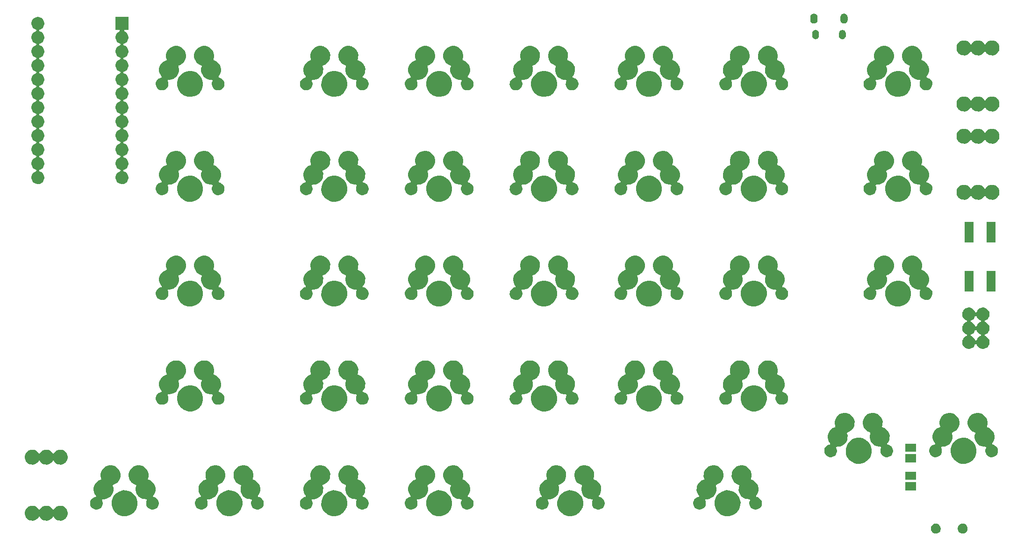
<source format=gbs>
G04 #@! TF.FileFunction,Soldermask,Bot*
%FSLAX46Y46*%
G04 Gerber Fmt 4.6, Leading zero omitted, Abs format (unit mm)*
G04 Created by KiCad (PCBNEW 4.0.2-stable) date 7/10/2016 3:50:19 PM*
%MOMM*%
G01*
G04 APERTURE LIST*
%ADD10C,0.150000*%
G04 APERTURE END LIST*
D10*
G36*
X221596531Y-122699592D02*
X221769427Y-122735083D01*
X221932134Y-122803479D01*
X222078462Y-122902178D01*
X222202830Y-123027418D01*
X222300503Y-123174427D01*
X222367764Y-123337614D01*
X222401841Y-123509712D01*
X222401841Y-123509748D01*
X222402039Y-123510750D01*
X222399224Y-123712346D01*
X222398996Y-123713348D01*
X222398996Y-123713379D01*
X222360128Y-123884459D01*
X222288339Y-124045701D01*
X222186597Y-124189929D01*
X222058780Y-124311648D01*
X221909755Y-124406221D01*
X221745202Y-124470048D01*
X221571383Y-124500696D01*
X221394921Y-124497000D01*
X221222536Y-124459099D01*
X221060799Y-124388437D01*
X220915863Y-124287705D01*
X220793259Y-124160744D01*
X220697645Y-124012381D01*
X220632673Y-123848279D01*
X220600809Y-123674672D01*
X220603274Y-123498193D01*
X220639971Y-123325546D01*
X220709500Y-123163322D01*
X220809217Y-123017689D01*
X220935323Y-122894197D01*
X221083014Y-122797551D01*
X221246664Y-122731433D01*
X221420036Y-122698360D01*
X221596531Y-122699592D01*
X221596531Y-122699592D01*
G37*
G36*
X226476531Y-122699592D02*
X226649427Y-122735083D01*
X226812134Y-122803479D01*
X226958462Y-122902178D01*
X227082830Y-123027418D01*
X227180503Y-123174427D01*
X227247764Y-123337614D01*
X227281841Y-123509712D01*
X227281841Y-123509748D01*
X227282039Y-123510750D01*
X227279224Y-123712346D01*
X227278996Y-123713348D01*
X227278996Y-123713379D01*
X227240128Y-123884459D01*
X227168339Y-124045701D01*
X227066597Y-124189929D01*
X226938780Y-124311648D01*
X226789755Y-124406221D01*
X226625202Y-124470048D01*
X226451383Y-124500696D01*
X226274921Y-124497000D01*
X226102536Y-124459099D01*
X225940799Y-124388437D01*
X225795863Y-124287705D01*
X225673259Y-124160744D01*
X225577645Y-124012381D01*
X225512673Y-123848279D01*
X225480809Y-123674672D01*
X225483274Y-123498193D01*
X225519971Y-123325546D01*
X225589500Y-123163322D01*
X225689217Y-123017689D01*
X225815323Y-122894197D01*
X225963014Y-122797551D01*
X226126664Y-122731433D01*
X226300036Y-122698360D01*
X226476531Y-122699592D01*
X226476531Y-122699592D01*
G37*
G36*
X63047796Y-119455892D02*
X63307139Y-119509128D01*
X63551200Y-119611722D01*
X63770690Y-119759770D01*
X63957243Y-119947629D01*
X64103753Y-120168144D01*
X64204641Y-120412918D01*
X64255859Y-120671587D01*
X64255859Y-120671619D01*
X64256058Y-120672626D01*
X64251835Y-120975019D01*
X64251609Y-120976016D01*
X64251608Y-120976052D01*
X64193188Y-121233186D01*
X64085503Y-121475051D01*
X63932893Y-121691390D01*
X63741167Y-121873969D01*
X63517636Y-122015825D01*
X63270798Y-122111567D01*
X63010072Y-122157541D01*
X62745382Y-122151996D01*
X62486804Y-122095145D01*
X62244200Y-121989154D01*
X62026802Y-121838058D01*
X61842890Y-121647612D01*
X61763264Y-121524057D01*
X61735634Y-121492148D01*
X61700209Y-121469199D01*
X61659793Y-121457028D01*
X61617586Y-121456599D01*
X61576931Y-121467945D01*
X61541046Y-121490169D01*
X61514607Y-121518849D01*
X61392893Y-121691390D01*
X61201167Y-121873969D01*
X60977636Y-122015825D01*
X60730798Y-122111567D01*
X60470072Y-122157541D01*
X60205382Y-122151996D01*
X59946804Y-122095145D01*
X59704200Y-121989154D01*
X59486802Y-121838058D01*
X59302890Y-121647612D01*
X59223264Y-121524057D01*
X59195634Y-121492148D01*
X59160209Y-121469199D01*
X59119793Y-121457028D01*
X59077586Y-121456599D01*
X59036931Y-121467945D01*
X59001046Y-121490169D01*
X58974607Y-121518849D01*
X58852893Y-121691390D01*
X58661167Y-121873969D01*
X58437636Y-122015825D01*
X58190798Y-122111567D01*
X57930072Y-122157541D01*
X57665382Y-122151996D01*
X57406804Y-122095145D01*
X57164200Y-121989154D01*
X56946802Y-121838058D01*
X56762889Y-121647610D01*
X56619473Y-121425073D01*
X56522012Y-121178913D01*
X56474218Y-120918508D01*
X56477915Y-120653790D01*
X56532960Y-120394823D01*
X56637255Y-120151484D01*
X56786831Y-119933032D01*
X56975986Y-119747799D01*
X57197523Y-119602829D01*
X57442991Y-119503653D01*
X57703054Y-119454044D01*
X57967796Y-119455892D01*
X58227139Y-119509128D01*
X58471200Y-119611722D01*
X58690690Y-119759770D01*
X58877242Y-119947629D01*
X58970665Y-120088241D01*
X58998737Y-120119761D01*
X59034479Y-120142213D01*
X59075061Y-120153819D01*
X59117270Y-120153659D01*
X59157763Y-120141746D01*
X59193334Y-120119024D01*
X59219370Y-120089977D01*
X59326831Y-119933032D01*
X59515986Y-119747799D01*
X59737523Y-119602829D01*
X59982991Y-119503653D01*
X60243054Y-119454044D01*
X60507796Y-119455892D01*
X60767139Y-119509128D01*
X61011200Y-119611722D01*
X61230690Y-119759770D01*
X61417242Y-119947629D01*
X61510665Y-120088241D01*
X61538737Y-120119761D01*
X61574479Y-120142213D01*
X61615061Y-120153819D01*
X61657270Y-120153659D01*
X61697763Y-120141746D01*
X61733334Y-120119024D01*
X61759370Y-120089977D01*
X61866831Y-119933032D01*
X62055986Y-119747799D01*
X62277523Y-119602829D01*
X62522991Y-119503653D01*
X62783054Y-119454044D01*
X63047796Y-119455892D01*
X63047796Y-119455892D01*
G37*
G36*
X74785407Y-116651778D02*
X75236815Y-116744439D01*
X75661619Y-116923011D01*
X76043660Y-117180701D01*
X76368363Y-117507678D01*
X76623376Y-117891503D01*
X76798981Y-118317553D01*
X76888282Y-118768554D01*
X76888282Y-118768585D01*
X76888481Y-118769592D01*
X76881132Y-119295931D01*
X76880903Y-119296937D01*
X76880903Y-119296963D01*
X76779045Y-119745295D01*
X76591614Y-120166272D01*
X76325983Y-120542828D01*
X75992271Y-120860618D01*
X75603195Y-121107532D01*
X75173558Y-121274178D01*
X74719746Y-121354197D01*
X74259031Y-121344546D01*
X73808960Y-121245592D01*
X73386688Y-121061106D01*
X73008290Y-120798112D01*
X72688177Y-120466626D01*
X72438551Y-120079283D01*
X72268912Y-119650821D01*
X72185724Y-119197573D01*
X72192159Y-118736806D01*
X72287968Y-118286056D01*
X72469502Y-117862506D01*
X72729848Y-117482280D01*
X73059091Y-117159862D01*
X73444687Y-116907535D01*
X73871951Y-116734910D01*
X74324603Y-116648562D01*
X74785407Y-116651778D01*
X74785407Y-116651778D01*
G37*
G36*
X112785407Y-116651778D02*
X113236815Y-116744439D01*
X113661619Y-116923011D01*
X114043660Y-117180701D01*
X114368363Y-117507678D01*
X114623376Y-117891503D01*
X114798981Y-118317553D01*
X114888282Y-118768554D01*
X114888282Y-118768585D01*
X114888481Y-118769592D01*
X114881132Y-119295931D01*
X114880903Y-119296937D01*
X114880903Y-119296963D01*
X114779045Y-119745295D01*
X114591614Y-120166272D01*
X114325983Y-120542828D01*
X113992271Y-120860618D01*
X113603195Y-121107532D01*
X113173558Y-121274178D01*
X112719746Y-121354197D01*
X112259031Y-121344546D01*
X111808960Y-121245592D01*
X111386688Y-121061106D01*
X111008290Y-120798112D01*
X110688177Y-120466626D01*
X110438551Y-120079283D01*
X110268912Y-119650821D01*
X110185724Y-119197573D01*
X110192159Y-118736806D01*
X110287968Y-118286056D01*
X110469502Y-117862506D01*
X110729848Y-117482280D01*
X111059091Y-117159862D01*
X111444687Y-116907535D01*
X111871951Y-116734910D01*
X112324603Y-116648562D01*
X112785407Y-116651778D01*
X112785407Y-116651778D01*
G37*
G36*
X93785407Y-116651778D02*
X94236815Y-116744439D01*
X94661619Y-116923011D01*
X95043660Y-117180701D01*
X95368363Y-117507678D01*
X95623376Y-117891503D01*
X95798981Y-118317553D01*
X95888282Y-118768554D01*
X95888282Y-118768585D01*
X95888481Y-118769592D01*
X95881132Y-119295931D01*
X95880903Y-119296937D01*
X95880903Y-119296963D01*
X95779045Y-119745295D01*
X95591614Y-120166272D01*
X95325983Y-120542828D01*
X94992271Y-120860618D01*
X94603195Y-121107532D01*
X94173558Y-121274178D01*
X93719746Y-121354197D01*
X93259031Y-121344546D01*
X92808960Y-121245592D01*
X92386688Y-121061106D01*
X92008290Y-120798112D01*
X91688177Y-120466626D01*
X91438551Y-120079283D01*
X91268912Y-119650821D01*
X91185724Y-119197573D01*
X91192159Y-118736806D01*
X91287968Y-118286056D01*
X91469502Y-117862506D01*
X91729848Y-117482280D01*
X92059091Y-117159862D01*
X92444687Y-116907535D01*
X92871951Y-116734910D01*
X93324603Y-116648562D01*
X93785407Y-116651778D01*
X93785407Y-116651778D01*
G37*
G36*
X131785407Y-116651778D02*
X132236815Y-116744439D01*
X132661619Y-116923011D01*
X133043660Y-117180701D01*
X133368363Y-117507678D01*
X133623376Y-117891503D01*
X133798981Y-118317553D01*
X133888282Y-118768554D01*
X133888282Y-118768585D01*
X133888481Y-118769592D01*
X133881132Y-119295931D01*
X133880903Y-119296937D01*
X133880903Y-119296963D01*
X133779045Y-119745295D01*
X133591614Y-120166272D01*
X133325983Y-120542828D01*
X132992271Y-120860618D01*
X132603195Y-121107532D01*
X132173558Y-121274178D01*
X131719746Y-121354197D01*
X131259031Y-121344546D01*
X130808960Y-121245592D01*
X130386688Y-121061106D01*
X130008290Y-120798112D01*
X129688177Y-120466626D01*
X129438551Y-120079283D01*
X129268912Y-119650821D01*
X129185724Y-119197573D01*
X129192159Y-118736806D01*
X129287968Y-118286056D01*
X129469502Y-117862506D01*
X129729848Y-117482280D01*
X130059091Y-117159862D01*
X130444687Y-116907535D01*
X130871951Y-116734910D01*
X131324603Y-116648562D01*
X131785407Y-116651778D01*
X131785407Y-116651778D01*
G37*
G36*
X184032807Y-116651778D02*
X184484215Y-116744439D01*
X184909019Y-116923011D01*
X185291060Y-117180701D01*
X185615763Y-117507678D01*
X185870776Y-117891503D01*
X186046381Y-118317553D01*
X186135682Y-118768554D01*
X186135682Y-118768585D01*
X186135881Y-118769592D01*
X186128532Y-119295931D01*
X186128303Y-119296937D01*
X186128303Y-119296963D01*
X186026445Y-119745295D01*
X185839014Y-120166272D01*
X185573383Y-120542828D01*
X185239671Y-120860618D01*
X184850595Y-121107532D01*
X184420958Y-121274178D01*
X183967146Y-121354197D01*
X183506431Y-121344546D01*
X183056360Y-121245592D01*
X182634088Y-121061106D01*
X182255690Y-120798112D01*
X181935577Y-120466626D01*
X181685951Y-120079283D01*
X181516312Y-119650821D01*
X181433124Y-119197573D01*
X181439559Y-118736806D01*
X181535368Y-118286056D01*
X181716902Y-117862506D01*
X181977248Y-117482280D01*
X182306491Y-117159862D01*
X182692087Y-116907535D01*
X183119351Y-116734910D01*
X183572003Y-116648562D01*
X184032807Y-116651778D01*
X184032807Y-116651778D01*
G37*
G36*
X155535407Y-116651778D02*
X155986815Y-116744439D01*
X156411619Y-116923011D01*
X156793660Y-117180701D01*
X157118363Y-117507678D01*
X157373376Y-117891503D01*
X157548981Y-118317553D01*
X157638282Y-118768554D01*
X157638282Y-118768585D01*
X157638481Y-118769592D01*
X157631132Y-119295931D01*
X157630903Y-119296937D01*
X157630903Y-119296963D01*
X157529045Y-119745295D01*
X157341614Y-120166272D01*
X157075983Y-120542828D01*
X156742271Y-120860618D01*
X156353195Y-121107532D01*
X155923558Y-121274178D01*
X155469746Y-121354197D01*
X155009031Y-121344546D01*
X154558960Y-121245592D01*
X154136688Y-121061106D01*
X153758290Y-120798112D01*
X153438177Y-120466626D01*
X153188551Y-120079283D01*
X153018912Y-119650821D01*
X152935724Y-119197573D01*
X152942159Y-118736806D01*
X153037968Y-118286056D01*
X153219502Y-117862506D01*
X153479848Y-117482280D01*
X153809091Y-117159862D01*
X154194687Y-116907535D01*
X154621951Y-116734910D01*
X155074603Y-116648562D01*
X155535407Y-116651778D01*
X155535407Y-116651778D01*
G37*
G36*
X152937662Y-112121192D02*
X153283454Y-112192173D01*
X153608865Y-112328964D01*
X153901519Y-112526361D01*
X154150254Y-112776840D01*
X154345600Y-113070858D01*
X154480119Y-113397226D01*
X154548478Y-113742463D01*
X154548478Y-113742494D01*
X154548677Y-113743501D01*
X154543047Y-114146691D01*
X154542819Y-114147693D01*
X154542819Y-114147724D01*
X154464848Y-114490916D01*
X154321269Y-114813401D01*
X154117789Y-115101852D01*
X153862155Y-115345289D01*
X153564112Y-115534432D01*
X153258584Y-115652939D01*
X153221771Y-115673588D01*
X153192168Y-115703675D01*
X153172118Y-115740818D01*
X153163211Y-115782077D01*
X153166150Y-115824183D01*
X153174146Y-115849949D01*
X153210119Y-115937226D01*
X153278478Y-116282463D01*
X153278478Y-116282494D01*
X153278677Y-116283501D01*
X153273047Y-116686691D01*
X153272819Y-116687693D01*
X153272819Y-116687724D01*
X153194848Y-117030916D01*
X153051269Y-117353401D01*
X152847789Y-117641852D01*
X152592155Y-117885289D01*
X152294112Y-118074432D01*
X151964996Y-118202088D01*
X151617363Y-118263385D01*
X151373997Y-118258287D01*
X151332093Y-118263349D01*
X151293258Y-118279885D01*
X151260568Y-118306585D01*
X151236610Y-118341336D01*
X151223282Y-118381386D01*
X151221639Y-118423562D01*
X151232174Y-118465414D01*
X151314851Y-118666004D01*
X151358451Y-118886198D01*
X151358450Y-118886234D01*
X151358649Y-118887237D01*
X151355052Y-119144831D01*
X151354825Y-119145828D01*
X151354825Y-119145863D01*
X151305094Y-119364754D01*
X151213364Y-119570783D01*
X151083361Y-119755074D01*
X150920038Y-119910604D01*
X150729624Y-120031444D01*
X150519352Y-120113004D01*
X150297255Y-120152165D01*
X150071777Y-120147442D01*
X149851508Y-120099013D01*
X149644847Y-120008724D01*
X149459650Y-119880010D01*
X149302986Y-119717779D01*
X149180816Y-119528208D01*
X149097795Y-119318521D01*
X149057081Y-119096693D01*
X149060231Y-118871191D01*
X149107121Y-118650588D01*
X149195964Y-118443301D01*
X149323382Y-118257213D01*
X149484515Y-118099420D01*
X149673226Y-117975931D01*
X149882336Y-117891445D01*
X150011941Y-117866721D01*
X150051877Y-117853057D01*
X150086425Y-117828808D01*
X150112850Y-117795894D01*
X150129059Y-117756922D01*
X150133768Y-117714976D01*
X150126606Y-117673380D01*
X150108139Y-117635425D01*
X150091733Y-117615178D01*
X150061120Y-117583478D01*
X149869899Y-117286762D01*
X149739951Y-116958549D01*
X149676227Y-116611346D01*
X149681156Y-116258386D01*
X149754549Y-115913097D01*
X149893609Y-115588646D01*
X150093044Y-115297379D01*
X150345251Y-115050400D01*
X150640628Y-114857111D01*
X150970602Y-114723793D01*
X151007123Y-114702632D01*
X151036304Y-114672134D01*
X151055832Y-114634715D01*
X151064163Y-114593336D01*
X151060636Y-114551275D01*
X151053878Y-114529497D01*
X151009951Y-114418550D01*
X150946227Y-114071346D01*
X150951156Y-113718386D01*
X151024549Y-113373097D01*
X151163609Y-113048646D01*
X151363044Y-112757379D01*
X151615251Y-112510400D01*
X151910628Y-112317111D01*
X152237927Y-112184873D01*
X152584672Y-112118728D01*
X152937662Y-112121192D01*
X152937662Y-112121192D01*
G37*
G36*
X72187662Y-112121192D02*
X72533454Y-112192173D01*
X72858865Y-112328964D01*
X73151519Y-112526361D01*
X73400254Y-112776840D01*
X73595600Y-113070858D01*
X73730119Y-113397226D01*
X73798478Y-113742463D01*
X73798478Y-113742494D01*
X73798677Y-113743501D01*
X73793047Y-114146691D01*
X73792819Y-114147693D01*
X73792819Y-114147724D01*
X73714848Y-114490916D01*
X73571269Y-114813401D01*
X73367789Y-115101852D01*
X73112155Y-115345289D01*
X72814112Y-115534432D01*
X72508584Y-115652939D01*
X72471771Y-115673588D01*
X72442168Y-115703675D01*
X72422118Y-115740818D01*
X72413211Y-115782077D01*
X72416150Y-115824183D01*
X72424146Y-115849949D01*
X72460119Y-115937226D01*
X72528478Y-116282463D01*
X72528478Y-116282494D01*
X72528677Y-116283501D01*
X72523047Y-116686691D01*
X72522819Y-116687693D01*
X72522819Y-116687724D01*
X72444848Y-117030916D01*
X72301269Y-117353401D01*
X72097789Y-117641852D01*
X71842155Y-117885289D01*
X71544112Y-118074432D01*
X71214996Y-118202088D01*
X70867363Y-118263385D01*
X70623997Y-118258287D01*
X70582093Y-118263349D01*
X70543258Y-118279885D01*
X70510568Y-118306585D01*
X70486610Y-118341336D01*
X70473282Y-118381386D01*
X70471639Y-118423562D01*
X70482174Y-118465414D01*
X70564851Y-118666004D01*
X70608451Y-118886198D01*
X70608450Y-118886234D01*
X70608649Y-118887237D01*
X70605052Y-119144831D01*
X70604825Y-119145828D01*
X70604825Y-119145863D01*
X70555094Y-119364754D01*
X70463364Y-119570783D01*
X70333361Y-119755074D01*
X70170038Y-119910604D01*
X69979624Y-120031444D01*
X69769352Y-120113004D01*
X69547255Y-120152165D01*
X69321777Y-120147442D01*
X69101508Y-120099013D01*
X68894847Y-120008724D01*
X68709650Y-119880010D01*
X68552986Y-119717779D01*
X68430816Y-119528208D01*
X68347795Y-119318521D01*
X68307081Y-119096693D01*
X68310231Y-118871191D01*
X68357121Y-118650588D01*
X68445964Y-118443301D01*
X68573382Y-118257213D01*
X68734515Y-118099420D01*
X68923226Y-117975931D01*
X69132336Y-117891445D01*
X69261941Y-117866721D01*
X69301877Y-117853057D01*
X69336425Y-117828808D01*
X69362850Y-117795894D01*
X69379059Y-117756922D01*
X69383768Y-117714976D01*
X69376606Y-117673380D01*
X69358139Y-117635425D01*
X69341733Y-117615178D01*
X69311120Y-117583478D01*
X69119899Y-117286762D01*
X68989951Y-116958549D01*
X68926227Y-116611346D01*
X68931156Y-116258386D01*
X69004549Y-115913097D01*
X69143609Y-115588646D01*
X69343044Y-115297379D01*
X69595251Y-115050400D01*
X69890628Y-114857111D01*
X70220602Y-114723793D01*
X70257123Y-114702632D01*
X70286304Y-114672134D01*
X70305832Y-114634715D01*
X70314163Y-114593336D01*
X70310636Y-114551275D01*
X70303878Y-114529497D01*
X70259951Y-114418550D01*
X70196227Y-114071346D01*
X70201156Y-113718386D01*
X70274549Y-113373097D01*
X70413609Y-113048646D01*
X70613044Y-112757379D01*
X70865251Y-112510400D01*
X71160628Y-112317111D01*
X71487927Y-112184873D01*
X71834672Y-112118728D01*
X72187662Y-112121192D01*
X72187662Y-112121192D01*
G37*
G36*
X158017662Y-112121192D02*
X158363454Y-112192173D01*
X158688865Y-112328964D01*
X158981519Y-112526361D01*
X159230254Y-112776840D01*
X159425600Y-113070858D01*
X159560119Y-113397226D01*
X159628478Y-113742463D01*
X159628478Y-113742494D01*
X159628677Y-113743501D01*
X159623047Y-114146691D01*
X159622819Y-114147693D01*
X159622819Y-114147724D01*
X159544848Y-114490916D01*
X159529730Y-114524872D01*
X159518158Y-114565464D01*
X159518353Y-114607672D01*
X159530299Y-114648155D01*
X159553050Y-114683708D01*
X159584806Y-114711514D01*
X159620082Y-114726025D01*
X159619894Y-114726473D01*
X159958865Y-114868964D01*
X160251519Y-115066361D01*
X160500254Y-115316840D01*
X160695600Y-115610858D01*
X160830119Y-115937226D01*
X160898478Y-116282463D01*
X160898478Y-116282494D01*
X160898677Y-116283501D01*
X160893047Y-116686691D01*
X160892819Y-116687693D01*
X160892819Y-116687724D01*
X160814848Y-117030916D01*
X160671269Y-117353401D01*
X160473925Y-117633153D01*
X160454689Y-117670724D01*
X160446682Y-117712166D01*
X160450538Y-117754199D01*
X160465950Y-117793493D01*
X160491700Y-117826938D01*
X160525747Y-117851885D01*
X160566336Y-117866554D01*
X160710310Y-117896107D01*
X160918215Y-117983503D01*
X161105189Y-118109618D01*
X161264103Y-118269646D01*
X161388909Y-118457493D01*
X161474851Y-118666004D01*
X161518451Y-118886198D01*
X161518450Y-118886234D01*
X161518649Y-118887237D01*
X161515052Y-119144831D01*
X161514825Y-119145828D01*
X161514825Y-119145863D01*
X161465094Y-119364754D01*
X161373364Y-119570783D01*
X161243361Y-119755074D01*
X161080038Y-119910604D01*
X160889624Y-120031444D01*
X160679352Y-120113004D01*
X160457255Y-120152165D01*
X160231777Y-120147442D01*
X160011508Y-120099013D01*
X159804847Y-120008724D01*
X159619650Y-119880010D01*
X159462986Y-119717779D01*
X159340816Y-119528208D01*
X159257795Y-119318521D01*
X159217081Y-119096693D01*
X159220231Y-118871191D01*
X159267121Y-118650588D01*
X159343729Y-118471849D01*
X159354733Y-118431100D01*
X159353949Y-118388898D01*
X159341439Y-118348586D01*
X159318193Y-118313355D01*
X159286053Y-118285995D01*
X159247563Y-118268672D01*
X159209001Y-118262791D01*
X158884442Y-118255992D01*
X158539673Y-118180190D01*
X158216201Y-118038869D01*
X157926337Y-117837408D01*
X157681121Y-117583479D01*
X157489899Y-117286762D01*
X157359951Y-116958549D01*
X157296227Y-116611346D01*
X157301156Y-116258386D01*
X157374549Y-115913097D01*
X157400984Y-115851421D01*
X157411988Y-115810672D01*
X157411204Y-115768470D01*
X157398694Y-115728158D01*
X157375449Y-115692927D01*
X157343308Y-115665567D01*
X157295323Y-115645829D01*
X157269673Y-115640190D01*
X156946201Y-115498869D01*
X156656337Y-115297408D01*
X156411121Y-115043479D01*
X156219899Y-114746762D01*
X156089951Y-114418549D01*
X156026227Y-114071346D01*
X156031156Y-113718386D01*
X156104549Y-113373097D01*
X156243609Y-113048646D01*
X156443044Y-112757379D01*
X156695251Y-112510400D01*
X156990628Y-112317111D01*
X157317927Y-112184873D01*
X157664672Y-112118728D01*
X158017662Y-112121192D01*
X158017662Y-112121192D01*
G37*
G36*
X181435062Y-112121192D02*
X181780854Y-112192173D01*
X182106265Y-112328964D01*
X182398919Y-112526361D01*
X182647654Y-112776840D01*
X182843000Y-113070858D01*
X182977519Y-113397226D01*
X183045878Y-113742463D01*
X183045878Y-113742494D01*
X183046077Y-113743501D01*
X183040447Y-114146691D01*
X183040219Y-114147693D01*
X183040219Y-114147724D01*
X182962248Y-114490916D01*
X182818669Y-114813401D01*
X182615189Y-115101852D01*
X182359555Y-115345289D01*
X182061512Y-115534432D01*
X181755984Y-115652939D01*
X181719171Y-115673588D01*
X181689568Y-115703675D01*
X181669518Y-115740818D01*
X181660611Y-115782077D01*
X181663550Y-115824183D01*
X181671546Y-115849949D01*
X181707519Y-115937226D01*
X181775878Y-116282463D01*
X181775878Y-116282494D01*
X181776077Y-116283501D01*
X181770447Y-116686691D01*
X181770219Y-116687693D01*
X181770219Y-116687724D01*
X181692248Y-117030916D01*
X181548669Y-117353401D01*
X181345189Y-117641852D01*
X181089555Y-117885289D01*
X180791512Y-118074432D01*
X180462396Y-118202088D01*
X180114763Y-118263385D01*
X179871397Y-118258287D01*
X179829493Y-118263349D01*
X179790658Y-118279885D01*
X179757968Y-118306585D01*
X179734010Y-118341336D01*
X179720682Y-118381386D01*
X179719039Y-118423562D01*
X179729574Y-118465414D01*
X179812251Y-118666004D01*
X179855851Y-118886198D01*
X179855850Y-118886234D01*
X179856049Y-118887237D01*
X179852452Y-119144831D01*
X179852225Y-119145828D01*
X179852225Y-119145863D01*
X179802494Y-119364754D01*
X179710764Y-119570783D01*
X179580761Y-119755074D01*
X179417438Y-119910604D01*
X179227024Y-120031444D01*
X179016752Y-120113004D01*
X178794655Y-120152165D01*
X178569177Y-120147442D01*
X178348908Y-120099013D01*
X178142247Y-120008724D01*
X177957050Y-119880010D01*
X177800386Y-119717779D01*
X177678216Y-119528208D01*
X177595195Y-119318521D01*
X177554481Y-119096693D01*
X177557631Y-118871191D01*
X177604521Y-118650588D01*
X177693364Y-118443301D01*
X177820782Y-118257213D01*
X177981915Y-118099420D01*
X178170626Y-117975931D01*
X178379736Y-117891445D01*
X178509341Y-117866721D01*
X178549277Y-117853057D01*
X178583825Y-117828808D01*
X178610250Y-117795894D01*
X178626459Y-117756922D01*
X178631168Y-117714976D01*
X178624006Y-117673380D01*
X178605539Y-117635425D01*
X178589133Y-117615178D01*
X178558520Y-117583478D01*
X178367299Y-117286762D01*
X178237351Y-116958549D01*
X178173627Y-116611346D01*
X178178556Y-116258386D01*
X178251949Y-115913097D01*
X178391009Y-115588646D01*
X178590444Y-115297379D01*
X178842651Y-115050400D01*
X179138028Y-114857111D01*
X179468002Y-114723793D01*
X179504523Y-114702632D01*
X179533704Y-114672134D01*
X179553232Y-114634715D01*
X179561563Y-114593336D01*
X179558036Y-114551275D01*
X179551278Y-114529497D01*
X179507351Y-114418550D01*
X179443627Y-114071346D01*
X179448556Y-113718386D01*
X179521949Y-113373097D01*
X179661009Y-113048646D01*
X179860444Y-112757379D01*
X180112651Y-112510400D01*
X180408028Y-112317111D01*
X180735327Y-112184873D01*
X181082072Y-112118728D01*
X181435062Y-112121192D01*
X181435062Y-112121192D01*
G37*
G36*
X186515062Y-112121192D02*
X186860854Y-112192173D01*
X187186265Y-112328964D01*
X187478919Y-112526361D01*
X187727654Y-112776840D01*
X187923000Y-113070858D01*
X188057519Y-113397226D01*
X188125878Y-113742463D01*
X188125878Y-113742494D01*
X188126077Y-113743501D01*
X188120447Y-114146691D01*
X188120219Y-114147693D01*
X188120219Y-114147724D01*
X188042248Y-114490916D01*
X188027130Y-114524872D01*
X188015558Y-114565464D01*
X188015753Y-114607672D01*
X188027699Y-114648155D01*
X188050450Y-114683708D01*
X188082206Y-114711514D01*
X188117482Y-114726025D01*
X188117294Y-114726473D01*
X188456265Y-114868964D01*
X188748919Y-115066361D01*
X188997654Y-115316840D01*
X189193000Y-115610858D01*
X189327519Y-115937226D01*
X189395878Y-116282463D01*
X189395878Y-116282494D01*
X189396077Y-116283501D01*
X189390447Y-116686691D01*
X189390219Y-116687693D01*
X189390219Y-116687724D01*
X189312248Y-117030916D01*
X189168669Y-117353401D01*
X188971325Y-117633153D01*
X188952089Y-117670724D01*
X188944082Y-117712166D01*
X188947938Y-117754199D01*
X188963350Y-117793493D01*
X188989100Y-117826938D01*
X189023147Y-117851885D01*
X189063736Y-117866554D01*
X189207710Y-117896107D01*
X189415615Y-117983503D01*
X189602589Y-118109618D01*
X189761503Y-118269646D01*
X189886309Y-118457493D01*
X189972251Y-118666004D01*
X190015851Y-118886198D01*
X190015850Y-118886234D01*
X190016049Y-118887237D01*
X190012452Y-119144831D01*
X190012225Y-119145828D01*
X190012225Y-119145863D01*
X189962494Y-119364754D01*
X189870764Y-119570783D01*
X189740761Y-119755074D01*
X189577438Y-119910604D01*
X189387024Y-120031444D01*
X189176752Y-120113004D01*
X188954655Y-120152165D01*
X188729177Y-120147442D01*
X188508908Y-120099013D01*
X188302247Y-120008724D01*
X188117050Y-119880010D01*
X187960386Y-119717779D01*
X187838216Y-119528208D01*
X187755195Y-119318521D01*
X187714481Y-119096693D01*
X187717631Y-118871191D01*
X187764521Y-118650588D01*
X187841129Y-118471849D01*
X187852133Y-118431100D01*
X187851349Y-118388898D01*
X187838839Y-118348586D01*
X187815593Y-118313355D01*
X187783453Y-118285995D01*
X187744963Y-118268672D01*
X187706401Y-118262791D01*
X187381842Y-118255992D01*
X187037073Y-118180190D01*
X186713601Y-118038869D01*
X186423737Y-117837408D01*
X186178521Y-117583479D01*
X185987299Y-117286762D01*
X185857351Y-116958549D01*
X185793627Y-116611346D01*
X185798556Y-116258386D01*
X185871949Y-115913097D01*
X185898384Y-115851421D01*
X185909388Y-115810672D01*
X185908604Y-115768470D01*
X185896094Y-115728158D01*
X185872849Y-115692927D01*
X185840708Y-115665567D01*
X185792723Y-115645829D01*
X185767073Y-115640190D01*
X185443601Y-115498869D01*
X185153737Y-115297408D01*
X184908521Y-115043479D01*
X184717299Y-114746762D01*
X184587351Y-114418549D01*
X184523627Y-114071346D01*
X184528556Y-113718386D01*
X184601949Y-113373097D01*
X184741009Y-113048646D01*
X184940444Y-112757379D01*
X185192651Y-112510400D01*
X185488028Y-112317111D01*
X185815327Y-112184873D01*
X186162072Y-112118728D01*
X186515062Y-112121192D01*
X186515062Y-112121192D01*
G37*
G36*
X77267662Y-112121192D02*
X77613454Y-112192173D01*
X77938865Y-112328964D01*
X78231519Y-112526361D01*
X78480254Y-112776840D01*
X78675600Y-113070858D01*
X78810119Y-113397226D01*
X78878478Y-113742463D01*
X78878478Y-113742494D01*
X78878677Y-113743501D01*
X78873047Y-114146691D01*
X78872819Y-114147693D01*
X78872819Y-114147724D01*
X78794848Y-114490916D01*
X78779730Y-114524872D01*
X78768158Y-114565464D01*
X78768353Y-114607672D01*
X78780299Y-114648155D01*
X78803050Y-114683708D01*
X78834806Y-114711514D01*
X78870082Y-114726025D01*
X78869894Y-114726473D01*
X79208865Y-114868964D01*
X79501519Y-115066361D01*
X79750254Y-115316840D01*
X79945600Y-115610858D01*
X80080119Y-115937226D01*
X80148478Y-116282463D01*
X80148478Y-116282494D01*
X80148677Y-116283501D01*
X80143047Y-116686691D01*
X80142819Y-116687693D01*
X80142819Y-116687724D01*
X80064848Y-117030916D01*
X79921269Y-117353401D01*
X79723925Y-117633153D01*
X79704689Y-117670724D01*
X79696682Y-117712166D01*
X79700538Y-117754199D01*
X79715950Y-117793493D01*
X79741700Y-117826938D01*
X79775747Y-117851885D01*
X79816336Y-117866554D01*
X79960310Y-117896107D01*
X80168215Y-117983503D01*
X80355189Y-118109618D01*
X80514103Y-118269646D01*
X80638909Y-118457493D01*
X80724851Y-118666004D01*
X80768451Y-118886198D01*
X80768450Y-118886234D01*
X80768649Y-118887237D01*
X80765052Y-119144831D01*
X80764825Y-119145828D01*
X80764825Y-119145863D01*
X80715094Y-119364754D01*
X80623364Y-119570783D01*
X80493361Y-119755074D01*
X80330038Y-119910604D01*
X80139624Y-120031444D01*
X79929352Y-120113004D01*
X79707255Y-120152165D01*
X79481777Y-120147442D01*
X79261508Y-120099013D01*
X79054847Y-120008724D01*
X78869650Y-119880010D01*
X78712986Y-119717779D01*
X78590816Y-119528208D01*
X78507795Y-119318521D01*
X78467081Y-119096693D01*
X78470231Y-118871191D01*
X78517121Y-118650588D01*
X78593729Y-118471849D01*
X78604733Y-118431100D01*
X78603949Y-118388898D01*
X78591439Y-118348586D01*
X78568193Y-118313355D01*
X78536053Y-118285995D01*
X78497563Y-118268672D01*
X78459001Y-118262791D01*
X78134442Y-118255992D01*
X77789673Y-118180190D01*
X77466201Y-118038869D01*
X77176337Y-117837408D01*
X76931121Y-117583479D01*
X76739899Y-117286762D01*
X76609951Y-116958549D01*
X76546227Y-116611346D01*
X76551156Y-116258386D01*
X76624549Y-115913097D01*
X76650984Y-115851421D01*
X76661988Y-115810672D01*
X76661204Y-115768470D01*
X76648694Y-115728158D01*
X76625449Y-115692927D01*
X76593308Y-115665567D01*
X76545323Y-115645829D01*
X76519673Y-115640190D01*
X76196201Y-115498869D01*
X75906337Y-115297408D01*
X75661121Y-115043479D01*
X75469899Y-114746762D01*
X75339951Y-114418549D01*
X75276227Y-114071346D01*
X75281156Y-113718386D01*
X75354549Y-113373097D01*
X75493609Y-113048646D01*
X75693044Y-112757379D01*
X75945251Y-112510400D01*
X76240628Y-112317111D01*
X76567927Y-112184873D01*
X76914672Y-112118728D01*
X77267662Y-112121192D01*
X77267662Y-112121192D01*
G37*
G36*
X91187662Y-112121192D02*
X91533454Y-112192173D01*
X91858865Y-112328964D01*
X92151519Y-112526361D01*
X92400254Y-112776840D01*
X92595600Y-113070858D01*
X92730119Y-113397226D01*
X92798478Y-113742463D01*
X92798478Y-113742494D01*
X92798677Y-113743501D01*
X92793047Y-114146691D01*
X92792819Y-114147693D01*
X92792819Y-114147724D01*
X92714848Y-114490916D01*
X92571269Y-114813401D01*
X92367789Y-115101852D01*
X92112155Y-115345289D01*
X91814112Y-115534432D01*
X91508584Y-115652939D01*
X91471771Y-115673588D01*
X91442168Y-115703675D01*
X91422118Y-115740818D01*
X91413211Y-115782077D01*
X91416150Y-115824183D01*
X91424146Y-115849949D01*
X91460119Y-115937226D01*
X91528478Y-116282463D01*
X91528478Y-116282494D01*
X91528677Y-116283501D01*
X91523047Y-116686691D01*
X91522819Y-116687693D01*
X91522819Y-116687724D01*
X91444848Y-117030916D01*
X91301269Y-117353401D01*
X91097789Y-117641852D01*
X90842155Y-117885289D01*
X90544112Y-118074432D01*
X90214996Y-118202088D01*
X89867363Y-118263385D01*
X89623997Y-118258287D01*
X89582093Y-118263349D01*
X89543258Y-118279885D01*
X89510568Y-118306585D01*
X89486610Y-118341336D01*
X89473282Y-118381386D01*
X89471639Y-118423562D01*
X89482174Y-118465414D01*
X89564851Y-118666004D01*
X89608451Y-118886198D01*
X89608450Y-118886234D01*
X89608649Y-118887237D01*
X89605052Y-119144831D01*
X89604825Y-119145828D01*
X89604825Y-119145863D01*
X89555094Y-119364754D01*
X89463364Y-119570783D01*
X89333361Y-119755074D01*
X89170038Y-119910604D01*
X88979624Y-120031444D01*
X88769352Y-120113004D01*
X88547255Y-120152165D01*
X88321777Y-120147442D01*
X88101508Y-120099013D01*
X87894847Y-120008724D01*
X87709650Y-119880010D01*
X87552986Y-119717779D01*
X87430816Y-119528208D01*
X87347795Y-119318521D01*
X87307081Y-119096693D01*
X87310231Y-118871191D01*
X87357121Y-118650588D01*
X87445964Y-118443301D01*
X87573382Y-118257213D01*
X87734515Y-118099420D01*
X87923226Y-117975931D01*
X88132336Y-117891445D01*
X88261941Y-117866721D01*
X88301877Y-117853057D01*
X88336425Y-117828808D01*
X88362850Y-117795894D01*
X88379059Y-117756922D01*
X88383768Y-117714976D01*
X88376606Y-117673380D01*
X88358139Y-117635425D01*
X88341733Y-117615178D01*
X88311120Y-117583478D01*
X88119899Y-117286762D01*
X87989951Y-116958549D01*
X87926227Y-116611346D01*
X87931156Y-116258386D01*
X88004549Y-115913097D01*
X88143609Y-115588646D01*
X88343044Y-115297379D01*
X88595251Y-115050400D01*
X88890628Y-114857111D01*
X89220602Y-114723793D01*
X89257123Y-114702632D01*
X89286304Y-114672134D01*
X89305832Y-114634715D01*
X89314163Y-114593336D01*
X89310636Y-114551275D01*
X89303878Y-114529497D01*
X89259951Y-114418550D01*
X89196227Y-114071346D01*
X89201156Y-113718386D01*
X89274549Y-113373097D01*
X89413609Y-113048646D01*
X89613044Y-112757379D01*
X89865251Y-112510400D01*
X90160628Y-112317111D01*
X90487927Y-112184873D01*
X90834672Y-112118728D01*
X91187662Y-112121192D01*
X91187662Y-112121192D01*
G37*
G36*
X96267662Y-112121192D02*
X96613454Y-112192173D01*
X96938865Y-112328964D01*
X97231519Y-112526361D01*
X97480254Y-112776840D01*
X97675600Y-113070858D01*
X97810119Y-113397226D01*
X97878478Y-113742463D01*
X97878478Y-113742494D01*
X97878677Y-113743501D01*
X97873047Y-114146691D01*
X97872819Y-114147693D01*
X97872819Y-114147724D01*
X97794848Y-114490916D01*
X97779730Y-114524872D01*
X97768158Y-114565464D01*
X97768353Y-114607672D01*
X97780299Y-114648155D01*
X97803050Y-114683708D01*
X97834806Y-114711514D01*
X97870082Y-114726025D01*
X97869894Y-114726473D01*
X98208865Y-114868964D01*
X98501519Y-115066361D01*
X98750254Y-115316840D01*
X98945600Y-115610858D01*
X99080119Y-115937226D01*
X99148478Y-116282463D01*
X99148478Y-116282494D01*
X99148677Y-116283501D01*
X99143047Y-116686691D01*
X99142819Y-116687693D01*
X99142819Y-116687724D01*
X99064848Y-117030916D01*
X98921269Y-117353401D01*
X98723925Y-117633153D01*
X98704689Y-117670724D01*
X98696682Y-117712166D01*
X98700538Y-117754199D01*
X98715950Y-117793493D01*
X98741700Y-117826938D01*
X98775747Y-117851885D01*
X98816336Y-117866554D01*
X98960310Y-117896107D01*
X99168215Y-117983503D01*
X99355189Y-118109618D01*
X99514103Y-118269646D01*
X99638909Y-118457493D01*
X99724851Y-118666004D01*
X99768451Y-118886198D01*
X99768450Y-118886234D01*
X99768649Y-118887237D01*
X99765052Y-119144831D01*
X99764825Y-119145828D01*
X99764825Y-119145863D01*
X99715094Y-119364754D01*
X99623364Y-119570783D01*
X99493361Y-119755074D01*
X99330038Y-119910604D01*
X99139624Y-120031444D01*
X98929352Y-120113004D01*
X98707255Y-120152165D01*
X98481777Y-120147442D01*
X98261508Y-120099013D01*
X98054847Y-120008724D01*
X97869650Y-119880010D01*
X97712986Y-119717779D01*
X97590816Y-119528208D01*
X97507795Y-119318521D01*
X97467081Y-119096693D01*
X97470231Y-118871191D01*
X97517121Y-118650588D01*
X97593729Y-118471849D01*
X97604733Y-118431100D01*
X97603949Y-118388898D01*
X97591439Y-118348586D01*
X97568193Y-118313355D01*
X97536053Y-118285995D01*
X97497563Y-118268672D01*
X97459001Y-118262791D01*
X97134442Y-118255992D01*
X96789673Y-118180190D01*
X96466201Y-118038869D01*
X96176337Y-117837408D01*
X95931121Y-117583479D01*
X95739899Y-117286762D01*
X95609951Y-116958549D01*
X95546227Y-116611346D01*
X95551156Y-116258386D01*
X95624549Y-115913097D01*
X95650984Y-115851421D01*
X95661988Y-115810672D01*
X95661204Y-115768470D01*
X95648694Y-115728158D01*
X95625449Y-115692927D01*
X95593308Y-115665567D01*
X95545323Y-115645829D01*
X95519673Y-115640190D01*
X95196201Y-115498869D01*
X94906337Y-115297408D01*
X94661121Y-115043479D01*
X94469899Y-114746762D01*
X94339951Y-114418549D01*
X94276227Y-114071346D01*
X94281156Y-113718386D01*
X94354549Y-113373097D01*
X94493609Y-113048646D01*
X94693044Y-112757379D01*
X94945251Y-112510400D01*
X95240628Y-112317111D01*
X95567927Y-112184873D01*
X95914672Y-112118728D01*
X96267662Y-112121192D01*
X96267662Y-112121192D01*
G37*
G36*
X110187662Y-112121192D02*
X110533454Y-112192173D01*
X110858865Y-112328964D01*
X111151519Y-112526361D01*
X111400254Y-112776840D01*
X111595600Y-113070858D01*
X111730119Y-113397226D01*
X111798478Y-113742463D01*
X111798478Y-113742494D01*
X111798677Y-113743501D01*
X111793047Y-114146691D01*
X111792819Y-114147693D01*
X111792819Y-114147724D01*
X111714848Y-114490916D01*
X111571269Y-114813401D01*
X111367789Y-115101852D01*
X111112155Y-115345289D01*
X110814112Y-115534432D01*
X110508584Y-115652939D01*
X110471771Y-115673588D01*
X110442168Y-115703675D01*
X110422118Y-115740818D01*
X110413211Y-115782077D01*
X110416150Y-115824183D01*
X110424146Y-115849949D01*
X110460119Y-115937226D01*
X110528478Y-116282463D01*
X110528478Y-116282494D01*
X110528677Y-116283501D01*
X110523047Y-116686691D01*
X110522819Y-116687693D01*
X110522819Y-116687724D01*
X110444848Y-117030916D01*
X110301269Y-117353401D01*
X110097789Y-117641852D01*
X109842155Y-117885289D01*
X109544112Y-118074432D01*
X109214996Y-118202088D01*
X108867363Y-118263385D01*
X108623997Y-118258287D01*
X108582093Y-118263349D01*
X108543258Y-118279885D01*
X108510568Y-118306585D01*
X108486610Y-118341336D01*
X108473282Y-118381386D01*
X108471639Y-118423562D01*
X108482174Y-118465414D01*
X108564851Y-118666004D01*
X108608451Y-118886198D01*
X108608450Y-118886234D01*
X108608649Y-118887237D01*
X108605052Y-119144831D01*
X108604825Y-119145828D01*
X108604825Y-119145863D01*
X108555094Y-119364754D01*
X108463364Y-119570783D01*
X108333361Y-119755074D01*
X108170038Y-119910604D01*
X107979624Y-120031444D01*
X107769352Y-120113004D01*
X107547255Y-120152165D01*
X107321777Y-120147442D01*
X107101508Y-120099013D01*
X106894847Y-120008724D01*
X106709650Y-119880010D01*
X106552986Y-119717779D01*
X106430816Y-119528208D01*
X106347795Y-119318521D01*
X106307081Y-119096693D01*
X106310231Y-118871191D01*
X106357121Y-118650588D01*
X106445964Y-118443301D01*
X106573382Y-118257213D01*
X106734515Y-118099420D01*
X106923226Y-117975931D01*
X107132336Y-117891445D01*
X107261941Y-117866721D01*
X107301877Y-117853057D01*
X107336425Y-117828808D01*
X107362850Y-117795894D01*
X107379059Y-117756922D01*
X107383768Y-117714976D01*
X107376606Y-117673380D01*
X107358139Y-117635425D01*
X107341733Y-117615178D01*
X107311120Y-117583478D01*
X107119899Y-117286762D01*
X106989951Y-116958549D01*
X106926227Y-116611346D01*
X106931156Y-116258386D01*
X107004549Y-115913097D01*
X107143609Y-115588646D01*
X107343044Y-115297379D01*
X107595251Y-115050400D01*
X107890628Y-114857111D01*
X108220602Y-114723793D01*
X108257123Y-114702632D01*
X108286304Y-114672134D01*
X108305832Y-114634715D01*
X108314163Y-114593336D01*
X108310636Y-114551275D01*
X108303878Y-114529497D01*
X108259951Y-114418550D01*
X108196227Y-114071346D01*
X108201156Y-113718386D01*
X108274549Y-113373097D01*
X108413609Y-113048646D01*
X108613044Y-112757379D01*
X108865251Y-112510400D01*
X109160628Y-112317111D01*
X109487927Y-112184873D01*
X109834672Y-112118728D01*
X110187662Y-112121192D01*
X110187662Y-112121192D01*
G37*
G36*
X134267662Y-112121192D02*
X134613454Y-112192173D01*
X134938865Y-112328964D01*
X135231519Y-112526361D01*
X135480254Y-112776840D01*
X135675600Y-113070858D01*
X135810119Y-113397226D01*
X135878478Y-113742463D01*
X135878478Y-113742494D01*
X135878677Y-113743501D01*
X135873047Y-114146691D01*
X135872819Y-114147693D01*
X135872819Y-114147724D01*
X135794848Y-114490916D01*
X135779730Y-114524872D01*
X135768158Y-114565464D01*
X135768353Y-114607672D01*
X135780299Y-114648155D01*
X135803050Y-114683708D01*
X135834806Y-114711514D01*
X135870082Y-114726025D01*
X135869894Y-114726473D01*
X136208865Y-114868964D01*
X136501519Y-115066361D01*
X136750254Y-115316840D01*
X136945600Y-115610858D01*
X137080119Y-115937226D01*
X137148478Y-116282463D01*
X137148478Y-116282494D01*
X137148677Y-116283501D01*
X137143047Y-116686691D01*
X137142819Y-116687693D01*
X137142819Y-116687724D01*
X137064848Y-117030916D01*
X136921269Y-117353401D01*
X136723925Y-117633153D01*
X136704689Y-117670724D01*
X136696682Y-117712166D01*
X136700538Y-117754199D01*
X136715950Y-117793493D01*
X136741700Y-117826938D01*
X136775747Y-117851885D01*
X136816336Y-117866554D01*
X136960310Y-117896107D01*
X137168215Y-117983503D01*
X137355189Y-118109618D01*
X137514103Y-118269646D01*
X137638909Y-118457493D01*
X137724851Y-118666004D01*
X137768451Y-118886198D01*
X137768450Y-118886234D01*
X137768649Y-118887237D01*
X137765052Y-119144831D01*
X137764825Y-119145828D01*
X137764825Y-119145863D01*
X137715094Y-119364754D01*
X137623364Y-119570783D01*
X137493361Y-119755074D01*
X137330038Y-119910604D01*
X137139624Y-120031444D01*
X136929352Y-120113004D01*
X136707255Y-120152165D01*
X136481777Y-120147442D01*
X136261508Y-120099013D01*
X136054847Y-120008724D01*
X135869650Y-119880010D01*
X135712986Y-119717779D01*
X135590816Y-119528208D01*
X135507795Y-119318521D01*
X135467081Y-119096693D01*
X135470231Y-118871191D01*
X135517121Y-118650588D01*
X135593729Y-118471849D01*
X135604733Y-118431100D01*
X135603949Y-118388898D01*
X135591439Y-118348586D01*
X135568193Y-118313355D01*
X135536053Y-118285995D01*
X135497563Y-118268672D01*
X135459001Y-118262791D01*
X135134442Y-118255992D01*
X134789673Y-118180190D01*
X134466201Y-118038869D01*
X134176337Y-117837408D01*
X133931121Y-117583479D01*
X133739899Y-117286762D01*
X133609951Y-116958549D01*
X133546227Y-116611346D01*
X133551156Y-116258386D01*
X133624549Y-115913097D01*
X133650984Y-115851421D01*
X133661988Y-115810672D01*
X133661204Y-115768470D01*
X133648694Y-115728158D01*
X133625449Y-115692927D01*
X133593308Y-115665567D01*
X133545323Y-115645829D01*
X133519673Y-115640190D01*
X133196201Y-115498869D01*
X132906337Y-115297408D01*
X132661121Y-115043479D01*
X132469899Y-114746762D01*
X132339951Y-114418549D01*
X132276227Y-114071346D01*
X132281156Y-113718386D01*
X132354549Y-113373097D01*
X132493609Y-113048646D01*
X132693044Y-112757379D01*
X132945251Y-112510400D01*
X133240628Y-112317111D01*
X133567927Y-112184873D01*
X133914672Y-112118728D01*
X134267662Y-112121192D01*
X134267662Y-112121192D01*
G37*
G36*
X115267662Y-112121192D02*
X115613454Y-112192173D01*
X115938865Y-112328964D01*
X116231519Y-112526361D01*
X116480254Y-112776840D01*
X116675600Y-113070858D01*
X116810119Y-113397226D01*
X116878478Y-113742463D01*
X116878478Y-113742494D01*
X116878677Y-113743501D01*
X116873047Y-114146691D01*
X116872819Y-114147693D01*
X116872819Y-114147724D01*
X116794848Y-114490916D01*
X116779730Y-114524872D01*
X116768158Y-114565464D01*
X116768353Y-114607672D01*
X116780299Y-114648155D01*
X116803050Y-114683708D01*
X116834806Y-114711514D01*
X116870082Y-114726025D01*
X116869894Y-114726473D01*
X117208865Y-114868964D01*
X117501519Y-115066361D01*
X117750254Y-115316840D01*
X117945600Y-115610858D01*
X118080119Y-115937226D01*
X118148478Y-116282463D01*
X118148478Y-116282494D01*
X118148677Y-116283501D01*
X118143047Y-116686691D01*
X118142819Y-116687693D01*
X118142819Y-116687724D01*
X118064848Y-117030916D01*
X117921269Y-117353401D01*
X117723925Y-117633153D01*
X117704689Y-117670724D01*
X117696682Y-117712166D01*
X117700538Y-117754199D01*
X117715950Y-117793493D01*
X117741700Y-117826938D01*
X117775747Y-117851885D01*
X117816336Y-117866554D01*
X117960310Y-117896107D01*
X118168215Y-117983503D01*
X118355189Y-118109618D01*
X118514103Y-118269646D01*
X118638909Y-118457493D01*
X118724851Y-118666004D01*
X118768451Y-118886198D01*
X118768450Y-118886234D01*
X118768649Y-118887237D01*
X118765052Y-119144831D01*
X118764825Y-119145828D01*
X118764825Y-119145863D01*
X118715094Y-119364754D01*
X118623364Y-119570783D01*
X118493361Y-119755074D01*
X118330038Y-119910604D01*
X118139624Y-120031444D01*
X117929352Y-120113004D01*
X117707255Y-120152165D01*
X117481777Y-120147442D01*
X117261508Y-120099013D01*
X117054847Y-120008724D01*
X116869650Y-119880010D01*
X116712986Y-119717779D01*
X116590816Y-119528208D01*
X116507795Y-119318521D01*
X116467081Y-119096693D01*
X116470231Y-118871191D01*
X116517121Y-118650588D01*
X116593729Y-118471849D01*
X116604733Y-118431100D01*
X116603949Y-118388898D01*
X116591439Y-118348586D01*
X116568193Y-118313355D01*
X116536053Y-118285995D01*
X116497563Y-118268672D01*
X116459001Y-118262791D01*
X116134442Y-118255992D01*
X115789673Y-118180190D01*
X115466201Y-118038869D01*
X115176337Y-117837408D01*
X114931121Y-117583479D01*
X114739899Y-117286762D01*
X114609951Y-116958549D01*
X114546227Y-116611346D01*
X114551156Y-116258386D01*
X114624549Y-115913097D01*
X114650984Y-115851421D01*
X114661988Y-115810672D01*
X114661204Y-115768470D01*
X114648694Y-115728158D01*
X114625449Y-115692927D01*
X114593308Y-115665567D01*
X114545323Y-115645829D01*
X114519673Y-115640190D01*
X114196201Y-115498869D01*
X113906337Y-115297408D01*
X113661121Y-115043479D01*
X113469899Y-114746762D01*
X113339951Y-114418549D01*
X113276227Y-114071346D01*
X113281156Y-113718386D01*
X113354549Y-113373097D01*
X113493609Y-113048646D01*
X113693044Y-112757379D01*
X113945251Y-112510400D01*
X114240628Y-112317111D01*
X114567927Y-112184873D01*
X114914672Y-112118728D01*
X115267662Y-112121192D01*
X115267662Y-112121192D01*
G37*
G36*
X129187662Y-112121192D02*
X129533454Y-112192173D01*
X129858865Y-112328964D01*
X130151519Y-112526361D01*
X130400254Y-112776840D01*
X130595600Y-113070858D01*
X130730119Y-113397226D01*
X130798478Y-113742463D01*
X130798478Y-113742494D01*
X130798677Y-113743501D01*
X130793047Y-114146691D01*
X130792819Y-114147693D01*
X130792819Y-114147724D01*
X130714848Y-114490916D01*
X130571269Y-114813401D01*
X130367789Y-115101852D01*
X130112155Y-115345289D01*
X129814112Y-115534432D01*
X129508584Y-115652939D01*
X129471771Y-115673588D01*
X129442168Y-115703675D01*
X129422118Y-115740818D01*
X129413211Y-115782077D01*
X129416150Y-115824183D01*
X129424146Y-115849949D01*
X129460119Y-115937226D01*
X129528478Y-116282463D01*
X129528478Y-116282494D01*
X129528677Y-116283501D01*
X129523047Y-116686691D01*
X129522819Y-116687693D01*
X129522819Y-116687724D01*
X129444848Y-117030916D01*
X129301269Y-117353401D01*
X129097789Y-117641852D01*
X128842155Y-117885289D01*
X128544112Y-118074432D01*
X128214996Y-118202088D01*
X127867363Y-118263385D01*
X127623997Y-118258287D01*
X127582093Y-118263349D01*
X127543258Y-118279885D01*
X127510568Y-118306585D01*
X127486610Y-118341336D01*
X127473282Y-118381386D01*
X127471639Y-118423562D01*
X127482174Y-118465414D01*
X127564851Y-118666004D01*
X127608451Y-118886198D01*
X127608450Y-118886234D01*
X127608649Y-118887237D01*
X127605052Y-119144831D01*
X127604825Y-119145828D01*
X127604825Y-119145863D01*
X127555094Y-119364754D01*
X127463364Y-119570783D01*
X127333361Y-119755074D01*
X127170038Y-119910604D01*
X126979624Y-120031444D01*
X126769352Y-120113004D01*
X126547255Y-120152165D01*
X126321777Y-120147442D01*
X126101508Y-120099013D01*
X125894847Y-120008724D01*
X125709650Y-119880010D01*
X125552986Y-119717779D01*
X125430816Y-119528208D01*
X125347795Y-119318521D01*
X125307081Y-119096693D01*
X125310231Y-118871191D01*
X125357121Y-118650588D01*
X125445964Y-118443301D01*
X125573382Y-118257213D01*
X125734515Y-118099420D01*
X125923226Y-117975931D01*
X126132336Y-117891445D01*
X126261941Y-117866721D01*
X126301877Y-117853057D01*
X126336425Y-117828808D01*
X126362850Y-117795894D01*
X126379059Y-117756922D01*
X126383768Y-117714976D01*
X126376606Y-117673380D01*
X126358139Y-117635425D01*
X126341733Y-117615178D01*
X126311120Y-117583478D01*
X126119899Y-117286762D01*
X125989951Y-116958549D01*
X125926227Y-116611346D01*
X125931156Y-116258386D01*
X126004549Y-115913097D01*
X126143609Y-115588646D01*
X126343044Y-115297379D01*
X126595251Y-115050400D01*
X126890628Y-114857111D01*
X127220602Y-114723793D01*
X127257123Y-114702632D01*
X127286304Y-114672134D01*
X127305832Y-114634715D01*
X127314163Y-114593336D01*
X127310636Y-114551275D01*
X127303878Y-114529497D01*
X127259951Y-114418550D01*
X127196227Y-114071346D01*
X127201156Y-113718386D01*
X127274549Y-113373097D01*
X127413609Y-113048646D01*
X127613044Y-112757379D01*
X127865251Y-112510400D01*
X128160628Y-112317111D01*
X128487927Y-112184873D01*
X128834672Y-112118728D01*
X129187662Y-112121192D01*
X129187662Y-112121192D01*
G37*
G36*
X217955500Y-116660000D02*
X215958500Y-116660000D01*
X215958500Y-115171000D01*
X217955500Y-115171000D01*
X217955500Y-116660000D01*
X217955500Y-116660000D01*
G37*
G36*
X217955500Y-114755000D02*
X215958500Y-114755000D01*
X215958500Y-113266000D01*
X217955500Y-113266000D01*
X217955500Y-114755000D01*
X217955500Y-114755000D01*
G37*
G36*
X63047796Y-109295892D02*
X63307139Y-109349128D01*
X63551200Y-109451722D01*
X63770690Y-109599770D01*
X63957243Y-109787629D01*
X64103753Y-110008144D01*
X64204641Y-110252918D01*
X64255859Y-110511587D01*
X64255859Y-110511619D01*
X64256058Y-110512626D01*
X64251835Y-110815019D01*
X64251609Y-110816016D01*
X64251608Y-110816052D01*
X64193188Y-111073186D01*
X64085503Y-111315051D01*
X63932893Y-111531390D01*
X63741167Y-111713969D01*
X63517636Y-111855825D01*
X63270798Y-111951567D01*
X63010072Y-111997541D01*
X62745382Y-111991996D01*
X62486804Y-111935145D01*
X62244200Y-111829154D01*
X62026802Y-111678058D01*
X61842890Y-111487612D01*
X61763264Y-111364057D01*
X61735634Y-111332148D01*
X61700209Y-111309199D01*
X61659793Y-111297028D01*
X61617586Y-111296599D01*
X61576931Y-111307945D01*
X61541046Y-111330169D01*
X61514607Y-111358849D01*
X61392893Y-111531390D01*
X61201167Y-111713969D01*
X60977636Y-111855825D01*
X60730798Y-111951567D01*
X60470072Y-111997541D01*
X60205382Y-111991996D01*
X59946804Y-111935145D01*
X59704200Y-111829154D01*
X59486802Y-111678058D01*
X59302890Y-111487612D01*
X59223264Y-111364057D01*
X59195634Y-111332148D01*
X59160209Y-111309199D01*
X59119793Y-111297028D01*
X59077586Y-111296599D01*
X59036931Y-111307945D01*
X59001046Y-111330169D01*
X58974607Y-111358849D01*
X58852893Y-111531390D01*
X58661167Y-111713969D01*
X58437636Y-111855825D01*
X58190798Y-111951567D01*
X57930072Y-111997541D01*
X57665382Y-111991996D01*
X57406804Y-111935145D01*
X57164200Y-111829154D01*
X56946802Y-111678058D01*
X56762889Y-111487610D01*
X56619473Y-111265073D01*
X56522012Y-111018913D01*
X56474218Y-110758508D01*
X56477915Y-110493790D01*
X56532960Y-110234823D01*
X56637255Y-109991484D01*
X56786831Y-109773032D01*
X56975986Y-109587799D01*
X57197523Y-109442829D01*
X57442991Y-109343653D01*
X57703054Y-109294044D01*
X57967796Y-109295892D01*
X58227139Y-109349128D01*
X58471200Y-109451722D01*
X58690690Y-109599770D01*
X58877242Y-109787629D01*
X58970665Y-109928241D01*
X58998737Y-109959761D01*
X59034479Y-109982213D01*
X59075061Y-109993819D01*
X59117270Y-109993659D01*
X59157763Y-109981746D01*
X59193334Y-109959024D01*
X59219370Y-109929977D01*
X59326831Y-109773032D01*
X59515986Y-109587799D01*
X59737523Y-109442829D01*
X59982991Y-109343653D01*
X60243054Y-109294044D01*
X60507796Y-109295892D01*
X60767139Y-109349128D01*
X61011200Y-109451722D01*
X61230690Y-109599770D01*
X61417242Y-109787629D01*
X61510665Y-109928241D01*
X61538737Y-109959761D01*
X61574479Y-109982213D01*
X61615061Y-109993819D01*
X61657270Y-109993659D01*
X61697763Y-109981746D01*
X61733334Y-109959024D01*
X61759370Y-109929977D01*
X61866831Y-109773032D01*
X62055986Y-109587799D01*
X62277523Y-109442829D01*
X62522991Y-109343653D01*
X62783054Y-109294044D01*
X63047796Y-109295892D01*
X63047796Y-109295892D01*
G37*
G36*
X207785407Y-107151778D02*
X208236815Y-107244439D01*
X208661619Y-107423011D01*
X209043660Y-107680701D01*
X209368363Y-108007678D01*
X209623376Y-108391503D01*
X209798981Y-108817553D01*
X209888282Y-109268554D01*
X209888282Y-109268585D01*
X209888481Y-109269592D01*
X209881132Y-109795931D01*
X209880903Y-109796937D01*
X209880903Y-109796963D01*
X209779045Y-110245295D01*
X209591614Y-110666272D01*
X209325983Y-111042828D01*
X208992271Y-111360618D01*
X208603195Y-111607532D01*
X208173558Y-111774178D01*
X207719746Y-111854197D01*
X207259031Y-111844546D01*
X206808960Y-111745592D01*
X206386688Y-111561106D01*
X206008290Y-111298112D01*
X205688177Y-110966626D01*
X205438551Y-110579283D01*
X205268912Y-110150821D01*
X205185724Y-109697573D01*
X205192159Y-109236806D01*
X205287968Y-108786056D01*
X205469502Y-108362506D01*
X205729848Y-107982280D01*
X206059091Y-107659862D01*
X206444687Y-107407535D01*
X206871951Y-107234910D01*
X207324603Y-107148562D01*
X207785407Y-107151778D01*
X207785407Y-107151778D01*
G37*
G36*
X226785407Y-107151778D02*
X227236815Y-107244439D01*
X227661619Y-107423011D01*
X228043660Y-107680701D01*
X228368363Y-108007678D01*
X228623376Y-108391503D01*
X228798981Y-108817553D01*
X228888282Y-109268554D01*
X228888282Y-109268585D01*
X228888481Y-109269592D01*
X228881132Y-109795931D01*
X228880903Y-109796937D01*
X228880903Y-109796963D01*
X228779045Y-110245295D01*
X228591614Y-110666272D01*
X228325983Y-111042828D01*
X227992271Y-111360618D01*
X227603195Y-111607532D01*
X227173558Y-111774178D01*
X226719746Y-111854197D01*
X226259031Y-111844546D01*
X225808960Y-111745592D01*
X225386688Y-111561106D01*
X225008290Y-111298112D01*
X224688177Y-110966626D01*
X224438551Y-110579283D01*
X224268912Y-110150821D01*
X224185724Y-109697573D01*
X224192159Y-109236806D01*
X224287968Y-108786056D01*
X224469502Y-108362506D01*
X224729848Y-107982280D01*
X225059091Y-107659862D01*
X225444687Y-107407535D01*
X225871951Y-107234910D01*
X226324603Y-107148562D01*
X226785407Y-107151778D01*
X226785407Y-107151778D01*
G37*
G36*
X217955500Y-111580000D02*
X215958500Y-111580000D01*
X215958500Y-110091000D01*
X217955500Y-110091000D01*
X217955500Y-111580000D01*
X217955500Y-111580000D01*
G37*
G36*
X205187662Y-102621192D02*
X205533454Y-102692173D01*
X205858865Y-102828964D01*
X206151519Y-103026361D01*
X206400254Y-103276840D01*
X206595600Y-103570858D01*
X206730119Y-103897226D01*
X206798478Y-104242463D01*
X206798478Y-104242494D01*
X206798677Y-104243501D01*
X206793047Y-104646691D01*
X206792819Y-104647693D01*
X206792819Y-104647724D01*
X206714848Y-104990916D01*
X206571269Y-105313401D01*
X206367789Y-105601852D01*
X206112155Y-105845289D01*
X205814112Y-106034432D01*
X205508584Y-106152939D01*
X205471771Y-106173588D01*
X205442168Y-106203675D01*
X205422118Y-106240818D01*
X205413211Y-106282077D01*
X205416150Y-106324183D01*
X205424146Y-106349949D01*
X205460119Y-106437226D01*
X205528478Y-106782463D01*
X205528478Y-106782494D01*
X205528677Y-106783501D01*
X205523047Y-107186691D01*
X205522819Y-107187693D01*
X205522819Y-107187724D01*
X205444848Y-107530916D01*
X205301269Y-107853401D01*
X205097789Y-108141852D01*
X204842155Y-108385289D01*
X204544112Y-108574432D01*
X204214996Y-108702088D01*
X203867363Y-108763385D01*
X203623997Y-108758287D01*
X203582093Y-108763349D01*
X203543258Y-108779885D01*
X203510568Y-108806585D01*
X203486610Y-108841336D01*
X203473282Y-108881386D01*
X203471639Y-108923562D01*
X203482174Y-108965414D01*
X203564851Y-109166004D01*
X203608451Y-109386198D01*
X203608450Y-109386234D01*
X203608649Y-109387237D01*
X203605052Y-109644831D01*
X203604825Y-109645828D01*
X203604825Y-109645863D01*
X203555094Y-109864754D01*
X203463364Y-110070783D01*
X203333361Y-110255074D01*
X203170038Y-110410604D01*
X202979624Y-110531444D01*
X202769352Y-110613004D01*
X202547255Y-110652165D01*
X202321777Y-110647442D01*
X202101508Y-110599013D01*
X201894847Y-110508724D01*
X201709650Y-110380010D01*
X201552986Y-110217779D01*
X201430816Y-110028208D01*
X201347795Y-109818521D01*
X201307081Y-109596693D01*
X201310231Y-109371191D01*
X201357121Y-109150588D01*
X201445964Y-108943301D01*
X201573382Y-108757213D01*
X201734515Y-108599420D01*
X201923226Y-108475931D01*
X202132336Y-108391445D01*
X202261941Y-108366721D01*
X202301877Y-108353057D01*
X202336425Y-108328808D01*
X202362850Y-108295894D01*
X202379059Y-108256922D01*
X202383768Y-108214976D01*
X202376606Y-108173380D01*
X202358139Y-108135425D01*
X202341733Y-108115178D01*
X202311120Y-108083478D01*
X202119899Y-107786762D01*
X201989951Y-107458549D01*
X201926227Y-107111346D01*
X201931156Y-106758386D01*
X202004549Y-106413097D01*
X202143609Y-106088646D01*
X202343044Y-105797379D01*
X202595251Y-105550400D01*
X202890628Y-105357111D01*
X203220602Y-105223793D01*
X203257123Y-105202632D01*
X203286304Y-105172134D01*
X203305832Y-105134715D01*
X203314163Y-105093336D01*
X203310636Y-105051275D01*
X203303878Y-105029497D01*
X203259951Y-104918550D01*
X203196227Y-104571346D01*
X203201156Y-104218386D01*
X203274549Y-103873097D01*
X203413609Y-103548646D01*
X203613044Y-103257379D01*
X203865251Y-103010400D01*
X204160628Y-102817111D01*
X204487927Y-102684873D01*
X204834672Y-102618728D01*
X205187662Y-102621192D01*
X205187662Y-102621192D01*
G37*
G36*
X229267662Y-102621192D02*
X229613454Y-102692173D01*
X229938865Y-102828964D01*
X230231519Y-103026361D01*
X230480254Y-103276840D01*
X230675600Y-103570858D01*
X230810119Y-103897226D01*
X230878478Y-104242463D01*
X230878478Y-104242494D01*
X230878677Y-104243501D01*
X230873047Y-104646691D01*
X230872819Y-104647693D01*
X230872819Y-104647724D01*
X230794848Y-104990916D01*
X230779730Y-105024872D01*
X230768158Y-105065464D01*
X230768353Y-105107672D01*
X230780299Y-105148155D01*
X230803050Y-105183708D01*
X230834806Y-105211514D01*
X230870082Y-105226025D01*
X230869894Y-105226473D01*
X231208865Y-105368964D01*
X231501519Y-105566361D01*
X231750254Y-105816840D01*
X231945600Y-106110858D01*
X232080119Y-106437226D01*
X232148478Y-106782463D01*
X232148478Y-106782494D01*
X232148677Y-106783501D01*
X232143047Y-107186691D01*
X232142819Y-107187693D01*
X232142819Y-107187724D01*
X232064848Y-107530916D01*
X231921269Y-107853401D01*
X231723925Y-108133153D01*
X231704689Y-108170724D01*
X231696682Y-108212166D01*
X231700538Y-108254199D01*
X231715950Y-108293493D01*
X231741700Y-108326938D01*
X231775747Y-108351885D01*
X231816336Y-108366554D01*
X231960310Y-108396107D01*
X232168215Y-108483503D01*
X232355189Y-108609618D01*
X232514103Y-108769646D01*
X232638909Y-108957493D01*
X232724851Y-109166004D01*
X232768451Y-109386198D01*
X232768450Y-109386234D01*
X232768649Y-109387237D01*
X232765052Y-109644831D01*
X232764825Y-109645828D01*
X232764825Y-109645863D01*
X232715094Y-109864754D01*
X232623364Y-110070783D01*
X232493361Y-110255074D01*
X232330038Y-110410604D01*
X232139624Y-110531444D01*
X231929352Y-110613004D01*
X231707255Y-110652165D01*
X231481777Y-110647442D01*
X231261508Y-110599013D01*
X231054847Y-110508724D01*
X230869650Y-110380010D01*
X230712986Y-110217779D01*
X230590816Y-110028208D01*
X230507795Y-109818521D01*
X230467081Y-109596693D01*
X230470231Y-109371191D01*
X230517121Y-109150588D01*
X230593729Y-108971849D01*
X230604733Y-108931100D01*
X230603949Y-108888898D01*
X230591439Y-108848586D01*
X230568193Y-108813355D01*
X230536053Y-108785995D01*
X230497563Y-108768672D01*
X230459001Y-108762791D01*
X230134442Y-108755992D01*
X229789673Y-108680190D01*
X229466201Y-108538869D01*
X229176337Y-108337408D01*
X228931121Y-108083479D01*
X228739899Y-107786762D01*
X228609951Y-107458549D01*
X228546227Y-107111346D01*
X228551156Y-106758386D01*
X228624549Y-106413097D01*
X228650984Y-106351421D01*
X228661988Y-106310672D01*
X228661204Y-106268470D01*
X228648694Y-106228158D01*
X228625449Y-106192927D01*
X228593308Y-106165567D01*
X228545323Y-106145829D01*
X228519673Y-106140190D01*
X228196201Y-105998869D01*
X227906337Y-105797408D01*
X227661121Y-105543479D01*
X227469899Y-105246762D01*
X227339951Y-104918549D01*
X227276227Y-104571346D01*
X227281156Y-104218386D01*
X227354549Y-103873097D01*
X227493609Y-103548646D01*
X227693044Y-103257379D01*
X227945251Y-103010400D01*
X228240628Y-102817111D01*
X228567927Y-102684873D01*
X228914672Y-102618728D01*
X229267662Y-102621192D01*
X229267662Y-102621192D01*
G37*
G36*
X224187662Y-102621192D02*
X224533454Y-102692173D01*
X224858865Y-102828964D01*
X225151519Y-103026361D01*
X225400254Y-103276840D01*
X225595600Y-103570858D01*
X225730119Y-103897226D01*
X225798478Y-104242463D01*
X225798478Y-104242494D01*
X225798677Y-104243501D01*
X225793047Y-104646691D01*
X225792819Y-104647693D01*
X225792819Y-104647724D01*
X225714848Y-104990916D01*
X225571269Y-105313401D01*
X225367789Y-105601852D01*
X225112155Y-105845289D01*
X224814112Y-106034432D01*
X224508584Y-106152939D01*
X224471771Y-106173588D01*
X224442168Y-106203675D01*
X224422118Y-106240818D01*
X224413211Y-106282077D01*
X224416150Y-106324183D01*
X224424146Y-106349949D01*
X224460119Y-106437226D01*
X224528478Y-106782463D01*
X224528478Y-106782494D01*
X224528677Y-106783501D01*
X224523047Y-107186691D01*
X224522819Y-107187693D01*
X224522819Y-107187724D01*
X224444848Y-107530916D01*
X224301269Y-107853401D01*
X224097789Y-108141852D01*
X223842155Y-108385289D01*
X223544112Y-108574432D01*
X223214996Y-108702088D01*
X222867363Y-108763385D01*
X222623997Y-108758287D01*
X222582093Y-108763349D01*
X222543258Y-108779885D01*
X222510568Y-108806585D01*
X222486610Y-108841336D01*
X222473282Y-108881386D01*
X222471639Y-108923562D01*
X222482174Y-108965414D01*
X222564851Y-109166004D01*
X222608451Y-109386198D01*
X222608450Y-109386234D01*
X222608649Y-109387237D01*
X222605052Y-109644831D01*
X222604825Y-109645828D01*
X222604825Y-109645863D01*
X222555094Y-109864754D01*
X222463364Y-110070783D01*
X222333361Y-110255074D01*
X222170038Y-110410604D01*
X221979624Y-110531444D01*
X221769352Y-110613004D01*
X221547255Y-110652165D01*
X221321777Y-110647442D01*
X221101508Y-110599013D01*
X220894847Y-110508724D01*
X220709650Y-110380010D01*
X220552986Y-110217779D01*
X220430816Y-110028208D01*
X220347795Y-109818521D01*
X220307081Y-109596693D01*
X220310231Y-109371191D01*
X220357121Y-109150588D01*
X220445964Y-108943301D01*
X220573382Y-108757213D01*
X220734515Y-108599420D01*
X220923226Y-108475931D01*
X221132336Y-108391445D01*
X221261941Y-108366721D01*
X221301877Y-108353057D01*
X221336425Y-108328808D01*
X221362850Y-108295894D01*
X221379059Y-108256922D01*
X221383768Y-108214976D01*
X221376606Y-108173380D01*
X221358139Y-108135425D01*
X221341733Y-108115178D01*
X221311120Y-108083478D01*
X221119899Y-107786762D01*
X220989951Y-107458549D01*
X220926227Y-107111346D01*
X220931156Y-106758386D01*
X221004549Y-106413097D01*
X221143609Y-106088646D01*
X221343044Y-105797379D01*
X221595251Y-105550400D01*
X221890628Y-105357111D01*
X222220602Y-105223793D01*
X222257123Y-105202632D01*
X222286304Y-105172134D01*
X222305832Y-105134715D01*
X222314163Y-105093336D01*
X222310636Y-105051275D01*
X222303878Y-105029497D01*
X222259951Y-104918550D01*
X222196227Y-104571346D01*
X222201156Y-104218386D01*
X222274549Y-103873097D01*
X222413609Y-103548646D01*
X222613044Y-103257379D01*
X222865251Y-103010400D01*
X223160628Y-102817111D01*
X223487927Y-102684873D01*
X223834672Y-102618728D01*
X224187662Y-102621192D01*
X224187662Y-102621192D01*
G37*
G36*
X210267662Y-102621192D02*
X210613454Y-102692173D01*
X210938865Y-102828964D01*
X211231519Y-103026361D01*
X211480254Y-103276840D01*
X211675600Y-103570858D01*
X211810119Y-103897226D01*
X211878478Y-104242463D01*
X211878478Y-104242494D01*
X211878677Y-104243501D01*
X211873047Y-104646691D01*
X211872819Y-104647693D01*
X211872819Y-104647724D01*
X211794848Y-104990916D01*
X211779730Y-105024872D01*
X211768158Y-105065464D01*
X211768353Y-105107672D01*
X211780299Y-105148155D01*
X211803050Y-105183708D01*
X211834806Y-105211514D01*
X211870082Y-105226025D01*
X211869894Y-105226473D01*
X212208865Y-105368964D01*
X212501519Y-105566361D01*
X212750254Y-105816840D01*
X212945600Y-106110858D01*
X213080119Y-106437226D01*
X213148478Y-106782463D01*
X213148478Y-106782494D01*
X213148677Y-106783501D01*
X213143047Y-107186691D01*
X213142819Y-107187693D01*
X213142819Y-107187724D01*
X213064848Y-107530916D01*
X212921269Y-107853401D01*
X212723925Y-108133153D01*
X212704689Y-108170724D01*
X212696682Y-108212166D01*
X212700538Y-108254199D01*
X212715950Y-108293493D01*
X212741700Y-108326938D01*
X212775747Y-108351885D01*
X212816336Y-108366554D01*
X212960310Y-108396107D01*
X213168215Y-108483503D01*
X213355189Y-108609618D01*
X213514103Y-108769646D01*
X213638909Y-108957493D01*
X213724851Y-109166004D01*
X213768451Y-109386198D01*
X213768450Y-109386234D01*
X213768649Y-109387237D01*
X213765052Y-109644831D01*
X213764825Y-109645828D01*
X213764825Y-109645863D01*
X213715094Y-109864754D01*
X213623364Y-110070783D01*
X213493361Y-110255074D01*
X213330038Y-110410604D01*
X213139624Y-110531444D01*
X212929352Y-110613004D01*
X212707255Y-110652165D01*
X212481777Y-110647442D01*
X212261508Y-110599013D01*
X212054847Y-110508724D01*
X211869650Y-110380010D01*
X211712986Y-110217779D01*
X211590816Y-110028208D01*
X211507795Y-109818521D01*
X211467081Y-109596693D01*
X211470231Y-109371191D01*
X211517121Y-109150588D01*
X211593729Y-108971849D01*
X211604733Y-108931100D01*
X211603949Y-108888898D01*
X211591439Y-108848586D01*
X211568193Y-108813355D01*
X211536053Y-108785995D01*
X211497563Y-108768672D01*
X211459001Y-108762791D01*
X211134442Y-108755992D01*
X210789673Y-108680190D01*
X210466201Y-108538869D01*
X210176337Y-108337408D01*
X209931121Y-108083479D01*
X209739899Y-107786762D01*
X209609951Y-107458549D01*
X209546227Y-107111346D01*
X209551156Y-106758386D01*
X209624549Y-106413097D01*
X209650984Y-106351421D01*
X209661988Y-106310672D01*
X209661204Y-106268470D01*
X209648694Y-106228158D01*
X209625449Y-106192927D01*
X209593308Y-106165567D01*
X209545323Y-106145829D01*
X209519673Y-106140190D01*
X209196201Y-105998869D01*
X208906337Y-105797408D01*
X208661121Y-105543479D01*
X208469899Y-105246762D01*
X208339951Y-104918549D01*
X208276227Y-104571346D01*
X208281156Y-104218386D01*
X208354549Y-103873097D01*
X208493609Y-103548646D01*
X208693044Y-103257379D01*
X208945251Y-103010400D01*
X209240628Y-102817111D01*
X209567927Y-102684873D01*
X209914672Y-102618728D01*
X210267662Y-102621192D01*
X210267662Y-102621192D01*
G37*
G36*
X217955500Y-109675000D02*
X215958500Y-109675000D01*
X215958500Y-108186000D01*
X217955500Y-108186000D01*
X217955500Y-109675000D01*
X217955500Y-109675000D01*
G37*
G36*
X188785407Y-97651778D02*
X189236815Y-97744439D01*
X189661619Y-97923011D01*
X190043660Y-98180701D01*
X190368363Y-98507678D01*
X190623376Y-98891503D01*
X190798981Y-99317553D01*
X190888282Y-99768554D01*
X190888282Y-99768585D01*
X190888481Y-99769592D01*
X190881132Y-100295931D01*
X190880903Y-100296937D01*
X190880903Y-100296963D01*
X190779045Y-100745295D01*
X190591614Y-101166272D01*
X190325983Y-101542828D01*
X189992271Y-101860618D01*
X189603195Y-102107532D01*
X189173558Y-102274178D01*
X188719746Y-102354197D01*
X188259031Y-102344546D01*
X187808960Y-102245592D01*
X187386688Y-102061106D01*
X187008290Y-101798112D01*
X186688177Y-101466626D01*
X186438551Y-101079283D01*
X186268912Y-100650821D01*
X186185724Y-100197573D01*
X186192159Y-99736806D01*
X186287968Y-99286056D01*
X186469502Y-98862506D01*
X186729848Y-98482280D01*
X187059091Y-98159862D01*
X187444687Y-97907535D01*
X187871951Y-97734910D01*
X188324603Y-97648562D01*
X188785407Y-97651778D01*
X188785407Y-97651778D01*
G37*
G36*
X86660407Y-97651778D02*
X87111815Y-97744439D01*
X87536619Y-97923011D01*
X87918660Y-98180701D01*
X88243363Y-98507678D01*
X88498376Y-98891503D01*
X88673981Y-99317553D01*
X88763282Y-99768554D01*
X88763282Y-99768585D01*
X88763481Y-99769592D01*
X88756132Y-100295931D01*
X88755903Y-100296937D01*
X88755903Y-100296963D01*
X88654045Y-100745295D01*
X88466614Y-101166272D01*
X88200983Y-101542828D01*
X87867271Y-101860618D01*
X87478195Y-102107532D01*
X87048558Y-102274178D01*
X86594746Y-102354197D01*
X86134031Y-102344546D01*
X85683960Y-102245592D01*
X85261688Y-102061106D01*
X84883290Y-101798112D01*
X84563177Y-101466626D01*
X84313551Y-101079283D01*
X84143912Y-100650821D01*
X84060724Y-100197573D01*
X84067159Y-99736806D01*
X84162968Y-99286056D01*
X84344502Y-98862506D01*
X84604848Y-98482280D01*
X84934091Y-98159862D01*
X85319687Y-97907535D01*
X85746951Y-97734910D01*
X86199603Y-97648562D01*
X86660407Y-97651778D01*
X86660407Y-97651778D01*
G37*
G36*
X112785407Y-97651778D02*
X113236815Y-97744439D01*
X113661619Y-97923011D01*
X114043660Y-98180701D01*
X114368363Y-98507678D01*
X114623376Y-98891503D01*
X114798981Y-99317553D01*
X114888282Y-99768554D01*
X114888282Y-99768585D01*
X114888481Y-99769592D01*
X114881132Y-100295931D01*
X114880903Y-100296937D01*
X114880903Y-100296963D01*
X114779045Y-100745295D01*
X114591614Y-101166272D01*
X114325983Y-101542828D01*
X113992271Y-101860618D01*
X113603195Y-102107532D01*
X113173558Y-102274178D01*
X112719746Y-102354197D01*
X112259031Y-102344546D01*
X111808960Y-102245592D01*
X111386688Y-102061106D01*
X111008290Y-101798112D01*
X110688177Y-101466626D01*
X110438551Y-101079283D01*
X110268912Y-100650821D01*
X110185724Y-100197573D01*
X110192159Y-99736806D01*
X110287968Y-99286056D01*
X110469502Y-98862506D01*
X110729848Y-98482280D01*
X111059091Y-98159862D01*
X111444687Y-97907535D01*
X111871951Y-97734910D01*
X112324603Y-97648562D01*
X112785407Y-97651778D01*
X112785407Y-97651778D01*
G37*
G36*
X169785407Y-97651778D02*
X170236815Y-97744439D01*
X170661619Y-97923011D01*
X171043660Y-98180701D01*
X171368363Y-98507678D01*
X171623376Y-98891503D01*
X171798981Y-99317553D01*
X171888282Y-99768554D01*
X171888282Y-99768585D01*
X171888481Y-99769592D01*
X171881132Y-100295931D01*
X171880903Y-100296937D01*
X171880903Y-100296963D01*
X171779045Y-100745295D01*
X171591614Y-101166272D01*
X171325983Y-101542828D01*
X170992271Y-101860618D01*
X170603195Y-102107532D01*
X170173558Y-102274178D01*
X169719746Y-102354197D01*
X169259031Y-102344546D01*
X168808960Y-102245592D01*
X168386688Y-102061106D01*
X168008290Y-101798112D01*
X167688177Y-101466626D01*
X167438551Y-101079283D01*
X167268912Y-100650821D01*
X167185724Y-100197573D01*
X167192159Y-99736806D01*
X167287968Y-99286056D01*
X167469502Y-98862506D01*
X167729848Y-98482280D01*
X168059091Y-98159862D01*
X168444687Y-97907535D01*
X168871951Y-97734910D01*
X169324603Y-97648562D01*
X169785407Y-97651778D01*
X169785407Y-97651778D01*
G37*
G36*
X150785407Y-97651778D02*
X151236815Y-97744439D01*
X151661619Y-97923011D01*
X152043660Y-98180701D01*
X152368363Y-98507678D01*
X152623376Y-98891503D01*
X152798981Y-99317553D01*
X152888282Y-99768554D01*
X152888282Y-99768585D01*
X152888481Y-99769592D01*
X152881132Y-100295931D01*
X152880903Y-100296937D01*
X152880903Y-100296963D01*
X152779045Y-100745295D01*
X152591614Y-101166272D01*
X152325983Y-101542828D01*
X151992271Y-101860618D01*
X151603195Y-102107532D01*
X151173558Y-102274178D01*
X150719746Y-102354197D01*
X150259031Y-102344546D01*
X149808960Y-102245592D01*
X149386688Y-102061106D01*
X149008290Y-101798112D01*
X148688177Y-101466626D01*
X148438551Y-101079283D01*
X148268912Y-100650821D01*
X148185724Y-100197573D01*
X148192159Y-99736806D01*
X148287968Y-99286056D01*
X148469502Y-98862506D01*
X148729848Y-98482280D01*
X149059091Y-98159862D01*
X149444687Y-97907535D01*
X149871951Y-97734910D01*
X150324603Y-97648562D01*
X150785407Y-97651778D01*
X150785407Y-97651778D01*
G37*
G36*
X131785407Y-97651778D02*
X132236815Y-97744439D01*
X132661619Y-97923011D01*
X133043660Y-98180701D01*
X133368363Y-98507678D01*
X133623376Y-98891503D01*
X133798981Y-99317553D01*
X133888282Y-99768554D01*
X133888282Y-99768585D01*
X133888481Y-99769592D01*
X133881132Y-100295931D01*
X133880903Y-100296937D01*
X133880903Y-100296963D01*
X133779045Y-100745295D01*
X133591614Y-101166272D01*
X133325983Y-101542828D01*
X132992271Y-101860618D01*
X132603195Y-102107532D01*
X132173558Y-102274178D01*
X131719746Y-102354197D01*
X131259031Y-102344546D01*
X130808960Y-102245592D01*
X130386688Y-102061106D01*
X130008290Y-101798112D01*
X129688177Y-101466626D01*
X129438551Y-101079283D01*
X129268912Y-100650821D01*
X129185724Y-100197573D01*
X129192159Y-99736806D01*
X129287968Y-99286056D01*
X129469502Y-98862506D01*
X129729848Y-98482280D01*
X130059091Y-98159862D01*
X130444687Y-97907535D01*
X130871951Y-97734910D01*
X131324603Y-97648562D01*
X131785407Y-97651778D01*
X131785407Y-97651778D01*
G37*
G36*
X129187662Y-93121192D02*
X129533454Y-93192173D01*
X129858865Y-93328964D01*
X130151519Y-93526361D01*
X130400254Y-93776840D01*
X130595600Y-94070858D01*
X130730119Y-94397226D01*
X130798478Y-94742463D01*
X130798478Y-94742494D01*
X130798677Y-94743501D01*
X130793047Y-95146691D01*
X130792819Y-95147693D01*
X130792819Y-95147724D01*
X130714848Y-95490916D01*
X130571269Y-95813401D01*
X130367789Y-96101852D01*
X130112155Y-96345289D01*
X129814112Y-96534432D01*
X129508584Y-96652939D01*
X129471771Y-96673588D01*
X129442168Y-96703675D01*
X129422118Y-96740818D01*
X129413211Y-96782077D01*
X129416150Y-96824183D01*
X129424146Y-96849949D01*
X129460119Y-96937226D01*
X129528478Y-97282463D01*
X129528478Y-97282494D01*
X129528677Y-97283501D01*
X129523047Y-97686691D01*
X129522819Y-97687693D01*
X129522819Y-97687724D01*
X129444848Y-98030916D01*
X129301269Y-98353401D01*
X129097789Y-98641852D01*
X128842155Y-98885289D01*
X128544112Y-99074432D01*
X128214996Y-99202088D01*
X127867363Y-99263385D01*
X127623997Y-99258287D01*
X127582093Y-99263349D01*
X127543258Y-99279885D01*
X127510568Y-99306585D01*
X127486610Y-99341336D01*
X127473282Y-99381386D01*
X127471639Y-99423562D01*
X127482174Y-99465414D01*
X127564851Y-99666004D01*
X127608451Y-99886198D01*
X127608450Y-99886234D01*
X127608649Y-99887237D01*
X127605052Y-100144831D01*
X127604825Y-100145828D01*
X127604825Y-100145863D01*
X127555094Y-100364754D01*
X127463364Y-100570783D01*
X127333361Y-100755074D01*
X127170038Y-100910604D01*
X126979624Y-101031444D01*
X126769352Y-101113004D01*
X126547255Y-101152165D01*
X126321777Y-101147442D01*
X126101508Y-101099013D01*
X125894847Y-101008724D01*
X125709650Y-100880010D01*
X125552986Y-100717779D01*
X125430816Y-100528208D01*
X125347795Y-100318521D01*
X125307081Y-100096693D01*
X125310231Y-99871191D01*
X125357121Y-99650588D01*
X125445964Y-99443301D01*
X125573382Y-99257213D01*
X125734515Y-99099420D01*
X125923226Y-98975931D01*
X126132336Y-98891445D01*
X126261941Y-98866721D01*
X126301877Y-98853057D01*
X126336425Y-98828808D01*
X126362850Y-98795894D01*
X126379059Y-98756922D01*
X126383768Y-98714976D01*
X126376606Y-98673380D01*
X126358139Y-98635425D01*
X126341733Y-98615178D01*
X126311120Y-98583478D01*
X126119899Y-98286762D01*
X125989951Y-97958549D01*
X125926227Y-97611346D01*
X125931156Y-97258386D01*
X126004549Y-96913097D01*
X126143609Y-96588646D01*
X126343044Y-96297379D01*
X126595251Y-96050400D01*
X126890628Y-95857111D01*
X127220602Y-95723793D01*
X127257123Y-95702632D01*
X127286304Y-95672134D01*
X127305832Y-95634715D01*
X127314163Y-95593336D01*
X127310636Y-95551275D01*
X127303878Y-95529497D01*
X127259951Y-95418550D01*
X127196227Y-95071346D01*
X127201156Y-94718386D01*
X127274549Y-94373097D01*
X127413609Y-94048646D01*
X127613044Y-93757379D01*
X127865251Y-93510400D01*
X128160628Y-93317111D01*
X128487927Y-93184873D01*
X128834672Y-93118728D01*
X129187662Y-93121192D01*
X129187662Y-93121192D01*
G37*
G36*
X172267662Y-93121192D02*
X172613454Y-93192173D01*
X172938865Y-93328964D01*
X173231519Y-93526361D01*
X173480254Y-93776840D01*
X173675600Y-94070858D01*
X173810119Y-94397226D01*
X173878478Y-94742463D01*
X173878478Y-94742494D01*
X173878677Y-94743501D01*
X173873047Y-95146691D01*
X173872819Y-95147693D01*
X173872819Y-95147724D01*
X173794848Y-95490916D01*
X173779730Y-95524872D01*
X173768158Y-95565464D01*
X173768353Y-95607672D01*
X173780299Y-95648155D01*
X173803050Y-95683708D01*
X173834806Y-95711514D01*
X173870082Y-95726025D01*
X173869894Y-95726473D01*
X174208865Y-95868964D01*
X174501519Y-96066361D01*
X174750254Y-96316840D01*
X174945600Y-96610858D01*
X175080119Y-96937226D01*
X175148478Y-97282463D01*
X175148478Y-97282494D01*
X175148677Y-97283501D01*
X175143047Y-97686691D01*
X175142819Y-97687693D01*
X175142819Y-97687724D01*
X175064848Y-98030916D01*
X174921269Y-98353401D01*
X174723925Y-98633153D01*
X174704689Y-98670724D01*
X174696682Y-98712166D01*
X174700538Y-98754199D01*
X174715950Y-98793493D01*
X174741700Y-98826938D01*
X174775747Y-98851885D01*
X174816336Y-98866554D01*
X174960310Y-98896107D01*
X175168215Y-98983503D01*
X175355189Y-99109618D01*
X175514103Y-99269646D01*
X175638909Y-99457493D01*
X175724851Y-99666004D01*
X175768451Y-99886198D01*
X175768450Y-99886234D01*
X175768649Y-99887237D01*
X175765052Y-100144831D01*
X175764825Y-100145828D01*
X175764825Y-100145863D01*
X175715094Y-100364754D01*
X175623364Y-100570783D01*
X175493361Y-100755074D01*
X175330038Y-100910604D01*
X175139624Y-101031444D01*
X174929352Y-101113004D01*
X174707255Y-101152165D01*
X174481777Y-101147442D01*
X174261508Y-101099013D01*
X174054847Y-101008724D01*
X173869650Y-100880010D01*
X173712986Y-100717779D01*
X173590816Y-100528208D01*
X173507795Y-100318521D01*
X173467081Y-100096693D01*
X173470231Y-99871191D01*
X173517121Y-99650588D01*
X173593729Y-99471849D01*
X173604733Y-99431100D01*
X173603949Y-99388898D01*
X173591439Y-99348586D01*
X173568193Y-99313355D01*
X173536053Y-99285995D01*
X173497563Y-99268672D01*
X173459001Y-99262791D01*
X173134442Y-99255992D01*
X172789673Y-99180190D01*
X172466201Y-99038869D01*
X172176337Y-98837408D01*
X171931121Y-98583479D01*
X171739899Y-98286762D01*
X171609951Y-97958549D01*
X171546227Y-97611346D01*
X171551156Y-97258386D01*
X171624549Y-96913097D01*
X171650984Y-96851421D01*
X171661988Y-96810672D01*
X171661204Y-96768470D01*
X171648694Y-96728158D01*
X171625449Y-96692927D01*
X171593308Y-96665567D01*
X171545323Y-96645829D01*
X171519673Y-96640190D01*
X171196201Y-96498869D01*
X170906337Y-96297408D01*
X170661121Y-96043479D01*
X170469899Y-95746762D01*
X170339951Y-95418549D01*
X170276227Y-95071346D01*
X170281156Y-94718386D01*
X170354549Y-94373097D01*
X170493609Y-94048646D01*
X170693044Y-93757379D01*
X170945251Y-93510400D01*
X171240628Y-93317111D01*
X171567927Y-93184873D01*
X171914672Y-93118728D01*
X172267662Y-93121192D01*
X172267662Y-93121192D01*
G37*
G36*
X186187662Y-93121192D02*
X186533454Y-93192173D01*
X186858865Y-93328964D01*
X187151519Y-93526361D01*
X187400254Y-93776840D01*
X187595600Y-94070858D01*
X187730119Y-94397226D01*
X187798478Y-94742463D01*
X187798478Y-94742494D01*
X187798677Y-94743501D01*
X187793047Y-95146691D01*
X187792819Y-95147693D01*
X187792819Y-95147724D01*
X187714848Y-95490916D01*
X187571269Y-95813401D01*
X187367789Y-96101852D01*
X187112155Y-96345289D01*
X186814112Y-96534432D01*
X186508584Y-96652939D01*
X186471771Y-96673588D01*
X186442168Y-96703675D01*
X186422118Y-96740818D01*
X186413211Y-96782077D01*
X186416150Y-96824183D01*
X186424146Y-96849949D01*
X186460119Y-96937226D01*
X186528478Y-97282463D01*
X186528478Y-97282494D01*
X186528677Y-97283501D01*
X186523047Y-97686691D01*
X186522819Y-97687693D01*
X186522819Y-97687724D01*
X186444848Y-98030916D01*
X186301269Y-98353401D01*
X186097789Y-98641852D01*
X185842155Y-98885289D01*
X185544112Y-99074432D01*
X185214996Y-99202088D01*
X184867363Y-99263385D01*
X184623997Y-99258287D01*
X184582093Y-99263349D01*
X184543258Y-99279885D01*
X184510568Y-99306585D01*
X184486610Y-99341336D01*
X184473282Y-99381386D01*
X184471639Y-99423562D01*
X184482174Y-99465414D01*
X184564851Y-99666004D01*
X184608451Y-99886198D01*
X184608450Y-99886234D01*
X184608649Y-99887237D01*
X184605052Y-100144831D01*
X184604825Y-100145828D01*
X184604825Y-100145863D01*
X184555094Y-100364754D01*
X184463364Y-100570783D01*
X184333361Y-100755074D01*
X184170038Y-100910604D01*
X183979624Y-101031444D01*
X183769352Y-101113004D01*
X183547255Y-101152165D01*
X183321777Y-101147442D01*
X183101508Y-101099013D01*
X182894847Y-101008724D01*
X182709650Y-100880010D01*
X182552986Y-100717779D01*
X182430816Y-100528208D01*
X182347795Y-100318521D01*
X182307081Y-100096693D01*
X182310231Y-99871191D01*
X182357121Y-99650588D01*
X182445964Y-99443301D01*
X182573382Y-99257213D01*
X182734515Y-99099420D01*
X182923226Y-98975931D01*
X183132336Y-98891445D01*
X183261941Y-98866721D01*
X183301877Y-98853057D01*
X183336425Y-98828808D01*
X183362850Y-98795894D01*
X183379059Y-98756922D01*
X183383768Y-98714976D01*
X183376606Y-98673380D01*
X183358139Y-98635425D01*
X183341733Y-98615178D01*
X183311120Y-98583478D01*
X183119899Y-98286762D01*
X182989951Y-97958549D01*
X182926227Y-97611346D01*
X182931156Y-97258386D01*
X183004549Y-96913097D01*
X183143609Y-96588646D01*
X183343044Y-96297379D01*
X183595251Y-96050400D01*
X183890628Y-95857111D01*
X184220602Y-95723793D01*
X184257123Y-95702632D01*
X184286304Y-95672134D01*
X184305832Y-95634715D01*
X184314163Y-95593336D01*
X184310636Y-95551275D01*
X184303878Y-95529497D01*
X184259951Y-95418550D01*
X184196227Y-95071346D01*
X184201156Y-94718386D01*
X184274549Y-94373097D01*
X184413609Y-94048646D01*
X184613044Y-93757379D01*
X184865251Y-93510400D01*
X185160628Y-93317111D01*
X185487927Y-93184873D01*
X185834672Y-93118728D01*
X186187662Y-93121192D01*
X186187662Y-93121192D01*
G37*
G36*
X153267662Y-93121192D02*
X153613454Y-93192173D01*
X153938865Y-93328964D01*
X154231519Y-93526361D01*
X154480254Y-93776840D01*
X154675600Y-94070858D01*
X154810119Y-94397226D01*
X154878478Y-94742463D01*
X154878478Y-94742494D01*
X154878677Y-94743501D01*
X154873047Y-95146691D01*
X154872819Y-95147693D01*
X154872819Y-95147724D01*
X154794848Y-95490916D01*
X154779730Y-95524872D01*
X154768158Y-95565464D01*
X154768353Y-95607672D01*
X154780299Y-95648155D01*
X154803050Y-95683708D01*
X154834806Y-95711514D01*
X154870082Y-95726025D01*
X154869894Y-95726473D01*
X155208865Y-95868964D01*
X155501519Y-96066361D01*
X155750254Y-96316840D01*
X155945600Y-96610858D01*
X156080119Y-96937226D01*
X156148478Y-97282463D01*
X156148478Y-97282494D01*
X156148677Y-97283501D01*
X156143047Y-97686691D01*
X156142819Y-97687693D01*
X156142819Y-97687724D01*
X156064848Y-98030916D01*
X155921269Y-98353401D01*
X155723925Y-98633153D01*
X155704689Y-98670724D01*
X155696682Y-98712166D01*
X155700538Y-98754199D01*
X155715950Y-98793493D01*
X155741700Y-98826938D01*
X155775747Y-98851885D01*
X155816336Y-98866554D01*
X155960310Y-98896107D01*
X156168215Y-98983503D01*
X156355189Y-99109618D01*
X156514103Y-99269646D01*
X156638909Y-99457493D01*
X156724851Y-99666004D01*
X156768451Y-99886198D01*
X156768450Y-99886234D01*
X156768649Y-99887237D01*
X156765052Y-100144831D01*
X156764825Y-100145828D01*
X156764825Y-100145863D01*
X156715094Y-100364754D01*
X156623364Y-100570783D01*
X156493361Y-100755074D01*
X156330038Y-100910604D01*
X156139624Y-101031444D01*
X155929352Y-101113004D01*
X155707255Y-101152165D01*
X155481777Y-101147442D01*
X155261508Y-101099013D01*
X155054847Y-101008724D01*
X154869650Y-100880010D01*
X154712986Y-100717779D01*
X154590816Y-100528208D01*
X154507795Y-100318521D01*
X154467081Y-100096693D01*
X154470231Y-99871191D01*
X154517121Y-99650588D01*
X154593729Y-99471849D01*
X154604733Y-99431100D01*
X154603949Y-99388898D01*
X154591439Y-99348586D01*
X154568193Y-99313355D01*
X154536053Y-99285995D01*
X154497563Y-99268672D01*
X154459001Y-99262791D01*
X154134442Y-99255992D01*
X153789673Y-99180190D01*
X153466201Y-99038869D01*
X153176337Y-98837408D01*
X152931121Y-98583479D01*
X152739899Y-98286762D01*
X152609951Y-97958549D01*
X152546227Y-97611346D01*
X152551156Y-97258386D01*
X152624549Y-96913097D01*
X152650984Y-96851421D01*
X152661988Y-96810672D01*
X152661204Y-96768470D01*
X152648694Y-96728158D01*
X152625449Y-96692927D01*
X152593308Y-96665567D01*
X152545323Y-96645829D01*
X152519673Y-96640190D01*
X152196201Y-96498869D01*
X151906337Y-96297408D01*
X151661121Y-96043479D01*
X151469899Y-95746762D01*
X151339951Y-95418549D01*
X151276227Y-95071346D01*
X151281156Y-94718386D01*
X151354549Y-94373097D01*
X151493609Y-94048646D01*
X151693044Y-93757379D01*
X151945251Y-93510400D01*
X152240628Y-93317111D01*
X152567927Y-93184873D01*
X152914672Y-93118728D01*
X153267662Y-93121192D01*
X153267662Y-93121192D01*
G37*
G36*
X148187662Y-93121192D02*
X148533454Y-93192173D01*
X148858865Y-93328964D01*
X149151519Y-93526361D01*
X149400254Y-93776840D01*
X149595600Y-94070858D01*
X149730119Y-94397226D01*
X149798478Y-94742463D01*
X149798478Y-94742494D01*
X149798677Y-94743501D01*
X149793047Y-95146691D01*
X149792819Y-95147693D01*
X149792819Y-95147724D01*
X149714848Y-95490916D01*
X149571269Y-95813401D01*
X149367789Y-96101852D01*
X149112155Y-96345289D01*
X148814112Y-96534432D01*
X148508584Y-96652939D01*
X148471771Y-96673588D01*
X148442168Y-96703675D01*
X148422118Y-96740818D01*
X148413211Y-96782077D01*
X148416150Y-96824183D01*
X148424146Y-96849949D01*
X148460119Y-96937226D01*
X148528478Y-97282463D01*
X148528478Y-97282494D01*
X148528677Y-97283501D01*
X148523047Y-97686691D01*
X148522819Y-97687693D01*
X148522819Y-97687724D01*
X148444848Y-98030916D01*
X148301269Y-98353401D01*
X148097789Y-98641852D01*
X147842155Y-98885289D01*
X147544112Y-99074432D01*
X147214996Y-99202088D01*
X146867363Y-99263385D01*
X146623997Y-99258287D01*
X146582093Y-99263349D01*
X146543258Y-99279885D01*
X146510568Y-99306585D01*
X146486610Y-99341336D01*
X146473282Y-99381386D01*
X146471639Y-99423562D01*
X146482174Y-99465414D01*
X146564851Y-99666004D01*
X146608451Y-99886198D01*
X146608450Y-99886234D01*
X146608649Y-99887237D01*
X146605052Y-100144831D01*
X146604825Y-100145828D01*
X146604825Y-100145863D01*
X146555094Y-100364754D01*
X146463364Y-100570783D01*
X146333361Y-100755074D01*
X146170038Y-100910604D01*
X145979624Y-101031444D01*
X145769352Y-101113004D01*
X145547255Y-101152165D01*
X145321777Y-101147442D01*
X145101508Y-101099013D01*
X144894847Y-101008724D01*
X144709650Y-100880010D01*
X144552986Y-100717779D01*
X144430816Y-100528208D01*
X144347795Y-100318521D01*
X144307081Y-100096693D01*
X144310231Y-99871191D01*
X144357121Y-99650588D01*
X144445964Y-99443301D01*
X144573382Y-99257213D01*
X144734515Y-99099420D01*
X144923226Y-98975931D01*
X145132336Y-98891445D01*
X145261941Y-98866721D01*
X145301877Y-98853057D01*
X145336425Y-98828808D01*
X145362850Y-98795894D01*
X145379059Y-98756922D01*
X145383768Y-98714976D01*
X145376606Y-98673380D01*
X145358139Y-98635425D01*
X145341733Y-98615178D01*
X145311120Y-98583478D01*
X145119899Y-98286762D01*
X144989951Y-97958549D01*
X144926227Y-97611346D01*
X144931156Y-97258386D01*
X145004549Y-96913097D01*
X145143609Y-96588646D01*
X145343044Y-96297379D01*
X145595251Y-96050400D01*
X145890628Y-95857111D01*
X146220602Y-95723793D01*
X146257123Y-95702632D01*
X146286304Y-95672134D01*
X146305832Y-95634715D01*
X146314163Y-95593336D01*
X146310636Y-95551275D01*
X146303878Y-95529497D01*
X146259951Y-95418550D01*
X146196227Y-95071346D01*
X146201156Y-94718386D01*
X146274549Y-94373097D01*
X146413609Y-94048646D01*
X146613044Y-93757379D01*
X146865251Y-93510400D01*
X147160628Y-93317111D01*
X147487927Y-93184873D01*
X147834672Y-93118728D01*
X148187662Y-93121192D01*
X148187662Y-93121192D01*
G37*
G36*
X191267662Y-93121192D02*
X191613454Y-93192173D01*
X191938865Y-93328964D01*
X192231519Y-93526361D01*
X192480254Y-93776840D01*
X192675600Y-94070858D01*
X192810119Y-94397226D01*
X192878478Y-94742463D01*
X192878478Y-94742494D01*
X192878677Y-94743501D01*
X192873047Y-95146691D01*
X192872819Y-95147693D01*
X192872819Y-95147724D01*
X192794848Y-95490916D01*
X192779730Y-95524872D01*
X192768158Y-95565464D01*
X192768353Y-95607672D01*
X192780299Y-95648155D01*
X192803050Y-95683708D01*
X192834806Y-95711514D01*
X192870082Y-95726025D01*
X192869894Y-95726473D01*
X193208865Y-95868964D01*
X193501519Y-96066361D01*
X193750254Y-96316840D01*
X193945600Y-96610858D01*
X194080119Y-96937226D01*
X194148478Y-97282463D01*
X194148478Y-97282494D01*
X194148677Y-97283501D01*
X194143047Y-97686691D01*
X194142819Y-97687693D01*
X194142819Y-97687724D01*
X194064848Y-98030916D01*
X193921269Y-98353401D01*
X193723925Y-98633153D01*
X193704689Y-98670724D01*
X193696682Y-98712166D01*
X193700538Y-98754199D01*
X193715950Y-98793493D01*
X193741700Y-98826938D01*
X193775747Y-98851885D01*
X193816336Y-98866554D01*
X193960310Y-98896107D01*
X194168215Y-98983503D01*
X194355189Y-99109618D01*
X194514103Y-99269646D01*
X194638909Y-99457493D01*
X194724851Y-99666004D01*
X194768451Y-99886198D01*
X194768450Y-99886234D01*
X194768649Y-99887237D01*
X194765052Y-100144831D01*
X194764825Y-100145828D01*
X194764825Y-100145863D01*
X194715094Y-100364754D01*
X194623364Y-100570783D01*
X194493361Y-100755074D01*
X194330038Y-100910604D01*
X194139624Y-101031444D01*
X193929352Y-101113004D01*
X193707255Y-101152165D01*
X193481777Y-101147442D01*
X193261508Y-101099013D01*
X193054847Y-101008724D01*
X192869650Y-100880010D01*
X192712986Y-100717779D01*
X192590816Y-100528208D01*
X192507795Y-100318521D01*
X192467081Y-100096693D01*
X192470231Y-99871191D01*
X192517121Y-99650588D01*
X192593729Y-99471849D01*
X192604733Y-99431100D01*
X192603949Y-99388898D01*
X192591439Y-99348586D01*
X192568193Y-99313355D01*
X192536053Y-99285995D01*
X192497563Y-99268672D01*
X192459001Y-99262791D01*
X192134442Y-99255992D01*
X191789673Y-99180190D01*
X191466201Y-99038869D01*
X191176337Y-98837408D01*
X190931121Y-98583479D01*
X190739899Y-98286762D01*
X190609951Y-97958549D01*
X190546227Y-97611346D01*
X190551156Y-97258386D01*
X190624549Y-96913097D01*
X190650984Y-96851421D01*
X190661988Y-96810672D01*
X190661204Y-96768470D01*
X190648694Y-96728158D01*
X190625449Y-96692927D01*
X190593308Y-96665567D01*
X190545323Y-96645829D01*
X190519673Y-96640190D01*
X190196201Y-96498869D01*
X189906337Y-96297408D01*
X189661121Y-96043479D01*
X189469899Y-95746762D01*
X189339951Y-95418549D01*
X189276227Y-95071346D01*
X189281156Y-94718386D01*
X189354549Y-94373097D01*
X189493609Y-94048646D01*
X189693044Y-93757379D01*
X189945251Y-93510400D01*
X190240628Y-93317111D01*
X190567927Y-93184873D01*
X190914672Y-93118728D01*
X191267662Y-93121192D01*
X191267662Y-93121192D01*
G37*
G36*
X134267662Y-93121192D02*
X134613454Y-93192173D01*
X134938865Y-93328964D01*
X135231519Y-93526361D01*
X135480254Y-93776840D01*
X135675600Y-94070858D01*
X135810119Y-94397226D01*
X135878478Y-94742463D01*
X135878478Y-94742494D01*
X135878677Y-94743501D01*
X135873047Y-95146691D01*
X135872819Y-95147693D01*
X135872819Y-95147724D01*
X135794848Y-95490916D01*
X135779730Y-95524872D01*
X135768158Y-95565464D01*
X135768353Y-95607672D01*
X135780299Y-95648155D01*
X135803050Y-95683708D01*
X135834806Y-95711514D01*
X135870082Y-95726025D01*
X135869894Y-95726473D01*
X136208865Y-95868964D01*
X136501519Y-96066361D01*
X136750254Y-96316840D01*
X136945600Y-96610858D01*
X137080119Y-96937226D01*
X137148478Y-97282463D01*
X137148478Y-97282494D01*
X137148677Y-97283501D01*
X137143047Y-97686691D01*
X137142819Y-97687693D01*
X137142819Y-97687724D01*
X137064848Y-98030916D01*
X136921269Y-98353401D01*
X136723925Y-98633153D01*
X136704689Y-98670724D01*
X136696682Y-98712166D01*
X136700538Y-98754199D01*
X136715950Y-98793493D01*
X136741700Y-98826938D01*
X136775747Y-98851885D01*
X136816336Y-98866554D01*
X136960310Y-98896107D01*
X137168215Y-98983503D01*
X137355189Y-99109618D01*
X137514103Y-99269646D01*
X137638909Y-99457493D01*
X137724851Y-99666004D01*
X137768451Y-99886198D01*
X137768450Y-99886234D01*
X137768649Y-99887237D01*
X137765052Y-100144831D01*
X137764825Y-100145828D01*
X137764825Y-100145863D01*
X137715094Y-100364754D01*
X137623364Y-100570783D01*
X137493361Y-100755074D01*
X137330038Y-100910604D01*
X137139624Y-101031444D01*
X136929352Y-101113004D01*
X136707255Y-101152165D01*
X136481777Y-101147442D01*
X136261508Y-101099013D01*
X136054847Y-101008724D01*
X135869650Y-100880010D01*
X135712986Y-100717779D01*
X135590816Y-100528208D01*
X135507795Y-100318521D01*
X135467081Y-100096693D01*
X135470231Y-99871191D01*
X135517121Y-99650588D01*
X135593729Y-99471849D01*
X135604733Y-99431100D01*
X135603949Y-99388898D01*
X135591439Y-99348586D01*
X135568193Y-99313355D01*
X135536053Y-99285995D01*
X135497563Y-99268672D01*
X135459001Y-99262791D01*
X135134442Y-99255992D01*
X134789673Y-99180190D01*
X134466201Y-99038869D01*
X134176337Y-98837408D01*
X133931121Y-98583479D01*
X133739899Y-98286762D01*
X133609951Y-97958549D01*
X133546227Y-97611346D01*
X133551156Y-97258386D01*
X133624549Y-96913097D01*
X133650984Y-96851421D01*
X133661988Y-96810672D01*
X133661204Y-96768470D01*
X133648694Y-96728158D01*
X133625449Y-96692927D01*
X133593308Y-96665567D01*
X133545323Y-96645829D01*
X133519673Y-96640190D01*
X133196201Y-96498869D01*
X132906337Y-96297408D01*
X132661121Y-96043479D01*
X132469899Y-95746762D01*
X132339951Y-95418549D01*
X132276227Y-95071346D01*
X132281156Y-94718386D01*
X132354549Y-94373097D01*
X132493609Y-94048646D01*
X132693044Y-93757379D01*
X132945251Y-93510400D01*
X133240628Y-93317111D01*
X133567927Y-93184873D01*
X133914672Y-93118728D01*
X134267662Y-93121192D01*
X134267662Y-93121192D01*
G37*
G36*
X167187662Y-93121192D02*
X167533454Y-93192173D01*
X167858865Y-93328964D01*
X168151519Y-93526361D01*
X168400254Y-93776840D01*
X168595600Y-94070858D01*
X168730119Y-94397226D01*
X168798478Y-94742463D01*
X168798478Y-94742494D01*
X168798677Y-94743501D01*
X168793047Y-95146691D01*
X168792819Y-95147693D01*
X168792819Y-95147724D01*
X168714848Y-95490916D01*
X168571269Y-95813401D01*
X168367789Y-96101852D01*
X168112155Y-96345289D01*
X167814112Y-96534432D01*
X167508584Y-96652939D01*
X167471771Y-96673588D01*
X167442168Y-96703675D01*
X167422118Y-96740818D01*
X167413211Y-96782077D01*
X167416150Y-96824183D01*
X167424146Y-96849949D01*
X167460119Y-96937226D01*
X167528478Y-97282463D01*
X167528478Y-97282494D01*
X167528677Y-97283501D01*
X167523047Y-97686691D01*
X167522819Y-97687693D01*
X167522819Y-97687724D01*
X167444848Y-98030916D01*
X167301269Y-98353401D01*
X167097789Y-98641852D01*
X166842155Y-98885289D01*
X166544112Y-99074432D01*
X166214996Y-99202088D01*
X165867363Y-99263385D01*
X165623997Y-99258287D01*
X165582093Y-99263349D01*
X165543258Y-99279885D01*
X165510568Y-99306585D01*
X165486610Y-99341336D01*
X165473282Y-99381386D01*
X165471639Y-99423562D01*
X165482174Y-99465414D01*
X165564851Y-99666004D01*
X165608451Y-99886198D01*
X165608450Y-99886234D01*
X165608649Y-99887237D01*
X165605052Y-100144831D01*
X165604825Y-100145828D01*
X165604825Y-100145863D01*
X165555094Y-100364754D01*
X165463364Y-100570783D01*
X165333361Y-100755074D01*
X165170038Y-100910604D01*
X164979624Y-101031444D01*
X164769352Y-101113004D01*
X164547255Y-101152165D01*
X164321777Y-101147442D01*
X164101508Y-101099013D01*
X163894847Y-101008724D01*
X163709650Y-100880010D01*
X163552986Y-100717779D01*
X163430816Y-100528208D01*
X163347795Y-100318521D01*
X163307081Y-100096693D01*
X163310231Y-99871191D01*
X163357121Y-99650588D01*
X163445964Y-99443301D01*
X163573382Y-99257213D01*
X163734515Y-99099420D01*
X163923226Y-98975931D01*
X164132336Y-98891445D01*
X164261941Y-98866721D01*
X164301877Y-98853057D01*
X164336425Y-98828808D01*
X164362850Y-98795894D01*
X164379059Y-98756922D01*
X164383768Y-98714976D01*
X164376606Y-98673380D01*
X164358139Y-98635425D01*
X164341733Y-98615178D01*
X164311120Y-98583478D01*
X164119899Y-98286762D01*
X163989951Y-97958549D01*
X163926227Y-97611346D01*
X163931156Y-97258386D01*
X164004549Y-96913097D01*
X164143609Y-96588646D01*
X164343044Y-96297379D01*
X164595251Y-96050400D01*
X164890628Y-95857111D01*
X165220602Y-95723793D01*
X165257123Y-95702632D01*
X165286304Y-95672134D01*
X165305832Y-95634715D01*
X165314163Y-95593336D01*
X165310636Y-95551275D01*
X165303878Y-95529497D01*
X165259951Y-95418550D01*
X165196227Y-95071346D01*
X165201156Y-94718386D01*
X165274549Y-94373097D01*
X165413609Y-94048646D01*
X165613044Y-93757379D01*
X165865251Y-93510400D01*
X166160628Y-93317111D01*
X166487927Y-93184873D01*
X166834672Y-93118728D01*
X167187662Y-93121192D01*
X167187662Y-93121192D01*
G37*
G36*
X115267662Y-93121192D02*
X115613454Y-93192173D01*
X115938865Y-93328964D01*
X116231519Y-93526361D01*
X116480254Y-93776840D01*
X116675600Y-94070858D01*
X116810119Y-94397226D01*
X116878478Y-94742463D01*
X116878478Y-94742494D01*
X116878677Y-94743501D01*
X116873047Y-95146691D01*
X116872819Y-95147693D01*
X116872819Y-95147724D01*
X116794848Y-95490916D01*
X116779730Y-95524872D01*
X116768158Y-95565464D01*
X116768353Y-95607672D01*
X116780299Y-95648155D01*
X116803050Y-95683708D01*
X116834806Y-95711514D01*
X116870082Y-95726025D01*
X116869894Y-95726473D01*
X117208865Y-95868964D01*
X117501519Y-96066361D01*
X117750254Y-96316840D01*
X117945600Y-96610858D01*
X118080119Y-96937226D01*
X118148478Y-97282463D01*
X118148478Y-97282494D01*
X118148677Y-97283501D01*
X118143047Y-97686691D01*
X118142819Y-97687693D01*
X118142819Y-97687724D01*
X118064848Y-98030916D01*
X117921269Y-98353401D01*
X117723925Y-98633153D01*
X117704689Y-98670724D01*
X117696682Y-98712166D01*
X117700538Y-98754199D01*
X117715950Y-98793493D01*
X117741700Y-98826938D01*
X117775747Y-98851885D01*
X117816336Y-98866554D01*
X117960310Y-98896107D01*
X118168215Y-98983503D01*
X118355189Y-99109618D01*
X118514103Y-99269646D01*
X118638909Y-99457493D01*
X118724851Y-99666004D01*
X118768451Y-99886198D01*
X118768450Y-99886234D01*
X118768649Y-99887237D01*
X118765052Y-100144831D01*
X118764825Y-100145828D01*
X118764825Y-100145863D01*
X118715094Y-100364754D01*
X118623364Y-100570783D01*
X118493361Y-100755074D01*
X118330038Y-100910604D01*
X118139624Y-101031444D01*
X117929352Y-101113004D01*
X117707255Y-101152165D01*
X117481777Y-101147442D01*
X117261508Y-101099013D01*
X117054847Y-101008724D01*
X116869650Y-100880010D01*
X116712986Y-100717779D01*
X116590816Y-100528208D01*
X116507795Y-100318521D01*
X116467081Y-100096693D01*
X116470231Y-99871191D01*
X116517121Y-99650588D01*
X116593729Y-99471849D01*
X116604733Y-99431100D01*
X116603949Y-99388898D01*
X116591439Y-99348586D01*
X116568193Y-99313355D01*
X116536053Y-99285995D01*
X116497563Y-99268672D01*
X116459001Y-99262791D01*
X116134442Y-99255992D01*
X115789673Y-99180190D01*
X115466201Y-99038869D01*
X115176337Y-98837408D01*
X114931121Y-98583479D01*
X114739899Y-98286762D01*
X114609951Y-97958549D01*
X114546227Y-97611346D01*
X114551156Y-97258386D01*
X114624549Y-96913097D01*
X114650984Y-96851421D01*
X114661988Y-96810672D01*
X114661204Y-96768470D01*
X114648694Y-96728158D01*
X114625449Y-96692927D01*
X114593308Y-96665567D01*
X114545323Y-96645829D01*
X114519673Y-96640190D01*
X114196201Y-96498869D01*
X113906337Y-96297408D01*
X113661121Y-96043479D01*
X113469899Y-95746762D01*
X113339951Y-95418549D01*
X113276227Y-95071346D01*
X113281156Y-94718386D01*
X113354549Y-94373097D01*
X113493609Y-94048646D01*
X113693044Y-93757379D01*
X113945251Y-93510400D01*
X114240628Y-93317111D01*
X114567927Y-93184873D01*
X114914672Y-93118728D01*
X115267662Y-93121192D01*
X115267662Y-93121192D01*
G37*
G36*
X110187662Y-93121192D02*
X110533454Y-93192173D01*
X110858865Y-93328964D01*
X111151519Y-93526361D01*
X111400254Y-93776840D01*
X111595600Y-94070858D01*
X111730119Y-94397226D01*
X111798478Y-94742463D01*
X111798478Y-94742494D01*
X111798677Y-94743501D01*
X111793047Y-95146691D01*
X111792819Y-95147693D01*
X111792819Y-95147724D01*
X111714848Y-95490916D01*
X111571269Y-95813401D01*
X111367789Y-96101852D01*
X111112155Y-96345289D01*
X110814112Y-96534432D01*
X110508584Y-96652939D01*
X110471771Y-96673588D01*
X110442168Y-96703675D01*
X110422118Y-96740818D01*
X110413211Y-96782077D01*
X110416150Y-96824183D01*
X110424146Y-96849949D01*
X110460119Y-96937226D01*
X110528478Y-97282463D01*
X110528478Y-97282494D01*
X110528677Y-97283501D01*
X110523047Y-97686691D01*
X110522819Y-97687693D01*
X110522819Y-97687724D01*
X110444848Y-98030916D01*
X110301269Y-98353401D01*
X110097789Y-98641852D01*
X109842155Y-98885289D01*
X109544112Y-99074432D01*
X109214996Y-99202088D01*
X108867363Y-99263385D01*
X108623997Y-99258287D01*
X108582093Y-99263349D01*
X108543258Y-99279885D01*
X108510568Y-99306585D01*
X108486610Y-99341336D01*
X108473282Y-99381386D01*
X108471639Y-99423562D01*
X108482174Y-99465414D01*
X108564851Y-99666004D01*
X108608451Y-99886198D01*
X108608450Y-99886234D01*
X108608649Y-99887237D01*
X108605052Y-100144831D01*
X108604825Y-100145828D01*
X108604825Y-100145863D01*
X108555094Y-100364754D01*
X108463364Y-100570783D01*
X108333361Y-100755074D01*
X108170038Y-100910604D01*
X107979624Y-101031444D01*
X107769352Y-101113004D01*
X107547255Y-101152165D01*
X107321777Y-101147442D01*
X107101508Y-101099013D01*
X106894847Y-101008724D01*
X106709650Y-100880010D01*
X106552986Y-100717779D01*
X106430816Y-100528208D01*
X106347795Y-100318521D01*
X106307081Y-100096693D01*
X106310231Y-99871191D01*
X106357121Y-99650588D01*
X106445964Y-99443301D01*
X106573382Y-99257213D01*
X106734515Y-99099420D01*
X106923226Y-98975931D01*
X107132336Y-98891445D01*
X107261941Y-98866721D01*
X107301877Y-98853057D01*
X107336425Y-98828808D01*
X107362850Y-98795894D01*
X107379059Y-98756922D01*
X107383768Y-98714976D01*
X107376606Y-98673380D01*
X107358139Y-98635425D01*
X107341733Y-98615178D01*
X107311120Y-98583478D01*
X107119899Y-98286762D01*
X106989951Y-97958549D01*
X106926227Y-97611346D01*
X106931156Y-97258386D01*
X107004549Y-96913097D01*
X107143609Y-96588646D01*
X107343044Y-96297379D01*
X107595251Y-96050400D01*
X107890628Y-95857111D01*
X108220602Y-95723793D01*
X108257123Y-95702632D01*
X108286304Y-95672134D01*
X108305832Y-95634715D01*
X108314163Y-95593336D01*
X108310636Y-95551275D01*
X108303878Y-95529497D01*
X108259951Y-95418550D01*
X108196227Y-95071346D01*
X108201156Y-94718386D01*
X108274549Y-94373097D01*
X108413609Y-94048646D01*
X108613044Y-93757379D01*
X108865251Y-93510400D01*
X109160628Y-93317111D01*
X109487927Y-93184873D01*
X109834672Y-93118728D01*
X110187662Y-93121192D01*
X110187662Y-93121192D01*
G37*
G36*
X84062662Y-93121192D02*
X84408454Y-93192173D01*
X84733865Y-93328964D01*
X85026519Y-93526361D01*
X85275254Y-93776840D01*
X85470600Y-94070858D01*
X85605119Y-94397226D01*
X85673478Y-94742463D01*
X85673478Y-94742494D01*
X85673677Y-94743501D01*
X85668047Y-95146691D01*
X85667819Y-95147693D01*
X85667819Y-95147724D01*
X85589848Y-95490916D01*
X85446269Y-95813401D01*
X85242789Y-96101852D01*
X84987155Y-96345289D01*
X84689112Y-96534432D01*
X84383584Y-96652939D01*
X84346771Y-96673588D01*
X84317168Y-96703675D01*
X84297118Y-96740818D01*
X84288211Y-96782077D01*
X84291150Y-96824183D01*
X84299146Y-96849949D01*
X84335119Y-96937226D01*
X84403478Y-97282463D01*
X84403478Y-97282494D01*
X84403677Y-97283501D01*
X84398047Y-97686691D01*
X84397819Y-97687693D01*
X84397819Y-97687724D01*
X84319848Y-98030916D01*
X84176269Y-98353401D01*
X83972789Y-98641852D01*
X83717155Y-98885289D01*
X83419112Y-99074432D01*
X83089996Y-99202088D01*
X82742363Y-99263385D01*
X82498997Y-99258287D01*
X82457093Y-99263349D01*
X82418258Y-99279885D01*
X82385568Y-99306585D01*
X82361610Y-99341336D01*
X82348282Y-99381386D01*
X82346639Y-99423562D01*
X82357174Y-99465414D01*
X82439851Y-99666004D01*
X82483451Y-99886198D01*
X82483450Y-99886234D01*
X82483649Y-99887237D01*
X82480052Y-100144831D01*
X82479825Y-100145828D01*
X82479825Y-100145863D01*
X82430094Y-100364754D01*
X82338364Y-100570783D01*
X82208361Y-100755074D01*
X82045038Y-100910604D01*
X81854624Y-101031444D01*
X81644352Y-101113004D01*
X81422255Y-101152165D01*
X81196777Y-101147442D01*
X80976508Y-101099013D01*
X80769847Y-101008724D01*
X80584650Y-100880010D01*
X80427986Y-100717779D01*
X80305816Y-100528208D01*
X80222795Y-100318521D01*
X80182081Y-100096693D01*
X80185231Y-99871191D01*
X80232121Y-99650588D01*
X80320964Y-99443301D01*
X80448382Y-99257213D01*
X80609515Y-99099420D01*
X80798226Y-98975931D01*
X81007336Y-98891445D01*
X81136941Y-98866721D01*
X81176877Y-98853057D01*
X81211425Y-98828808D01*
X81237850Y-98795894D01*
X81254059Y-98756922D01*
X81258768Y-98714976D01*
X81251606Y-98673380D01*
X81233139Y-98635425D01*
X81216733Y-98615178D01*
X81186120Y-98583478D01*
X80994899Y-98286762D01*
X80864951Y-97958549D01*
X80801227Y-97611346D01*
X80806156Y-97258386D01*
X80879549Y-96913097D01*
X81018609Y-96588646D01*
X81218044Y-96297379D01*
X81470251Y-96050400D01*
X81765628Y-95857111D01*
X82095602Y-95723793D01*
X82132123Y-95702632D01*
X82161304Y-95672134D01*
X82180832Y-95634715D01*
X82189163Y-95593336D01*
X82185636Y-95551275D01*
X82178878Y-95529497D01*
X82134951Y-95418550D01*
X82071227Y-95071346D01*
X82076156Y-94718386D01*
X82149549Y-94373097D01*
X82288609Y-94048646D01*
X82488044Y-93757379D01*
X82740251Y-93510400D01*
X83035628Y-93317111D01*
X83362927Y-93184873D01*
X83709672Y-93118728D01*
X84062662Y-93121192D01*
X84062662Y-93121192D01*
G37*
G36*
X89142662Y-93121192D02*
X89488454Y-93192173D01*
X89813865Y-93328964D01*
X90106519Y-93526361D01*
X90355254Y-93776840D01*
X90550600Y-94070858D01*
X90685119Y-94397226D01*
X90753478Y-94742463D01*
X90753478Y-94742494D01*
X90753677Y-94743501D01*
X90748047Y-95146691D01*
X90747819Y-95147693D01*
X90747819Y-95147724D01*
X90669848Y-95490916D01*
X90654730Y-95524872D01*
X90643158Y-95565464D01*
X90643353Y-95607672D01*
X90655299Y-95648155D01*
X90678050Y-95683708D01*
X90709806Y-95711514D01*
X90745082Y-95726025D01*
X90744894Y-95726473D01*
X91083865Y-95868964D01*
X91376519Y-96066361D01*
X91625254Y-96316840D01*
X91820600Y-96610858D01*
X91955119Y-96937226D01*
X92023478Y-97282463D01*
X92023478Y-97282494D01*
X92023677Y-97283501D01*
X92018047Y-97686691D01*
X92017819Y-97687693D01*
X92017819Y-97687724D01*
X91939848Y-98030916D01*
X91796269Y-98353401D01*
X91598925Y-98633153D01*
X91579689Y-98670724D01*
X91571682Y-98712166D01*
X91575538Y-98754199D01*
X91590950Y-98793493D01*
X91616700Y-98826938D01*
X91650747Y-98851885D01*
X91691336Y-98866554D01*
X91835310Y-98896107D01*
X92043215Y-98983503D01*
X92230189Y-99109618D01*
X92389103Y-99269646D01*
X92513909Y-99457493D01*
X92599851Y-99666004D01*
X92643451Y-99886198D01*
X92643450Y-99886234D01*
X92643649Y-99887237D01*
X92640052Y-100144831D01*
X92639825Y-100145828D01*
X92639825Y-100145863D01*
X92590094Y-100364754D01*
X92498364Y-100570783D01*
X92368361Y-100755074D01*
X92205038Y-100910604D01*
X92014624Y-101031444D01*
X91804352Y-101113004D01*
X91582255Y-101152165D01*
X91356777Y-101147442D01*
X91136508Y-101099013D01*
X90929847Y-101008724D01*
X90744650Y-100880010D01*
X90587986Y-100717779D01*
X90465816Y-100528208D01*
X90382795Y-100318521D01*
X90342081Y-100096693D01*
X90345231Y-99871191D01*
X90392121Y-99650588D01*
X90468729Y-99471849D01*
X90479733Y-99431100D01*
X90478949Y-99388898D01*
X90466439Y-99348586D01*
X90443193Y-99313355D01*
X90411053Y-99285995D01*
X90372563Y-99268672D01*
X90334001Y-99262791D01*
X90009442Y-99255992D01*
X89664673Y-99180190D01*
X89341201Y-99038869D01*
X89051337Y-98837408D01*
X88806121Y-98583479D01*
X88614899Y-98286762D01*
X88484951Y-97958549D01*
X88421227Y-97611346D01*
X88426156Y-97258386D01*
X88499549Y-96913097D01*
X88525984Y-96851421D01*
X88536988Y-96810672D01*
X88536204Y-96768470D01*
X88523694Y-96728158D01*
X88500449Y-96692927D01*
X88468308Y-96665567D01*
X88420323Y-96645829D01*
X88394673Y-96640190D01*
X88071201Y-96498869D01*
X87781337Y-96297408D01*
X87536121Y-96043479D01*
X87344899Y-95746762D01*
X87214951Y-95418549D01*
X87151227Y-95071346D01*
X87156156Y-94718386D01*
X87229549Y-94373097D01*
X87368609Y-94048646D01*
X87568044Y-93757379D01*
X87820251Y-93510400D01*
X88115628Y-93317111D01*
X88442927Y-93184873D01*
X88789672Y-93118728D01*
X89142662Y-93121192D01*
X89142662Y-93121192D01*
G37*
G36*
X230164041Y-83537792D02*
X230394568Y-83585113D01*
X230611511Y-83676308D01*
X230806614Y-83807906D01*
X230972438Y-83974892D01*
X231102669Y-84170904D01*
X231192349Y-84388484D01*
X231237853Y-84618296D01*
X231237853Y-84618332D01*
X231238051Y-84619334D01*
X231234298Y-84888128D01*
X231234070Y-84889130D01*
X231234070Y-84889161D01*
X231182168Y-85117612D01*
X231086449Y-85332600D01*
X230950794Y-85524903D01*
X230780370Y-85687195D01*
X230581676Y-85813290D01*
X230444693Y-85866422D01*
X230407879Y-85887071D01*
X230378276Y-85917158D01*
X230358227Y-85954301D01*
X230349319Y-85995559D01*
X230352258Y-86037666D01*
X230366812Y-86077286D01*
X230391827Y-86111284D01*
X230440808Y-86144550D01*
X230611511Y-86216308D01*
X230806614Y-86347906D01*
X230972438Y-86514892D01*
X231102669Y-86710904D01*
X231192349Y-86928484D01*
X231237853Y-87158296D01*
X231237853Y-87158332D01*
X231238051Y-87159334D01*
X231234298Y-87428128D01*
X231234070Y-87429130D01*
X231234070Y-87429161D01*
X231182168Y-87657612D01*
X231086449Y-87872600D01*
X230950794Y-88064903D01*
X230780370Y-88227195D01*
X230581676Y-88353290D01*
X230444693Y-88406422D01*
X230407879Y-88427071D01*
X230378276Y-88457158D01*
X230358227Y-88494301D01*
X230349319Y-88535559D01*
X230352258Y-88577666D01*
X230366812Y-88617286D01*
X230391827Y-88651284D01*
X230440808Y-88684550D01*
X230611511Y-88756308D01*
X230806614Y-88887906D01*
X230972438Y-89054892D01*
X231102669Y-89250904D01*
X231192349Y-89468484D01*
X231237853Y-89698296D01*
X231237853Y-89698332D01*
X231238051Y-89699334D01*
X231234298Y-89968128D01*
X231234070Y-89969130D01*
X231234070Y-89969161D01*
X231182168Y-90197612D01*
X231086449Y-90412600D01*
X230950794Y-90604903D01*
X230780370Y-90767195D01*
X230581677Y-90893289D01*
X230362263Y-90978395D01*
X230130510Y-91019259D01*
X229895228Y-91014330D01*
X229665381Y-90963796D01*
X229449734Y-90869582D01*
X229256491Y-90735274D01*
X229093012Y-90565987D01*
X228965531Y-90368176D01*
X228908942Y-90225247D01*
X228888037Y-90188578D01*
X228857744Y-90159186D01*
X228820461Y-90139396D01*
X228779142Y-90130777D01*
X228737057Y-90134010D01*
X228697539Y-90148840D01*
X228663717Y-90174092D01*
X228632443Y-90219454D01*
X228546448Y-90412601D01*
X228410794Y-90604903D01*
X228240370Y-90767195D01*
X228041677Y-90893289D01*
X227822263Y-90978395D01*
X227590510Y-91019259D01*
X227355228Y-91014330D01*
X227125381Y-90963796D01*
X226909734Y-90869582D01*
X226716491Y-90735274D01*
X226553012Y-90565987D01*
X226425531Y-90368176D01*
X226338899Y-90149368D01*
X226296416Y-89917897D01*
X226299702Y-89682591D01*
X226348631Y-89452397D01*
X226441337Y-89236097D01*
X226574294Y-89041917D01*
X226742430Y-88877267D01*
X226939353Y-88748404D01*
X227091168Y-88687067D01*
X227127689Y-88665906D01*
X227156870Y-88635409D01*
X227176398Y-88597989D01*
X227184729Y-88556611D01*
X227182964Y-88535559D01*
X227809319Y-88535559D01*
X227812258Y-88577666D01*
X227826812Y-88617286D01*
X227851827Y-88651284D01*
X227900808Y-88684550D01*
X228071511Y-88756308D01*
X228266614Y-88887906D01*
X228432438Y-89054892D01*
X228562669Y-89250904D01*
X228628822Y-89411403D01*
X228650237Y-89447776D01*
X228680938Y-89476742D01*
X228718493Y-89496009D01*
X228759928Y-89504051D01*
X228801964Y-89500230D01*
X228841271Y-89484850D01*
X228874737Y-89459128D01*
X228905374Y-89413333D01*
X228981337Y-89236097D01*
X229114294Y-89041917D01*
X229282430Y-88877267D01*
X229479353Y-88748404D01*
X229631168Y-88687067D01*
X229667689Y-88665906D01*
X229696870Y-88635409D01*
X229716398Y-88597989D01*
X229724729Y-88556611D01*
X229721202Y-88514549D01*
X229706097Y-88475136D01*
X229680609Y-88441491D01*
X229635029Y-88410535D01*
X229449734Y-88329582D01*
X229256491Y-88195274D01*
X229093012Y-88025987D01*
X228965531Y-87828176D01*
X228908942Y-87685247D01*
X228888037Y-87648578D01*
X228857744Y-87619186D01*
X228820461Y-87599396D01*
X228779142Y-87590777D01*
X228737057Y-87594010D01*
X228697539Y-87608840D01*
X228663717Y-87634092D01*
X228632443Y-87679454D01*
X228546448Y-87872601D01*
X228410794Y-88064903D01*
X228240370Y-88227195D01*
X228041676Y-88353290D01*
X227904693Y-88406422D01*
X227867879Y-88427071D01*
X227838276Y-88457158D01*
X227818227Y-88494301D01*
X227809319Y-88535559D01*
X227182964Y-88535559D01*
X227181202Y-88514549D01*
X227166097Y-88475136D01*
X227140609Y-88441491D01*
X227095029Y-88410535D01*
X226909734Y-88329582D01*
X226716491Y-88195274D01*
X226553012Y-88025987D01*
X226425531Y-87828176D01*
X226338899Y-87609368D01*
X226296416Y-87377897D01*
X226299702Y-87142591D01*
X226348631Y-86912397D01*
X226441337Y-86696097D01*
X226574294Y-86501917D01*
X226742430Y-86337267D01*
X226939353Y-86208404D01*
X227091168Y-86147067D01*
X227127689Y-86125906D01*
X227156870Y-86095409D01*
X227176398Y-86057989D01*
X227184729Y-86016611D01*
X227182964Y-85995559D01*
X227809319Y-85995559D01*
X227812258Y-86037666D01*
X227826812Y-86077286D01*
X227851827Y-86111284D01*
X227900808Y-86144550D01*
X228071511Y-86216308D01*
X228266614Y-86347906D01*
X228432438Y-86514892D01*
X228562669Y-86710904D01*
X228628822Y-86871403D01*
X228650237Y-86907776D01*
X228680938Y-86936742D01*
X228718493Y-86956009D01*
X228759928Y-86964051D01*
X228801964Y-86960230D01*
X228841271Y-86944850D01*
X228874737Y-86919128D01*
X228905374Y-86873333D01*
X228981337Y-86696097D01*
X229114294Y-86501917D01*
X229282430Y-86337267D01*
X229479353Y-86208404D01*
X229631168Y-86147067D01*
X229667689Y-86125906D01*
X229696870Y-86095409D01*
X229716398Y-86057989D01*
X229724729Y-86016611D01*
X229721202Y-85974549D01*
X229706097Y-85935136D01*
X229680609Y-85901491D01*
X229635029Y-85870535D01*
X229449734Y-85789582D01*
X229256491Y-85655274D01*
X229093012Y-85485987D01*
X228965531Y-85288176D01*
X228908942Y-85145247D01*
X228888037Y-85108578D01*
X228857744Y-85079186D01*
X228820461Y-85059396D01*
X228779142Y-85050777D01*
X228737057Y-85054010D01*
X228697539Y-85068840D01*
X228663717Y-85094092D01*
X228632443Y-85139454D01*
X228546448Y-85332601D01*
X228410794Y-85524903D01*
X228240370Y-85687195D01*
X228041676Y-85813290D01*
X227904693Y-85866422D01*
X227867879Y-85887071D01*
X227838276Y-85917158D01*
X227818227Y-85954301D01*
X227809319Y-85995559D01*
X227182964Y-85995559D01*
X227181202Y-85974549D01*
X227166097Y-85935136D01*
X227140609Y-85901491D01*
X227095029Y-85870535D01*
X226909734Y-85789582D01*
X226716491Y-85655274D01*
X226553012Y-85485987D01*
X226425531Y-85288176D01*
X226338899Y-85069368D01*
X226296416Y-84837897D01*
X226299702Y-84602591D01*
X226348631Y-84372397D01*
X226441337Y-84156097D01*
X226574294Y-83961917D01*
X226742430Y-83797267D01*
X226939353Y-83668404D01*
X227157552Y-83580247D01*
X227388715Y-83536150D01*
X227624041Y-83537792D01*
X227854568Y-83585113D01*
X228071511Y-83676308D01*
X228266614Y-83807906D01*
X228432438Y-83974892D01*
X228562669Y-84170904D01*
X228628822Y-84331403D01*
X228650237Y-84367776D01*
X228680938Y-84396742D01*
X228718493Y-84416009D01*
X228759928Y-84424051D01*
X228801964Y-84420230D01*
X228841271Y-84404850D01*
X228874737Y-84379128D01*
X228905374Y-84333333D01*
X228981337Y-84156097D01*
X229114294Y-83961917D01*
X229282430Y-83797267D01*
X229479353Y-83668404D01*
X229697552Y-83580247D01*
X229928715Y-83536150D01*
X230164041Y-83537792D01*
X230164041Y-83537792D01*
G37*
G36*
X112785407Y-78651778D02*
X113236815Y-78744439D01*
X113661619Y-78923011D01*
X114043660Y-79180701D01*
X114368363Y-79507678D01*
X114623376Y-79891503D01*
X114798981Y-80317553D01*
X114888282Y-80768554D01*
X114888282Y-80768585D01*
X114888481Y-80769592D01*
X114881132Y-81295931D01*
X114880903Y-81296937D01*
X114880903Y-81296963D01*
X114779045Y-81745295D01*
X114591614Y-82166272D01*
X114325983Y-82542828D01*
X113992271Y-82860618D01*
X113603195Y-83107532D01*
X113173558Y-83274178D01*
X112719746Y-83354197D01*
X112259031Y-83344546D01*
X111808960Y-83245592D01*
X111386688Y-83061106D01*
X111008290Y-82798112D01*
X110688177Y-82466626D01*
X110438551Y-82079283D01*
X110268912Y-81650821D01*
X110185724Y-81197573D01*
X110192159Y-80736806D01*
X110287968Y-80286056D01*
X110469502Y-79862506D01*
X110729848Y-79482280D01*
X111059091Y-79159862D01*
X111444687Y-78907535D01*
X111871951Y-78734910D01*
X112324603Y-78648562D01*
X112785407Y-78651778D01*
X112785407Y-78651778D01*
G37*
G36*
X86660407Y-78651778D02*
X87111815Y-78744439D01*
X87536619Y-78923011D01*
X87918660Y-79180701D01*
X88243363Y-79507678D01*
X88498376Y-79891503D01*
X88673981Y-80317553D01*
X88763282Y-80768554D01*
X88763282Y-80768585D01*
X88763481Y-80769592D01*
X88756132Y-81295931D01*
X88755903Y-81296937D01*
X88755903Y-81296963D01*
X88654045Y-81745295D01*
X88466614Y-82166272D01*
X88200983Y-82542828D01*
X87867271Y-82860618D01*
X87478195Y-83107532D01*
X87048558Y-83274178D01*
X86594746Y-83354197D01*
X86134031Y-83344546D01*
X85683960Y-83245592D01*
X85261688Y-83061106D01*
X84883290Y-82798112D01*
X84563177Y-82466626D01*
X84313551Y-82079283D01*
X84143912Y-81650821D01*
X84060724Y-81197573D01*
X84067159Y-80736806D01*
X84162968Y-80286056D01*
X84344502Y-79862506D01*
X84604848Y-79482280D01*
X84934091Y-79159862D01*
X85319687Y-78907535D01*
X85746951Y-78734910D01*
X86199603Y-78648562D01*
X86660407Y-78651778D01*
X86660407Y-78651778D01*
G37*
G36*
X150785407Y-78651778D02*
X151236815Y-78744439D01*
X151661619Y-78923011D01*
X152043660Y-79180701D01*
X152368363Y-79507678D01*
X152623376Y-79891503D01*
X152798981Y-80317553D01*
X152888282Y-80768554D01*
X152888282Y-80768585D01*
X152888481Y-80769592D01*
X152881132Y-81295931D01*
X152880903Y-81296937D01*
X152880903Y-81296963D01*
X152779045Y-81745295D01*
X152591614Y-82166272D01*
X152325983Y-82542828D01*
X151992271Y-82860618D01*
X151603195Y-83107532D01*
X151173558Y-83274178D01*
X150719746Y-83354197D01*
X150259031Y-83344546D01*
X149808960Y-83245592D01*
X149386688Y-83061106D01*
X149008290Y-82798112D01*
X148688177Y-82466626D01*
X148438551Y-82079283D01*
X148268912Y-81650821D01*
X148185724Y-81197573D01*
X148192159Y-80736806D01*
X148287968Y-80286056D01*
X148469502Y-79862506D01*
X148729848Y-79482280D01*
X149059091Y-79159862D01*
X149444687Y-78907535D01*
X149871951Y-78734910D01*
X150324603Y-78648562D01*
X150785407Y-78651778D01*
X150785407Y-78651778D01*
G37*
G36*
X169785407Y-78651778D02*
X170236815Y-78744439D01*
X170661619Y-78923011D01*
X171043660Y-79180701D01*
X171368363Y-79507678D01*
X171623376Y-79891503D01*
X171798981Y-80317553D01*
X171888282Y-80768554D01*
X171888282Y-80768585D01*
X171888481Y-80769592D01*
X171881132Y-81295931D01*
X171880903Y-81296937D01*
X171880903Y-81296963D01*
X171779045Y-81745295D01*
X171591614Y-82166272D01*
X171325983Y-82542828D01*
X170992271Y-82860618D01*
X170603195Y-83107532D01*
X170173558Y-83274178D01*
X169719746Y-83354197D01*
X169259031Y-83344546D01*
X168808960Y-83245592D01*
X168386688Y-83061106D01*
X168008290Y-82798112D01*
X167688177Y-82466626D01*
X167438551Y-82079283D01*
X167268912Y-81650821D01*
X167185724Y-81197573D01*
X167192159Y-80736806D01*
X167287968Y-80286056D01*
X167469502Y-79862506D01*
X167729848Y-79482280D01*
X168059091Y-79159862D01*
X168444687Y-78907535D01*
X168871951Y-78734910D01*
X169324603Y-78648562D01*
X169785407Y-78651778D01*
X169785407Y-78651778D01*
G37*
G36*
X131785407Y-78651778D02*
X132236815Y-78744439D01*
X132661619Y-78923011D01*
X133043660Y-79180701D01*
X133368363Y-79507678D01*
X133623376Y-79891503D01*
X133798981Y-80317553D01*
X133888282Y-80768554D01*
X133888282Y-80768585D01*
X133888481Y-80769592D01*
X133881132Y-81295931D01*
X133880903Y-81296937D01*
X133880903Y-81296963D01*
X133779045Y-81745295D01*
X133591614Y-82166272D01*
X133325983Y-82542828D01*
X132992271Y-82860618D01*
X132603195Y-83107532D01*
X132173558Y-83274178D01*
X131719746Y-83354197D01*
X131259031Y-83344546D01*
X130808960Y-83245592D01*
X130386688Y-83061106D01*
X130008290Y-82798112D01*
X129688177Y-82466626D01*
X129438551Y-82079283D01*
X129268912Y-81650821D01*
X129185724Y-81197573D01*
X129192159Y-80736806D01*
X129287968Y-80286056D01*
X129469502Y-79862506D01*
X129729848Y-79482280D01*
X130059091Y-79159862D01*
X130444687Y-78907535D01*
X130871951Y-78734910D01*
X131324603Y-78648562D01*
X131785407Y-78651778D01*
X131785407Y-78651778D01*
G37*
G36*
X188785407Y-78651778D02*
X189236815Y-78744439D01*
X189661619Y-78923011D01*
X190043660Y-79180701D01*
X190368363Y-79507678D01*
X190623376Y-79891503D01*
X190798981Y-80317553D01*
X190888282Y-80768554D01*
X190888282Y-80768585D01*
X190888481Y-80769592D01*
X190881132Y-81295931D01*
X190880903Y-81296937D01*
X190880903Y-81296963D01*
X190779045Y-81745295D01*
X190591614Y-82166272D01*
X190325983Y-82542828D01*
X189992271Y-82860618D01*
X189603195Y-83107532D01*
X189173558Y-83274178D01*
X188719746Y-83354197D01*
X188259031Y-83344546D01*
X187808960Y-83245592D01*
X187386688Y-83061106D01*
X187008290Y-82798112D01*
X186688177Y-82466626D01*
X186438551Y-82079283D01*
X186268912Y-81650821D01*
X186185724Y-81197573D01*
X186192159Y-80736806D01*
X186287968Y-80286056D01*
X186469502Y-79862506D01*
X186729848Y-79482280D01*
X187059091Y-79159862D01*
X187444687Y-78907535D01*
X187871951Y-78734910D01*
X188324603Y-78648562D01*
X188785407Y-78651778D01*
X188785407Y-78651778D01*
G37*
G36*
X214910407Y-78651778D02*
X215361815Y-78744439D01*
X215786619Y-78923011D01*
X216168660Y-79180701D01*
X216493363Y-79507678D01*
X216748376Y-79891503D01*
X216923981Y-80317553D01*
X217013282Y-80768554D01*
X217013282Y-80768585D01*
X217013481Y-80769592D01*
X217006132Y-81295931D01*
X217005903Y-81296937D01*
X217005903Y-81296963D01*
X216904045Y-81745295D01*
X216716614Y-82166272D01*
X216450983Y-82542828D01*
X216117271Y-82860618D01*
X215728195Y-83107532D01*
X215298558Y-83274178D01*
X214844746Y-83354197D01*
X214384031Y-83344546D01*
X213933960Y-83245592D01*
X213511688Y-83061106D01*
X213133290Y-82798112D01*
X212813177Y-82466626D01*
X212563551Y-82079283D01*
X212393912Y-81650821D01*
X212310724Y-81197573D01*
X212317159Y-80736806D01*
X212412968Y-80286056D01*
X212594502Y-79862506D01*
X212854848Y-79482280D01*
X213184091Y-79159862D01*
X213569687Y-78907535D01*
X213996951Y-78734910D01*
X214449603Y-78648562D01*
X214910407Y-78651778D01*
X214910407Y-78651778D01*
G37*
G36*
X84062662Y-74121192D02*
X84408454Y-74192173D01*
X84733865Y-74328964D01*
X85026519Y-74526361D01*
X85275254Y-74776840D01*
X85470600Y-75070858D01*
X85605119Y-75397226D01*
X85673478Y-75742463D01*
X85673478Y-75742494D01*
X85673677Y-75743501D01*
X85668047Y-76146691D01*
X85667819Y-76147693D01*
X85667819Y-76147724D01*
X85589848Y-76490916D01*
X85446269Y-76813401D01*
X85242789Y-77101852D01*
X84987155Y-77345289D01*
X84689112Y-77534432D01*
X84383584Y-77652939D01*
X84346771Y-77673588D01*
X84317168Y-77703675D01*
X84297118Y-77740818D01*
X84288211Y-77782077D01*
X84291150Y-77824183D01*
X84299146Y-77849949D01*
X84335119Y-77937226D01*
X84403478Y-78282463D01*
X84403478Y-78282494D01*
X84403677Y-78283501D01*
X84398047Y-78686691D01*
X84397819Y-78687693D01*
X84397819Y-78687724D01*
X84319848Y-79030916D01*
X84176269Y-79353401D01*
X83972789Y-79641852D01*
X83717155Y-79885289D01*
X83419112Y-80074432D01*
X83089996Y-80202088D01*
X82742363Y-80263385D01*
X82498997Y-80258287D01*
X82457093Y-80263349D01*
X82418258Y-80279885D01*
X82385568Y-80306585D01*
X82361610Y-80341336D01*
X82348282Y-80381386D01*
X82346639Y-80423562D01*
X82357174Y-80465414D01*
X82439851Y-80666004D01*
X82483451Y-80886198D01*
X82483450Y-80886234D01*
X82483649Y-80887237D01*
X82480052Y-81144831D01*
X82479825Y-81145828D01*
X82479825Y-81145863D01*
X82430094Y-81364754D01*
X82338364Y-81570783D01*
X82208361Y-81755074D01*
X82045038Y-81910604D01*
X81854624Y-82031444D01*
X81644352Y-82113004D01*
X81422255Y-82152165D01*
X81196777Y-82147442D01*
X80976508Y-82099013D01*
X80769847Y-82008724D01*
X80584650Y-81880010D01*
X80427986Y-81717779D01*
X80305816Y-81528208D01*
X80222795Y-81318521D01*
X80182081Y-81096693D01*
X80185231Y-80871191D01*
X80232121Y-80650588D01*
X80320964Y-80443301D01*
X80448382Y-80257213D01*
X80609515Y-80099420D01*
X80798226Y-79975931D01*
X81007336Y-79891445D01*
X81136941Y-79866721D01*
X81176877Y-79853057D01*
X81211425Y-79828808D01*
X81237850Y-79795894D01*
X81254059Y-79756922D01*
X81258768Y-79714976D01*
X81251606Y-79673380D01*
X81233139Y-79635425D01*
X81216733Y-79615178D01*
X81186120Y-79583478D01*
X80994899Y-79286762D01*
X80864951Y-78958549D01*
X80801227Y-78611346D01*
X80806156Y-78258386D01*
X80879549Y-77913097D01*
X81018609Y-77588646D01*
X81218044Y-77297379D01*
X81470251Y-77050400D01*
X81765628Y-76857111D01*
X82095602Y-76723793D01*
X82132123Y-76702632D01*
X82161304Y-76672134D01*
X82180832Y-76634715D01*
X82189163Y-76593336D01*
X82185636Y-76551275D01*
X82178878Y-76529497D01*
X82134951Y-76418550D01*
X82071227Y-76071346D01*
X82076156Y-75718386D01*
X82149549Y-75373097D01*
X82288609Y-75048646D01*
X82488044Y-74757379D01*
X82740251Y-74510400D01*
X83035628Y-74317111D01*
X83362927Y-74184873D01*
X83709672Y-74118728D01*
X84062662Y-74121192D01*
X84062662Y-74121192D01*
G37*
G36*
X153267662Y-74121192D02*
X153613454Y-74192173D01*
X153938865Y-74328964D01*
X154231519Y-74526361D01*
X154480254Y-74776840D01*
X154675600Y-75070858D01*
X154810119Y-75397226D01*
X154878478Y-75742463D01*
X154878478Y-75742494D01*
X154878677Y-75743501D01*
X154873047Y-76146691D01*
X154872819Y-76147693D01*
X154872819Y-76147724D01*
X154794848Y-76490916D01*
X154779730Y-76524872D01*
X154768158Y-76565464D01*
X154768353Y-76607672D01*
X154780299Y-76648155D01*
X154803050Y-76683708D01*
X154834806Y-76711514D01*
X154870082Y-76726025D01*
X154869894Y-76726473D01*
X155208865Y-76868964D01*
X155501519Y-77066361D01*
X155750254Y-77316840D01*
X155945600Y-77610858D01*
X156080119Y-77937226D01*
X156148478Y-78282463D01*
X156148478Y-78282494D01*
X156148677Y-78283501D01*
X156143047Y-78686691D01*
X156142819Y-78687693D01*
X156142819Y-78687724D01*
X156064848Y-79030916D01*
X155921269Y-79353401D01*
X155723925Y-79633153D01*
X155704689Y-79670724D01*
X155696682Y-79712166D01*
X155700538Y-79754199D01*
X155715950Y-79793493D01*
X155741700Y-79826938D01*
X155775747Y-79851885D01*
X155816336Y-79866554D01*
X155960310Y-79896107D01*
X156168215Y-79983503D01*
X156355189Y-80109618D01*
X156514103Y-80269646D01*
X156638909Y-80457493D01*
X156724851Y-80666004D01*
X156768451Y-80886198D01*
X156768450Y-80886234D01*
X156768649Y-80887237D01*
X156765052Y-81144831D01*
X156764825Y-81145828D01*
X156764825Y-81145863D01*
X156715094Y-81364754D01*
X156623364Y-81570783D01*
X156493361Y-81755074D01*
X156330038Y-81910604D01*
X156139624Y-82031444D01*
X155929352Y-82113004D01*
X155707255Y-82152165D01*
X155481777Y-82147442D01*
X155261508Y-82099013D01*
X155054847Y-82008724D01*
X154869650Y-81880010D01*
X154712986Y-81717779D01*
X154590816Y-81528208D01*
X154507795Y-81318521D01*
X154467081Y-81096693D01*
X154470231Y-80871191D01*
X154517121Y-80650588D01*
X154593729Y-80471849D01*
X154604733Y-80431100D01*
X154603949Y-80388898D01*
X154591439Y-80348586D01*
X154568193Y-80313355D01*
X154536053Y-80285995D01*
X154497563Y-80268672D01*
X154459001Y-80262791D01*
X154134442Y-80255992D01*
X153789673Y-80180190D01*
X153466201Y-80038869D01*
X153176337Y-79837408D01*
X152931121Y-79583479D01*
X152739899Y-79286762D01*
X152609951Y-78958549D01*
X152546227Y-78611346D01*
X152551156Y-78258386D01*
X152624549Y-77913097D01*
X152650984Y-77851421D01*
X152661988Y-77810672D01*
X152661204Y-77768470D01*
X152648694Y-77728158D01*
X152625449Y-77692927D01*
X152593308Y-77665567D01*
X152545323Y-77645829D01*
X152519673Y-77640190D01*
X152196201Y-77498869D01*
X151906337Y-77297408D01*
X151661121Y-77043479D01*
X151469899Y-76746762D01*
X151339951Y-76418549D01*
X151276227Y-76071346D01*
X151281156Y-75718386D01*
X151354549Y-75373097D01*
X151493609Y-75048646D01*
X151693044Y-74757379D01*
X151945251Y-74510400D01*
X152240628Y-74317111D01*
X152567927Y-74184873D01*
X152914672Y-74118728D01*
X153267662Y-74121192D01*
X153267662Y-74121192D01*
G37*
G36*
X110187662Y-74121192D02*
X110533454Y-74192173D01*
X110858865Y-74328964D01*
X111151519Y-74526361D01*
X111400254Y-74776840D01*
X111595600Y-75070858D01*
X111730119Y-75397226D01*
X111798478Y-75742463D01*
X111798478Y-75742494D01*
X111798677Y-75743501D01*
X111793047Y-76146691D01*
X111792819Y-76147693D01*
X111792819Y-76147724D01*
X111714848Y-76490916D01*
X111571269Y-76813401D01*
X111367789Y-77101852D01*
X111112155Y-77345289D01*
X110814112Y-77534432D01*
X110508584Y-77652939D01*
X110471771Y-77673588D01*
X110442168Y-77703675D01*
X110422118Y-77740818D01*
X110413211Y-77782077D01*
X110416150Y-77824183D01*
X110424146Y-77849949D01*
X110460119Y-77937226D01*
X110528478Y-78282463D01*
X110528478Y-78282494D01*
X110528677Y-78283501D01*
X110523047Y-78686691D01*
X110522819Y-78687693D01*
X110522819Y-78687724D01*
X110444848Y-79030916D01*
X110301269Y-79353401D01*
X110097789Y-79641852D01*
X109842155Y-79885289D01*
X109544112Y-80074432D01*
X109214996Y-80202088D01*
X108867363Y-80263385D01*
X108623997Y-80258287D01*
X108582093Y-80263349D01*
X108543258Y-80279885D01*
X108510568Y-80306585D01*
X108486610Y-80341336D01*
X108473282Y-80381386D01*
X108471639Y-80423562D01*
X108482174Y-80465414D01*
X108564851Y-80666004D01*
X108608451Y-80886198D01*
X108608450Y-80886234D01*
X108608649Y-80887237D01*
X108605052Y-81144831D01*
X108604825Y-81145828D01*
X108604825Y-81145863D01*
X108555094Y-81364754D01*
X108463364Y-81570783D01*
X108333361Y-81755074D01*
X108170038Y-81910604D01*
X107979624Y-82031444D01*
X107769352Y-82113004D01*
X107547255Y-82152165D01*
X107321777Y-82147442D01*
X107101508Y-82099013D01*
X106894847Y-82008724D01*
X106709650Y-81880010D01*
X106552986Y-81717779D01*
X106430816Y-81528208D01*
X106347795Y-81318521D01*
X106307081Y-81096693D01*
X106310231Y-80871191D01*
X106357121Y-80650588D01*
X106445964Y-80443301D01*
X106573382Y-80257213D01*
X106734515Y-80099420D01*
X106923226Y-79975931D01*
X107132336Y-79891445D01*
X107261941Y-79866721D01*
X107301877Y-79853057D01*
X107336425Y-79828808D01*
X107362850Y-79795894D01*
X107379059Y-79756922D01*
X107383768Y-79714976D01*
X107376606Y-79673380D01*
X107358139Y-79635425D01*
X107341733Y-79615178D01*
X107311120Y-79583478D01*
X107119899Y-79286762D01*
X106989951Y-78958549D01*
X106926227Y-78611346D01*
X106931156Y-78258386D01*
X107004549Y-77913097D01*
X107143609Y-77588646D01*
X107343044Y-77297379D01*
X107595251Y-77050400D01*
X107890628Y-76857111D01*
X108220602Y-76723793D01*
X108257123Y-76702632D01*
X108286304Y-76672134D01*
X108305832Y-76634715D01*
X108314163Y-76593336D01*
X108310636Y-76551275D01*
X108303878Y-76529497D01*
X108259951Y-76418550D01*
X108196227Y-76071346D01*
X108201156Y-75718386D01*
X108274549Y-75373097D01*
X108413609Y-75048646D01*
X108613044Y-74757379D01*
X108865251Y-74510400D01*
X109160628Y-74317111D01*
X109487927Y-74184873D01*
X109834672Y-74118728D01*
X110187662Y-74121192D01*
X110187662Y-74121192D01*
G37*
G36*
X167187662Y-74121192D02*
X167533454Y-74192173D01*
X167858865Y-74328964D01*
X168151519Y-74526361D01*
X168400254Y-74776840D01*
X168595600Y-75070858D01*
X168730119Y-75397226D01*
X168798478Y-75742463D01*
X168798478Y-75742494D01*
X168798677Y-75743501D01*
X168793047Y-76146691D01*
X168792819Y-76147693D01*
X168792819Y-76147724D01*
X168714848Y-76490916D01*
X168571269Y-76813401D01*
X168367789Y-77101852D01*
X168112155Y-77345289D01*
X167814112Y-77534432D01*
X167508584Y-77652939D01*
X167471771Y-77673588D01*
X167442168Y-77703675D01*
X167422118Y-77740818D01*
X167413211Y-77782077D01*
X167416150Y-77824183D01*
X167424146Y-77849949D01*
X167460119Y-77937226D01*
X167528478Y-78282463D01*
X167528478Y-78282494D01*
X167528677Y-78283501D01*
X167523047Y-78686691D01*
X167522819Y-78687693D01*
X167522819Y-78687724D01*
X167444848Y-79030916D01*
X167301269Y-79353401D01*
X167097789Y-79641852D01*
X166842155Y-79885289D01*
X166544112Y-80074432D01*
X166214996Y-80202088D01*
X165867363Y-80263385D01*
X165623997Y-80258287D01*
X165582093Y-80263349D01*
X165543258Y-80279885D01*
X165510568Y-80306585D01*
X165486610Y-80341336D01*
X165473282Y-80381386D01*
X165471639Y-80423562D01*
X165482174Y-80465414D01*
X165564851Y-80666004D01*
X165608451Y-80886198D01*
X165608450Y-80886234D01*
X165608649Y-80887237D01*
X165605052Y-81144831D01*
X165604825Y-81145828D01*
X165604825Y-81145863D01*
X165555094Y-81364754D01*
X165463364Y-81570783D01*
X165333361Y-81755074D01*
X165170038Y-81910604D01*
X164979624Y-82031444D01*
X164769352Y-82113004D01*
X164547255Y-82152165D01*
X164321777Y-82147442D01*
X164101508Y-82099013D01*
X163894847Y-82008724D01*
X163709650Y-81880010D01*
X163552986Y-81717779D01*
X163430816Y-81528208D01*
X163347795Y-81318521D01*
X163307081Y-81096693D01*
X163310231Y-80871191D01*
X163357121Y-80650588D01*
X163445964Y-80443301D01*
X163573382Y-80257213D01*
X163734515Y-80099420D01*
X163923226Y-79975931D01*
X164132336Y-79891445D01*
X164261941Y-79866721D01*
X164301877Y-79853057D01*
X164336425Y-79828808D01*
X164362850Y-79795894D01*
X164379059Y-79756922D01*
X164383768Y-79714976D01*
X164376606Y-79673380D01*
X164358139Y-79635425D01*
X164341733Y-79615178D01*
X164311120Y-79583478D01*
X164119899Y-79286762D01*
X163989951Y-78958549D01*
X163926227Y-78611346D01*
X163931156Y-78258386D01*
X164004549Y-77913097D01*
X164143609Y-77588646D01*
X164343044Y-77297379D01*
X164595251Y-77050400D01*
X164890628Y-76857111D01*
X165220602Y-76723793D01*
X165257123Y-76702632D01*
X165286304Y-76672134D01*
X165305832Y-76634715D01*
X165314163Y-76593336D01*
X165310636Y-76551275D01*
X165303878Y-76529497D01*
X165259951Y-76418550D01*
X165196227Y-76071346D01*
X165201156Y-75718386D01*
X165274549Y-75373097D01*
X165413609Y-75048646D01*
X165613044Y-74757379D01*
X165865251Y-74510400D01*
X166160628Y-74317111D01*
X166487927Y-74184873D01*
X166834672Y-74118728D01*
X167187662Y-74121192D01*
X167187662Y-74121192D01*
G37*
G36*
X148187662Y-74121192D02*
X148533454Y-74192173D01*
X148858865Y-74328964D01*
X149151519Y-74526361D01*
X149400254Y-74776840D01*
X149595600Y-75070858D01*
X149730119Y-75397226D01*
X149798478Y-75742463D01*
X149798478Y-75742494D01*
X149798677Y-75743501D01*
X149793047Y-76146691D01*
X149792819Y-76147693D01*
X149792819Y-76147724D01*
X149714848Y-76490916D01*
X149571269Y-76813401D01*
X149367789Y-77101852D01*
X149112155Y-77345289D01*
X148814112Y-77534432D01*
X148508584Y-77652939D01*
X148471771Y-77673588D01*
X148442168Y-77703675D01*
X148422118Y-77740818D01*
X148413211Y-77782077D01*
X148416150Y-77824183D01*
X148424146Y-77849949D01*
X148460119Y-77937226D01*
X148528478Y-78282463D01*
X148528478Y-78282494D01*
X148528677Y-78283501D01*
X148523047Y-78686691D01*
X148522819Y-78687693D01*
X148522819Y-78687724D01*
X148444848Y-79030916D01*
X148301269Y-79353401D01*
X148097789Y-79641852D01*
X147842155Y-79885289D01*
X147544112Y-80074432D01*
X147214996Y-80202088D01*
X146867363Y-80263385D01*
X146623997Y-80258287D01*
X146582093Y-80263349D01*
X146543258Y-80279885D01*
X146510568Y-80306585D01*
X146486610Y-80341336D01*
X146473282Y-80381386D01*
X146471639Y-80423562D01*
X146482174Y-80465414D01*
X146564851Y-80666004D01*
X146608451Y-80886198D01*
X146608450Y-80886234D01*
X146608649Y-80887237D01*
X146605052Y-81144831D01*
X146604825Y-81145828D01*
X146604825Y-81145863D01*
X146555094Y-81364754D01*
X146463364Y-81570783D01*
X146333361Y-81755074D01*
X146170038Y-81910604D01*
X145979624Y-82031444D01*
X145769352Y-82113004D01*
X145547255Y-82152165D01*
X145321777Y-82147442D01*
X145101508Y-82099013D01*
X144894847Y-82008724D01*
X144709650Y-81880010D01*
X144552986Y-81717779D01*
X144430816Y-81528208D01*
X144347795Y-81318521D01*
X144307081Y-81096693D01*
X144310231Y-80871191D01*
X144357121Y-80650588D01*
X144445964Y-80443301D01*
X144573382Y-80257213D01*
X144734515Y-80099420D01*
X144923226Y-79975931D01*
X145132336Y-79891445D01*
X145261941Y-79866721D01*
X145301877Y-79853057D01*
X145336425Y-79828808D01*
X145362850Y-79795894D01*
X145379059Y-79756922D01*
X145383768Y-79714976D01*
X145376606Y-79673380D01*
X145358139Y-79635425D01*
X145341733Y-79615178D01*
X145311120Y-79583478D01*
X145119899Y-79286762D01*
X144989951Y-78958549D01*
X144926227Y-78611346D01*
X144931156Y-78258386D01*
X145004549Y-77913097D01*
X145143609Y-77588646D01*
X145343044Y-77297379D01*
X145595251Y-77050400D01*
X145890628Y-76857111D01*
X146220602Y-76723793D01*
X146257123Y-76702632D01*
X146286304Y-76672134D01*
X146305832Y-76634715D01*
X146314163Y-76593336D01*
X146310636Y-76551275D01*
X146303878Y-76529497D01*
X146259951Y-76418550D01*
X146196227Y-76071346D01*
X146201156Y-75718386D01*
X146274549Y-75373097D01*
X146413609Y-75048646D01*
X146613044Y-74757379D01*
X146865251Y-74510400D01*
X147160628Y-74317111D01*
X147487927Y-74184873D01*
X147834672Y-74118728D01*
X148187662Y-74121192D01*
X148187662Y-74121192D01*
G37*
G36*
X129187662Y-74121192D02*
X129533454Y-74192173D01*
X129858865Y-74328964D01*
X130151519Y-74526361D01*
X130400254Y-74776840D01*
X130595600Y-75070858D01*
X130730119Y-75397226D01*
X130798478Y-75742463D01*
X130798478Y-75742494D01*
X130798677Y-75743501D01*
X130793047Y-76146691D01*
X130792819Y-76147693D01*
X130792819Y-76147724D01*
X130714848Y-76490916D01*
X130571269Y-76813401D01*
X130367789Y-77101852D01*
X130112155Y-77345289D01*
X129814112Y-77534432D01*
X129508584Y-77652939D01*
X129471771Y-77673588D01*
X129442168Y-77703675D01*
X129422118Y-77740818D01*
X129413211Y-77782077D01*
X129416150Y-77824183D01*
X129424146Y-77849949D01*
X129460119Y-77937226D01*
X129528478Y-78282463D01*
X129528478Y-78282494D01*
X129528677Y-78283501D01*
X129523047Y-78686691D01*
X129522819Y-78687693D01*
X129522819Y-78687724D01*
X129444848Y-79030916D01*
X129301269Y-79353401D01*
X129097789Y-79641852D01*
X128842155Y-79885289D01*
X128544112Y-80074432D01*
X128214996Y-80202088D01*
X127867363Y-80263385D01*
X127623997Y-80258287D01*
X127582093Y-80263349D01*
X127543258Y-80279885D01*
X127510568Y-80306585D01*
X127486610Y-80341336D01*
X127473282Y-80381386D01*
X127471639Y-80423562D01*
X127482174Y-80465414D01*
X127564851Y-80666004D01*
X127608451Y-80886198D01*
X127608450Y-80886234D01*
X127608649Y-80887237D01*
X127605052Y-81144831D01*
X127604825Y-81145828D01*
X127604825Y-81145863D01*
X127555094Y-81364754D01*
X127463364Y-81570783D01*
X127333361Y-81755074D01*
X127170038Y-81910604D01*
X126979624Y-82031444D01*
X126769352Y-82113004D01*
X126547255Y-82152165D01*
X126321777Y-82147442D01*
X126101508Y-82099013D01*
X125894847Y-82008724D01*
X125709650Y-81880010D01*
X125552986Y-81717779D01*
X125430816Y-81528208D01*
X125347795Y-81318521D01*
X125307081Y-81096693D01*
X125310231Y-80871191D01*
X125357121Y-80650588D01*
X125445964Y-80443301D01*
X125573382Y-80257213D01*
X125734515Y-80099420D01*
X125923226Y-79975931D01*
X126132336Y-79891445D01*
X126261941Y-79866721D01*
X126301877Y-79853057D01*
X126336425Y-79828808D01*
X126362850Y-79795894D01*
X126379059Y-79756922D01*
X126383768Y-79714976D01*
X126376606Y-79673380D01*
X126358139Y-79635425D01*
X126341733Y-79615178D01*
X126311120Y-79583478D01*
X126119899Y-79286762D01*
X125989951Y-78958549D01*
X125926227Y-78611346D01*
X125931156Y-78258386D01*
X126004549Y-77913097D01*
X126143609Y-77588646D01*
X126343044Y-77297379D01*
X126595251Y-77050400D01*
X126890628Y-76857111D01*
X127220602Y-76723793D01*
X127257123Y-76702632D01*
X127286304Y-76672134D01*
X127305832Y-76634715D01*
X127314163Y-76593336D01*
X127310636Y-76551275D01*
X127303878Y-76529497D01*
X127259951Y-76418550D01*
X127196227Y-76071346D01*
X127201156Y-75718386D01*
X127274549Y-75373097D01*
X127413609Y-75048646D01*
X127613044Y-74757379D01*
X127865251Y-74510400D01*
X128160628Y-74317111D01*
X128487927Y-74184873D01*
X128834672Y-74118728D01*
X129187662Y-74121192D01*
X129187662Y-74121192D01*
G37*
G36*
X172267662Y-74121192D02*
X172613454Y-74192173D01*
X172938865Y-74328964D01*
X173231519Y-74526361D01*
X173480254Y-74776840D01*
X173675600Y-75070858D01*
X173810119Y-75397226D01*
X173878478Y-75742463D01*
X173878478Y-75742494D01*
X173878677Y-75743501D01*
X173873047Y-76146691D01*
X173872819Y-76147693D01*
X173872819Y-76147724D01*
X173794848Y-76490916D01*
X173779730Y-76524872D01*
X173768158Y-76565464D01*
X173768353Y-76607672D01*
X173780299Y-76648155D01*
X173803050Y-76683708D01*
X173834806Y-76711514D01*
X173870082Y-76726025D01*
X173869894Y-76726473D01*
X174208865Y-76868964D01*
X174501519Y-77066361D01*
X174750254Y-77316840D01*
X174945600Y-77610858D01*
X175080119Y-77937226D01*
X175148478Y-78282463D01*
X175148478Y-78282494D01*
X175148677Y-78283501D01*
X175143047Y-78686691D01*
X175142819Y-78687693D01*
X175142819Y-78687724D01*
X175064848Y-79030916D01*
X174921269Y-79353401D01*
X174723925Y-79633153D01*
X174704689Y-79670724D01*
X174696682Y-79712166D01*
X174700538Y-79754199D01*
X174715950Y-79793493D01*
X174741700Y-79826938D01*
X174775747Y-79851885D01*
X174816336Y-79866554D01*
X174960310Y-79896107D01*
X175168215Y-79983503D01*
X175355189Y-80109618D01*
X175514103Y-80269646D01*
X175638909Y-80457493D01*
X175724851Y-80666004D01*
X175768451Y-80886198D01*
X175768450Y-80886234D01*
X175768649Y-80887237D01*
X175765052Y-81144831D01*
X175764825Y-81145828D01*
X175764825Y-81145863D01*
X175715094Y-81364754D01*
X175623364Y-81570783D01*
X175493361Y-81755074D01*
X175330038Y-81910604D01*
X175139624Y-82031444D01*
X174929352Y-82113004D01*
X174707255Y-82152165D01*
X174481777Y-82147442D01*
X174261508Y-82099013D01*
X174054847Y-82008724D01*
X173869650Y-81880010D01*
X173712986Y-81717779D01*
X173590816Y-81528208D01*
X173507795Y-81318521D01*
X173467081Y-81096693D01*
X173470231Y-80871191D01*
X173517121Y-80650588D01*
X173593729Y-80471849D01*
X173604733Y-80431100D01*
X173603949Y-80388898D01*
X173591439Y-80348586D01*
X173568193Y-80313355D01*
X173536053Y-80285995D01*
X173497563Y-80268672D01*
X173459001Y-80262791D01*
X173134442Y-80255992D01*
X172789673Y-80180190D01*
X172466201Y-80038869D01*
X172176337Y-79837408D01*
X171931121Y-79583479D01*
X171739899Y-79286762D01*
X171609951Y-78958549D01*
X171546227Y-78611346D01*
X171551156Y-78258386D01*
X171624549Y-77913097D01*
X171650984Y-77851421D01*
X171661988Y-77810672D01*
X171661204Y-77768470D01*
X171648694Y-77728158D01*
X171625449Y-77692927D01*
X171593308Y-77665567D01*
X171545323Y-77645829D01*
X171519673Y-77640190D01*
X171196201Y-77498869D01*
X170906337Y-77297408D01*
X170661121Y-77043479D01*
X170469899Y-76746762D01*
X170339951Y-76418549D01*
X170276227Y-76071346D01*
X170281156Y-75718386D01*
X170354549Y-75373097D01*
X170493609Y-75048646D01*
X170693044Y-74757379D01*
X170945251Y-74510400D01*
X171240628Y-74317111D01*
X171567927Y-74184873D01*
X171914672Y-74118728D01*
X172267662Y-74121192D01*
X172267662Y-74121192D01*
G37*
G36*
X134267662Y-74121192D02*
X134613454Y-74192173D01*
X134938865Y-74328964D01*
X135231519Y-74526361D01*
X135480254Y-74776840D01*
X135675600Y-75070858D01*
X135810119Y-75397226D01*
X135878478Y-75742463D01*
X135878478Y-75742494D01*
X135878677Y-75743501D01*
X135873047Y-76146691D01*
X135872819Y-76147693D01*
X135872819Y-76147724D01*
X135794848Y-76490916D01*
X135779730Y-76524872D01*
X135768158Y-76565464D01*
X135768353Y-76607672D01*
X135780299Y-76648155D01*
X135803050Y-76683708D01*
X135834806Y-76711514D01*
X135870082Y-76726025D01*
X135869894Y-76726473D01*
X136208865Y-76868964D01*
X136501519Y-77066361D01*
X136750254Y-77316840D01*
X136945600Y-77610858D01*
X137080119Y-77937226D01*
X137148478Y-78282463D01*
X137148478Y-78282494D01*
X137148677Y-78283501D01*
X137143047Y-78686691D01*
X137142819Y-78687693D01*
X137142819Y-78687724D01*
X137064848Y-79030916D01*
X136921269Y-79353401D01*
X136723925Y-79633153D01*
X136704689Y-79670724D01*
X136696682Y-79712166D01*
X136700538Y-79754199D01*
X136715950Y-79793493D01*
X136741700Y-79826938D01*
X136775747Y-79851885D01*
X136816336Y-79866554D01*
X136960310Y-79896107D01*
X137168215Y-79983503D01*
X137355189Y-80109618D01*
X137514103Y-80269646D01*
X137638909Y-80457493D01*
X137724851Y-80666004D01*
X137768451Y-80886198D01*
X137768450Y-80886234D01*
X137768649Y-80887237D01*
X137765052Y-81144831D01*
X137764825Y-81145828D01*
X137764825Y-81145863D01*
X137715094Y-81364754D01*
X137623364Y-81570783D01*
X137493361Y-81755074D01*
X137330038Y-81910604D01*
X137139624Y-82031444D01*
X136929352Y-82113004D01*
X136707255Y-82152165D01*
X136481777Y-82147442D01*
X136261508Y-82099013D01*
X136054847Y-82008724D01*
X135869650Y-81880010D01*
X135712986Y-81717779D01*
X135590816Y-81528208D01*
X135507795Y-81318521D01*
X135467081Y-81096693D01*
X135470231Y-80871191D01*
X135517121Y-80650588D01*
X135593729Y-80471849D01*
X135604733Y-80431100D01*
X135603949Y-80388898D01*
X135591439Y-80348586D01*
X135568193Y-80313355D01*
X135536053Y-80285995D01*
X135497563Y-80268672D01*
X135459001Y-80262791D01*
X135134442Y-80255992D01*
X134789673Y-80180190D01*
X134466201Y-80038869D01*
X134176337Y-79837408D01*
X133931121Y-79583479D01*
X133739899Y-79286762D01*
X133609951Y-78958549D01*
X133546227Y-78611346D01*
X133551156Y-78258386D01*
X133624549Y-77913097D01*
X133650984Y-77851421D01*
X133661988Y-77810672D01*
X133661204Y-77768470D01*
X133648694Y-77728158D01*
X133625449Y-77692927D01*
X133593308Y-77665567D01*
X133545323Y-77645829D01*
X133519673Y-77640190D01*
X133196201Y-77498869D01*
X132906337Y-77297408D01*
X132661121Y-77043479D01*
X132469899Y-76746762D01*
X132339951Y-76418549D01*
X132276227Y-76071346D01*
X132281156Y-75718386D01*
X132354549Y-75373097D01*
X132493609Y-75048646D01*
X132693044Y-74757379D01*
X132945251Y-74510400D01*
X133240628Y-74317111D01*
X133567927Y-74184873D01*
X133914672Y-74118728D01*
X134267662Y-74121192D01*
X134267662Y-74121192D01*
G37*
G36*
X115267662Y-74121192D02*
X115613454Y-74192173D01*
X115938865Y-74328964D01*
X116231519Y-74526361D01*
X116480254Y-74776840D01*
X116675600Y-75070858D01*
X116810119Y-75397226D01*
X116878478Y-75742463D01*
X116878478Y-75742494D01*
X116878677Y-75743501D01*
X116873047Y-76146691D01*
X116872819Y-76147693D01*
X116872819Y-76147724D01*
X116794848Y-76490916D01*
X116779730Y-76524872D01*
X116768158Y-76565464D01*
X116768353Y-76607672D01*
X116780299Y-76648155D01*
X116803050Y-76683708D01*
X116834806Y-76711514D01*
X116870082Y-76726025D01*
X116869894Y-76726473D01*
X117208865Y-76868964D01*
X117501519Y-77066361D01*
X117750254Y-77316840D01*
X117945600Y-77610858D01*
X118080119Y-77937226D01*
X118148478Y-78282463D01*
X118148478Y-78282494D01*
X118148677Y-78283501D01*
X118143047Y-78686691D01*
X118142819Y-78687693D01*
X118142819Y-78687724D01*
X118064848Y-79030916D01*
X117921269Y-79353401D01*
X117723925Y-79633153D01*
X117704689Y-79670724D01*
X117696682Y-79712166D01*
X117700538Y-79754199D01*
X117715950Y-79793493D01*
X117741700Y-79826938D01*
X117775747Y-79851885D01*
X117816336Y-79866554D01*
X117960310Y-79896107D01*
X118168215Y-79983503D01*
X118355189Y-80109618D01*
X118514103Y-80269646D01*
X118638909Y-80457493D01*
X118724851Y-80666004D01*
X118768451Y-80886198D01*
X118768450Y-80886234D01*
X118768649Y-80887237D01*
X118765052Y-81144831D01*
X118764825Y-81145828D01*
X118764825Y-81145863D01*
X118715094Y-81364754D01*
X118623364Y-81570783D01*
X118493361Y-81755074D01*
X118330038Y-81910604D01*
X118139624Y-82031444D01*
X117929352Y-82113004D01*
X117707255Y-82152165D01*
X117481777Y-82147442D01*
X117261508Y-82099013D01*
X117054847Y-82008724D01*
X116869650Y-81880010D01*
X116712986Y-81717779D01*
X116590816Y-81528208D01*
X116507795Y-81318521D01*
X116467081Y-81096693D01*
X116470231Y-80871191D01*
X116517121Y-80650588D01*
X116593729Y-80471849D01*
X116604733Y-80431100D01*
X116603949Y-80388898D01*
X116591439Y-80348586D01*
X116568193Y-80313355D01*
X116536053Y-80285995D01*
X116497563Y-80268672D01*
X116459001Y-80262791D01*
X116134442Y-80255992D01*
X115789673Y-80180190D01*
X115466201Y-80038869D01*
X115176337Y-79837408D01*
X114931121Y-79583479D01*
X114739899Y-79286762D01*
X114609951Y-78958549D01*
X114546227Y-78611346D01*
X114551156Y-78258386D01*
X114624549Y-77913097D01*
X114650984Y-77851421D01*
X114661988Y-77810672D01*
X114661204Y-77768470D01*
X114648694Y-77728158D01*
X114625449Y-77692927D01*
X114593308Y-77665567D01*
X114545323Y-77645829D01*
X114519673Y-77640190D01*
X114196201Y-77498869D01*
X113906337Y-77297408D01*
X113661121Y-77043479D01*
X113469899Y-76746762D01*
X113339951Y-76418549D01*
X113276227Y-76071346D01*
X113281156Y-75718386D01*
X113354549Y-75373097D01*
X113493609Y-75048646D01*
X113693044Y-74757379D01*
X113945251Y-74510400D01*
X114240628Y-74317111D01*
X114567927Y-74184873D01*
X114914672Y-74118728D01*
X115267662Y-74121192D01*
X115267662Y-74121192D01*
G37*
G36*
X212312662Y-74121192D02*
X212658454Y-74192173D01*
X212983865Y-74328964D01*
X213276519Y-74526361D01*
X213525254Y-74776840D01*
X213720600Y-75070858D01*
X213855119Y-75397226D01*
X213923478Y-75742463D01*
X213923478Y-75742494D01*
X213923677Y-75743501D01*
X213918047Y-76146691D01*
X213917819Y-76147693D01*
X213917819Y-76147724D01*
X213839848Y-76490916D01*
X213696269Y-76813401D01*
X213492789Y-77101852D01*
X213237155Y-77345289D01*
X212939112Y-77534432D01*
X212633584Y-77652939D01*
X212596771Y-77673588D01*
X212567168Y-77703675D01*
X212547118Y-77740818D01*
X212538211Y-77782077D01*
X212541150Y-77824183D01*
X212549146Y-77849949D01*
X212585119Y-77937226D01*
X212653478Y-78282463D01*
X212653478Y-78282494D01*
X212653677Y-78283501D01*
X212648047Y-78686691D01*
X212647819Y-78687693D01*
X212647819Y-78687724D01*
X212569848Y-79030916D01*
X212426269Y-79353401D01*
X212222789Y-79641852D01*
X211967155Y-79885289D01*
X211669112Y-80074432D01*
X211339996Y-80202088D01*
X210992363Y-80263385D01*
X210748997Y-80258287D01*
X210707093Y-80263349D01*
X210668258Y-80279885D01*
X210635568Y-80306585D01*
X210611610Y-80341336D01*
X210598282Y-80381386D01*
X210596639Y-80423562D01*
X210607174Y-80465414D01*
X210689851Y-80666004D01*
X210733451Y-80886198D01*
X210733450Y-80886234D01*
X210733649Y-80887237D01*
X210730052Y-81144831D01*
X210729825Y-81145828D01*
X210729825Y-81145863D01*
X210680094Y-81364754D01*
X210588364Y-81570783D01*
X210458361Y-81755074D01*
X210295038Y-81910604D01*
X210104624Y-82031444D01*
X209894352Y-82113004D01*
X209672255Y-82152165D01*
X209446777Y-82147442D01*
X209226508Y-82099013D01*
X209019847Y-82008724D01*
X208834650Y-81880010D01*
X208677986Y-81717779D01*
X208555816Y-81528208D01*
X208472795Y-81318521D01*
X208432081Y-81096693D01*
X208435231Y-80871191D01*
X208482121Y-80650588D01*
X208570964Y-80443301D01*
X208698382Y-80257213D01*
X208859515Y-80099420D01*
X209048226Y-79975931D01*
X209257336Y-79891445D01*
X209386941Y-79866721D01*
X209426877Y-79853057D01*
X209461425Y-79828808D01*
X209487850Y-79795894D01*
X209504059Y-79756922D01*
X209508768Y-79714976D01*
X209501606Y-79673380D01*
X209483139Y-79635425D01*
X209466733Y-79615178D01*
X209436120Y-79583478D01*
X209244899Y-79286762D01*
X209114951Y-78958549D01*
X209051227Y-78611346D01*
X209056156Y-78258386D01*
X209129549Y-77913097D01*
X209268609Y-77588646D01*
X209468044Y-77297379D01*
X209720251Y-77050400D01*
X210015628Y-76857111D01*
X210345602Y-76723793D01*
X210382123Y-76702632D01*
X210411304Y-76672134D01*
X210430832Y-76634715D01*
X210439163Y-76593336D01*
X210435636Y-76551275D01*
X210428878Y-76529497D01*
X210384951Y-76418550D01*
X210321227Y-76071346D01*
X210326156Y-75718386D01*
X210399549Y-75373097D01*
X210538609Y-75048646D01*
X210738044Y-74757379D01*
X210990251Y-74510400D01*
X211285628Y-74317111D01*
X211612927Y-74184873D01*
X211959672Y-74118728D01*
X212312662Y-74121192D01*
X212312662Y-74121192D01*
G37*
G36*
X217392662Y-74121192D02*
X217738454Y-74192173D01*
X218063865Y-74328964D01*
X218356519Y-74526361D01*
X218605254Y-74776840D01*
X218800600Y-75070858D01*
X218935119Y-75397226D01*
X219003478Y-75742463D01*
X219003478Y-75742494D01*
X219003677Y-75743501D01*
X218998047Y-76146691D01*
X218997819Y-76147693D01*
X218997819Y-76147724D01*
X218919848Y-76490916D01*
X218904730Y-76524872D01*
X218893158Y-76565464D01*
X218893353Y-76607672D01*
X218905299Y-76648155D01*
X218928050Y-76683708D01*
X218959806Y-76711514D01*
X218995082Y-76726025D01*
X218994894Y-76726473D01*
X219333865Y-76868964D01*
X219626519Y-77066361D01*
X219875254Y-77316840D01*
X220070600Y-77610858D01*
X220205119Y-77937226D01*
X220273478Y-78282463D01*
X220273478Y-78282494D01*
X220273677Y-78283501D01*
X220268047Y-78686691D01*
X220267819Y-78687693D01*
X220267819Y-78687724D01*
X220189848Y-79030916D01*
X220046269Y-79353401D01*
X219848925Y-79633153D01*
X219829689Y-79670724D01*
X219821682Y-79712166D01*
X219825538Y-79754199D01*
X219840950Y-79793493D01*
X219866700Y-79826938D01*
X219900747Y-79851885D01*
X219941336Y-79866554D01*
X220085310Y-79896107D01*
X220293215Y-79983503D01*
X220480189Y-80109618D01*
X220639103Y-80269646D01*
X220763909Y-80457493D01*
X220849851Y-80666004D01*
X220893451Y-80886198D01*
X220893450Y-80886234D01*
X220893649Y-80887237D01*
X220890052Y-81144831D01*
X220889825Y-81145828D01*
X220889825Y-81145863D01*
X220840094Y-81364754D01*
X220748364Y-81570783D01*
X220618361Y-81755074D01*
X220455038Y-81910604D01*
X220264624Y-82031444D01*
X220054352Y-82113004D01*
X219832255Y-82152165D01*
X219606777Y-82147442D01*
X219386508Y-82099013D01*
X219179847Y-82008724D01*
X218994650Y-81880010D01*
X218837986Y-81717779D01*
X218715816Y-81528208D01*
X218632795Y-81318521D01*
X218592081Y-81096693D01*
X218595231Y-80871191D01*
X218642121Y-80650588D01*
X218718729Y-80471849D01*
X218729733Y-80431100D01*
X218728949Y-80388898D01*
X218716439Y-80348586D01*
X218693193Y-80313355D01*
X218661053Y-80285995D01*
X218622563Y-80268672D01*
X218584001Y-80262791D01*
X218259442Y-80255992D01*
X217914673Y-80180190D01*
X217591201Y-80038869D01*
X217301337Y-79837408D01*
X217056121Y-79583479D01*
X216864899Y-79286762D01*
X216734951Y-78958549D01*
X216671227Y-78611346D01*
X216676156Y-78258386D01*
X216749549Y-77913097D01*
X216775984Y-77851421D01*
X216786988Y-77810672D01*
X216786204Y-77768470D01*
X216773694Y-77728158D01*
X216750449Y-77692927D01*
X216718308Y-77665567D01*
X216670323Y-77645829D01*
X216644673Y-77640190D01*
X216321201Y-77498869D01*
X216031337Y-77297408D01*
X215786121Y-77043479D01*
X215594899Y-76746762D01*
X215464951Y-76418549D01*
X215401227Y-76071346D01*
X215406156Y-75718386D01*
X215479549Y-75373097D01*
X215618609Y-75048646D01*
X215818044Y-74757379D01*
X216070251Y-74510400D01*
X216365628Y-74317111D01*
X216692927Y-74184873D01*
X217039672Y-74118728D01*
X217392662Y-74121192D01*
X217392662Y-74121192D01*
G37*
G36*
X89142662Y-74121192D02*
X89488454Y-74192173D01*
X89813865Y-74328964D01*
X90106519Y-74526361D01*
X90355254Y-74776840D01*
X90550600Y-75070858D01*
X90685119Y-75397226D01*
X90753478Y-75742463D01*
X90753478Y-75742494D01*
X90753677Y-75743501D01*
X90748047Y-76146691D01*
X90747819Y-76147693D01*
X90747819Y-76147724D01*
X90669848Y-76490916D01*
X90654730Y-76524872D01*
X90643158Y-76565464D01*
X90643353Y-76607672D01*
X90655299Y-76648155D01*
X90678050Y-76683708D01*
X90709806Y-76711514D01*
X90745082Y-76726025D01*
X90744894Y-76726473D01*
X91083865Y-76868964D01*
X91376519Y-77066361D01*
X91625254Y-77316840D01*
X91820600Y-77610858D01*
X91955119Y-77937226D01*
X92023478Y-78282463D01*
X92023478Y-78282494D01*
X92023677Y-78283501D01*
X92018047Y-78686691D01*
X92017819Y-78687693D01*
X92017819Y-78687724D01*
X91939848Y-79030916D01*
X91796269Y-79353401D01*
X91598925Y-79633153D01*
X91579689Y-79670724D01*
X91571682Y-79712166D01*
X91575538Y-79754199D01*
X91590950Y-79793493D01*
X91616700Y-79826938D01*
X91650747Y-79851885D01*
X91691336Y-79866554D01*
X91835310Y-79896107D01*
X92043215Y-79983503D01*
X92230189Y-80109618D01*
X92389103Y-80269646D01*
X92513909Y-80457493D01*
X92599851Y-80666004D01*
X92643451Y-80886198D01*
X92643450Y-80886234D01*
X92643649Y-80887237D01*
X92640052Y-81144831D01*
X92639825Y-81145828D01*
X92639825Y-81145863D01*
X92590094Y-81364754D01*
X92498364Y-81570783D01*
X92368361Y-81755074D01*
X92205038Y-81910604D01*
X92014624Y-82031444D01*
X91804352Y-82113004D01*
X91582255Y-82152165D01*
X91356777Y-82147442D01*
X91136508Y-82099013D01*
X90929847Y-82008724D01*
X90744650Y-81880010D01*
X90587986Y-81717779D01*
X90465816Y-81528208D01*
X90382795Y-81318521D01*
X90342081Y-81096693D01*
X90345231Y-80871191D01*
X90392121Y-80650588D01*
X90468729Y-80471849D01*
X90479733Y-80431100D01*
X90478949Y-80388898D01*
X90466439Y-80348586D01*
X90443193Y-80313355D01*
X90411053Y-80285995D01*
X90372563Y-80268672D01*
X90334001Y-80262791D01*
X90009442Y-80255992D01*
X89664673Y-80180190D01*
X89341201Y-80038869D01*
X89051337Y-79837408D01*
X88806121Y-79583479D01*
X88614899Y-79286762D01*
X88484951Y-78958549D01*
X88421227Y-78611346D01*
X88426156Y-78258386D01*
X88499549Y-77913097D01*
X88525984Y-77851421D01*
X88536988Y-77810672D01*
X88536204Y-77768470D01*
X88523694Y-77728158D01*
X88500449Y-77692927D01*
X88468308Y-77665567D01*
X88420323Y-77645829D01*
X88394673Y-77640190D01*
X88071201Y-77498869D01*
X87781337Y-77297408D01*
X87536121Y-77043479D01*
X87344899Y-76746762D01*
X87214951Y-76418549D01*
X87151227Y-76071346D01*
X87156156Y-75718386D01*
X87229549Y-75373097D01*
X87368609Y-75048646D01*
X87568044Y-74757379D01*
X87820251Y-74510400D01*
X88115628Y-74317111D01*
X88442927Y-74184873D01*
X88789672Y-74118728D01*
X89142662Y-74121192D01*
X89142662Y-74121192D01*
G37*
G36*
X186187662Y-74121192D02*
X186533454Y-74192173D01*
X186858865Y-74328964D01*
X187151519Y-74526361D01*
X187400254Y-74776840D01*
X187595600Y-75070858D01*
X187730119Y-75397226D01*
X187798478Y-75742463D01*
X187798478Y-75742494D01*
X187798677Y-75743501D01*
X187793047Y-76146691D01*
X187792819Y-76147693D01*
X187792819Y-76147724D01*
X187714848Y-76490916D01*
X187571269Y-76813401D01*
X187367789Y-77101852D01*
X187112155Y-77345289D01*
X186814112Y-77534432D01*
X186508584Y-77652939D01*
X186471771Y-77673588D01*
X186442168Y-77703675D01*
X186422118Y-77740818D01*
X186413211Y-77782077D01*
X186416150Y-77824183D01*
X186424146Y-77849949D01*
X186460119Y-77937226D01*
X186528478Y-78282463D01*
X186528478Y-78282494D01*
X186528677Y-78283501D01*
X186523047Y-78686691D01*
X186522819Y-78687693D01*
X186522819Y-78687724D01*
X186444848Y-79030916D01*
X186301269Y-79353401D01*
X186097789Y-79641852D01*
X185842155Y-79885289D01*
X185544112Y-80074432D01*
X185214996Y-80202088D01*
X184867363Y-80263385D01*
X184623997Y-80258287D01*
X184582093Y-80263349D01*
X184543258Y-80279885D01*
X184510568Y-80306585D01*
X184486610Y-80341336D01*
X184473282Y-80381386D01*
X184471639Y-80423562D01*
X184482174Y-80465414D01*
X184564851Y-80666004D01*
X184608451Y-80886198D01*
X184608450Y-80886234D01*
X184608649Y-80887237D01*
X184605052Y-81144831D01*
X184604825Y-81145828D01*
X184604825Y-81145863D01*
X184555094Y-81364754D01*
X184463364Y-81570783D01*
X184333361Y-81755074D01*
X184170038Y-81910604D01*
X183979624Y-82031444D01*
X183769352Y-82113004D01*
X183547255Y-82152165D01*
X183321777Y-82147442D01*
X183101508Y-82099013D01*
X182894847Y-82008724D01*
X182709650Y-81880010D01*
X182552986Y-81717779D01*
X182430816Y-81528208D01*
X182347795Y-81318521D01*
X182307081Y-81096693D01*
X182310231Y-80871191D01*
X182357121Y-80650588D01*
X182445964Y-80443301D01*
X182573382Y-80257213D01*
X182734515Y-80099420D01*
X182923226Y-79975931D01*
X183132336Y-79891445D01*
X183261941Y-79866721D01*
X183301877Y-79853057D01*
X183336425Y-79828808D01*
X183362850Y-79795894D01*
X183379059Y-79756922D01*
X183383768Y-79714976D01*
X183376606Y-79673380D01*
X183358139Y-79635425D01*
X183341733Y-79615178D01*
X183311120Y-79583478D01*
X183119899Y-79286762D01*
X182989951Y-78958549D01*
X182926227Y-78611346D01*
X182931156Y-78258386D01*
X183004549Y-77913097D01*
X183143609Y-77588646D01*
X183343044Y-77297379D01*
X183595251Y-77050400D01*
X183890628Y-76857111D01*
X184220602Y-76723793D01*
X184257123Y-76702632D01*
X184286304Y-76672134D01*
X184305832Y-76634715D01*
X184314163Y-76593336D01*
X184310636Y-76551275D01*
X184303878Y-76529497D01*
X184259951Y-76418550D01*
X184196227Y-76071346D01*
X184201156Y-75718386D01*
X184274549Y-75373097D01*
X184413609Y-75048646D01*
X184613044Y-74757379D01*
X184865251Y-74510400D01*
X185160628Y-74317111D01*
X185487927Y-74184873D01*
X185834672Y-74118728D01*
X186187662Y-74121192D01*
X186187662Y-74121192D01*
G37*
G36*
X191267662Y-74121192D02*
X191613454Y-74192173D01*
X191938865Y-74328964D01*
X192231519Y-74526361D01*
X192480254Y-74776840D01*
X192675600Y-75070858D01*
X192810119Y-75397226D01*
X192878478Y-75742463D01*
X192878478Y-75742494D01*
X192878677Y-75743501D01*
X192873047Y-76146691D01*
X192872819Y-76147693D01*
X192872819Y-76147724D01*
X192794848Y-76490916D01*
X192779730Y-76524872D01*
X192768158Y-76565464D01*
X192768353Y-76607672D01*
X192780299Y-76648155D01*
X192803050Y-76683708D01*
X192834806Y-76711514D01*
X192870082Y-76726025D01*
X192869894Y-76726473D01*
X193208865Y-76868964D01*
X193501519Y-77066361D01*
X193750254Y-77316840D01*
X193945600Y-77610858D01*
X194080119Y-77937226D01*
X194148478Y-78282463D01*
X194148478Y-78282494D01*
X194148677Y-78283501D01*
X194143047Y-78686691D01*
X194142819Y-78687693D01*
X194142819Y-78687724D01*
X194064848Y-79030916D01*
X193921269Y-79353401D01*
X193723925Y-79633153D01*
X193704689Y-79670724D01*
X193696682Y-79712166D01*
X193700538Y-79754199D01*
X193715950Y-79793493D01*
X193741700Y-79826938D01*
X193775747Y-79851885D01*
X193816336Y-79866554D01*
X193960310Y-79896107D01*
X194168215Y-79983503D01*
X194355189Y-80109618D01*
X194514103Y-80269646D01*
X194638909Y-80457493D01*
X194724851Y-80666004D01*
X194768451Y-80886198D01*
X194768450Y-80886234D01*
X194768649Y-80887237D01*
X194765052Y-81144831D01*
X194764825Y-81145828D01*
X194764825Y-81145863D01*
X194715094Y-81364754D01*
X194623364Y-81570783D01*
X194493361Y-81755074D01*
X194330038Y-81910604D01*
X194139624Y-82031444D01*
X193929352Y-82113004D01*
X193707255Y-82152165D01*
X193481777Y-82147442D01*
X193261508Y-82099013D01*
X193054847Y-82008724D01*
X192869650Y-81880010D01*
X192712986Y-81717779D01*
X192590816Y-81528208D01*
X192507795Y-81318521D01*
X192467081Y-81096693D01*
X192470231Y-80871191D01*
X192517121Y-80650588D01*
X192593729Y-80471849D01*
X192604733Y-80431100D01*
X192603949Y-80388898D01*
X192591439Y-80348586D01*
X192568193Y-80313355D01*
X192536053Y-80285995D01*
X192497563Y-80268672D01*
X192459001Y-80262791D01*
X192134442Y-80255992D01*
X191789673Y-80180190D01*
X191466201Y-80038869D01*
X191176337Y-79837408D01*
X190931121Y-79583479D01*
X190739899Y-79286762D01*
X190609951Y-78958549D01*
X190546227Y-78611346D01*
X190551156Y-78258386D01*
X190624549Y-77913097D01*
X190650984Y-77851421D01*
X190661988Y-77810672D01*
X190661204Y-77768470D01*
X190648694Y-77728158D01*
X190625449Y-77692927D01*
X190593308Y-77665567D01*
X190545323Y-77645829D01*
X190519673Y-77640190D01*
X190196201Y-77498869D01*
X189906337Y-77297408D01*
X189661121Y-77043479D01*
X189469899Y-76746762D01*
X189339951Y-76418549D01*
X189276227Y-76071346D01*
X189281156Y-75718386D01*
X189354549Y-75373097D01*
X189493609Y-75048646D01*
X189693044Y-74757379D01*
X189945251Y-74510400D01*
X190240628Y-74317111D01*
X190567927Y-74184873D01*
X190914672Y-74118728D01*
X191267662Y-74121192D01*
X191267662Y-74121192D01*
G37*
G36*
X228331000Y-80623000D02*
X226731000Y-80623000D01*
X226731000Y-76923000D01*
X228331000Y-76923000D01*
X228331000Y-80623000D01*
X228331000Y-80623000D01*
G37*
G36*
X232331500Y-80623000D02*
X230731500Y-80623000D01*
X230731500Y-76923000D01*
X232331500Y-76923000D01*
X232331500Y-80623000D01*
X232331500Y-80623000D01*
G37*
G36*
X228331000Y-71723000D02*
X226731000Y-71723000D01*
X226731000Y-68023000D01*
X228331000Y-68023000D01*
X228331000Y-71723000D01*
X228331000Y-71723000D01*
G37*
G36*
X232329000Y-71723000D02*
X230729000Y-71723000D01*
X230729000Y-68023000D01*
X232329000Y-68023000D01*
X232329000Y-71723000D01*
X232329000Y-71723000D01*
G37*
G36*
X112785407Y-59651778D02*
X113236815Y-59744439D01*
X113661619Y-59923011D01*
X114043660Y-60180701D01*
X114368363Y-60507678D01*
X114623376Y-60891503D01*
X114798981Y-61317553D01*
X114888282Y-61768554D01*
X114888282Y-61768585D01*
X114888481Y-61769592D01*
X114881132Y-62295931D01*
X114880903Y-62296937D01*
X114880903Y-62296963D01*
X114779045Y-62745295D01*
X114591614Y-63166272D01*
X114325983Y-63542828D01*
X113992271Y-63860618D01*
X113603195Y-64107532D01*
X113173558Y-64274178D01*
X112719746Y-64354197D01*
X112259031Y-64344546D01*
X111808960Y-64245592D01*
X111386688Y-64061106D01*
X111008290Y-63798112D01*
X110688177Y-63466626D01*
X110438551Y-63079283D01*
X110268912Y-62650821D01*
X110185724Y-62197573D01*
X110192159Y-61736806D01*
X110287968Y-61286056D01*
X110469502Y-60862506D01*
X110729848Y-60482280D01*
X111059091Y-60159862D01*
X111444687Y-59907535D01*
X111871951Y-59734910D01*
X112324603Y-59648562D01*
X112785407Y-59651778D01*
X112785407Y-59651778D01*
G37*
G36*
X169785407Y-59651778D02*
X170236815Y-59744439D01*
X170661619Y-59923011D01*
X171043660Y-60180701D01*
X171368363Y-60507678D01*
X171623376Y-60891503D01*
X171798981Y-61317553D01*
X171888282Y-61768554D01*
X171888282Y-61768585D01*
X171888481Y-61769592D01*
X171881132Y-62295931D01*
X171880903Y-62296937D01*
X171880903Y-62296963D01*
X171779045Y-62745295D01*
X171591614Y-63166272D01*
X171325983Y-63542828D01*
X170992271Y-63860618D01*
X170603195Y-64107532D01*
X170173558Y-64274178D01*
X169719746Y-64354197D01*
X169259031Y-64344546D01*
X168808960Y-64245592D01*
X168386688Y-64061106D01*
X168008290Y-63798112D01*
X167688177Y-63466626D01*
X167438551Y-63079283D01*
X167268912Y-62650821D01*
X167185724Y-62197573D01*
X167192159Y-61736806D01*
X167287968Y-61286056D01*
X167469502Y-60862506D01*
X167729848Y-60482280D01*
X168059091Y-60159862D01*
X168444687Y-59907535D01*
X168871951Y-59734910D01*
X169324603Y-59648562D01*
X169785407Y-59651778D01*
X169785407Y-59651778D01*
G37*
G36*
X214910407Y-59651778D02*
X215361815Y-59744439D01*
X215786619Y-59923011D01*
X216168660Y-60180701D01*
X216493363Y-60507678D01*
X216748376Y-60891503D01*
X216923981Y-61317553D01*
X217013282Y-61768554D01*
X217013282Y-61768585D01*
X217013481Y-61769592D01*
X217006132Y-62295931D01*
X217005903Y-62296937D01*
X217005903Y-62296963D01*
X216904045Y-62745295D01*
X216716614Y-63166272D01*
X216450983Y-63542828D01*
X216117271Y-63860618D01*
X215728195Y-64107532D01*
X215298558Y-64274178D01*
X214844746Y-64354197D01*
X214384031Y-64344546D01*
X213933960Y-64245592D01*
X213511688Y-64061106D01*
X213133290Y-63798112D01*
X212813177Y-63466626D01*
X212563551Y-63079283D01*
X212393912Y-62650821D01*
X212310724Y-62197573D01*
X212317159Y-61736806D01*
X212412968Y-61286056D01*
X212594502Y-60862506D01*
X212854848Y-60482280D01*
X213184091Y-60159862D01*
X213569687Y-59907535D01*
X213996951Y-59734910D01*
X214449603Y-59648562D01*
X214910407Y-59651778D01*
X214910407Y-59651778D01*
G37*
G36*
X188785407Y-59651778D02*
X189236815Y-59744439D01*
X189661619Y-59923011D01*
X190043660Y-60180701D01*
X190368363Y-60507678D01*
X190623376Y-60891503D01*
X190798981Y-61317553D01*
X190888282Y-61768554D01*
X190888282Y-61768585D01*
X190888481Y-61769592D01*
X190881132Y-62295931D01*
X190880903Y-62296937D01*
X190880903Y-62296963D01*
X190779045Y-62745295D01*
X190591614Y-63166272D01*
X190325983Y-63542828D01*
X189992271Y-63860618D01*
X189603195Y-64107532D01*
X189173558Y-64274178D01*
X188719746Y-64354197D01*
X188259031Y-64344546D01*
X187808960Y-64245592D01*
X187386688Y-64061106D01*
X187008290Y-63798112D01*
X186688177Y-63466626D01*
X186438551Y-63079283D01*
X186268912Y-62650821D01*
X186185724Y-62197573D01*
X186192159Y-61736806D01*
X186287968Y-61286056D01*
X186469502Y-60862506D01*
X186729848Y-60482280D01*
X187059091Y-60159862D01*
X187444687Y-59907535D01*
X187871951Y-59734910D01*
X188324603Y-59648562D01*
X188785407Y-59651778D01*
X188785407Y-59651778D01*
G37*
G36*
X150785407Y-59651778D02*
X151236815Y-59744439D01*
X151661619Y-59923011D01*
X152043660Y-60180701D01*
X152368363Y-60507678D01*
X152623376Y-60891503D01*
X152798981Y-61317553D01*
X152888282Y-61768554D01*
X152888282Y-61768585D01*
X152888481Y-61769592D01*
X152881132Y-62295931D01*
X152880903Y-62296937D01*
X152880903Y-62296963D01*
X152779045Y-62745295D01*
X152591614Y-63166272D01*
X152325983Y-63542828D01*
X151992271Y-63860618D01*
X151603195Y-64107532D01*
X151173558Y-64274178D01*
X150719746Y-64354197D01*
X150259031Y-64344546D01*
X149808960Y-64245592D01*
X149386688Y-64061106D01*
X149008290Y-63798112D01*
X148688177Y-63466626D01*
X148438551Y-63079283D01*
X148268912Y-62650821D01*
X148185724Y-62197573D01*
X148192159Y-61736806D01*
X148287968Y-61286056D01*
X148469502Y-60862506D01*
X148729848Y-60482280D01*
X149059091Y-60159862D01*
X149444687Y-59907535D01*
X149871951Y-59734910D01*
X150324603Y-59648562D01*
X150785407Y-59651778D01*
X150785407Y-59651778D01*
G37*
G36*
X86660407Y-59651778D02*
X87111815Y-59744439D01*
X87536619Y-59923011D01*
X87918660Y-60180701D01*
X88243363Y-60507678D01*
X88498376Y-60891503D01*
X88673981Y-61317553D01*
X88763282Y-61768554D01*
X88763282Y-61768585D01*
X88763481Y-61769592D01*
X88756132Y-62295931D01*
X88755903Y-62296937D01*
X88755903Y-62296963D01*
X88654045Y-62745295D01*
X88466614Y-63166272D01*
X88200983Y-63542828D01*
X87867271Y-63860618D01*
X87478195Y-64107532D01*
X87048558Y-64274178D01*
X86594746Y-64354197D01*
X86134031Y-64344546D01*
X85683960Y-64245592D01*
X85261688Y-64061106D01*
X84883290Y-63798112D01*
X84563177Y-63466626D01*
X84313551Y-63079283D01*
X84143912Y-62650821D01*
X84060724Y-62197573D01*
X84067159Y-61736806D01*
X84162968Y-61286056D01*
X84344502Y-60862506D01*
X84604848Y-60482280D01*
X84934091Y-60159862D01*
X85319687Y-59907535D01*
X85746951Y-59734910D01*
X86199603Y-59648562D01*
X86660407Y-59651778D01*
X86660407Y-59651778D01*
G37*
G36*
X131785407Y-59651778D02*
X132236815Y-59744439D01*
X132661619Y-59923011D01*
X133043660Y-60180701D01*
X133368363Y-60507678D01*
X133623376Y-60891503D01*
X133798981Y-61317553D01*
X133888282Y-61768554D01*
X133888282Y-61768585D01*
X133888481Y-61769592D01*
X133881132Y-62295931D01*
X133880903Y-62296937D01*
X133880903Y-62296963D01*
X133779045Y-62745295D01*
X133591614Y-63166272D01*
X133325983Y-63542828D01*
X132992271Y-63860618D01*
X132603195Y-64107532D01*
X132173558Y-64274178D01*
X131719746Y-64354197D01*
X131259031Y-64344546D01*
X130808960Y-64245592D01*
X130386688Y-64061106D01*
X130008290Y-63798112D01*
X129688177Y-63466626D01*
X129438551Y-63079283D01*
X129268912Y-62650821D01*
X129185724Y-62197573D01*
X129192159Y-61736806D01*
X129287968Y-61286056D01*
X129469502Y-60862506D01*
X129729848Y-60482280D01*
X130059091Y-60159862D01*
X130444687Y-59907535D01*
X130871951Y-59734910D01*
X131324603Y-59648562D01*
X131785407Y-59651778D01*
X131785407Y-59651778D01*
G37*
G36*
X231830796Y-61289892D02*
X232090139Y-61343128D01*
X232334200Y-61445722D01*
X232553690Y-61593770D01*
X232740243Y-61781629D01*
X232886753Y-62002144D01*
X232987641Y-62246918D01*
X233038859Y-62505587D01*
X233038859Y-62505619D01*
X233039058Y-62506626D01*
X233034835Y-62809019D01*
X233034609Y-62810016D01*
X233034608Y-62810052D01*
X232976188Y-63067186D01*
X232868503Y-63309051D01*
X232715893Y-63525390D01*
X232524167Y-63707969D01*
X232300636Y-63849825D01*
X232053798Y-63945567D01*
X231793072Y-63991541D01*
X231528382Y-63985996D01*
X231269804Y-63929145D01*
X231027200Y-63823154D01*
X230809802Y-63672058D01*
X230625890Y-63481612D01*
X230546264Y-63358057D01*
X230518634Y-63326148D01*
X230483209Y-63303199D01*
X230442793Y-63291028D01*
X230400586Y-63290599D01*
X230359931Y-63301945D01*
X230324046Y-63324169D01*
X230297607Y-63352849D01*
X230175893Y-63525390D01*
X229984167Y-63707969D01*
X229760636Y-63849825D01*
X229513798Y-63945567D01*
X229253072Y-63991541D01*
X228988382Y-63985996D01*
X228729804Y-63929145D01*
X228487200Y-63823154D01*
X228269802Y-63672058D01*
X228085890Y-63481612D01*
X228006264Y-63358057D01*
X227978634Y-63326148D01*
X227943209Y-63303199D01*
X227902793Y-63291028D01*
X227860586Y-63290599D01*
X227819931Y-63301945D01*
X227784046Y-63324169D01*
X227757607Y-63352849D01*
X227635893Y-63525390D01*
X227444167Y-63707969D01*
X227220636Y-63849825D01*
X226973798Y-63945567D01*
X226713072Y-63991541D01*
X226448382Y-63985996D01*
X226189804Y-63929145D01*
X225947200Y-63823154D01*
X225729802Y-63672058D01*
X225545889Y-63481610D01*
X225402473Y-63259073D01*
X225305012Y-63012913D01*
X225257218Y-62752508D01*
X225260915Y-62487790D01*
X225315960Y-62228823D01*
X225420255Y-61985484D01*
X225569831Y-61767032D01*
X225758986Y-61581799D01*
X225980523Y-61436829D01*
X226225991Y-61337653D01*
X226486054Y-61288044D01*
X226750796Y-61289892D01*
X227010139Y-61343128D01*
X227254200Y-61445722D01*
X227473690Y-61593770D01*
X227660242Y-61781629D01*
X227753665Y-61922241D01*
X227781737Y-61953761D01*
X227817479Y-61976213D01*
X227858061Y-61987819D01*
X227900270Y-61987659D01*
X227940763Y-61975746D01*
X227976334Y-61953024D01*
X228002370Y-61923977D01*
X228109831Y-61767032D01*
X228298986Y-61581799D01*
X228520523Y-61436829D01*
X228765991Y-61337653D01*
X229026054Y-61288044D01*
X229290796Y-61289892D01*
X229550139Y-61343128D01*
X229794200Y-61445722D01*
X230013690Y-61593770D01*
X230200242Y-61781629D01*
X230293665Y-61922241D01*
X230321737Y-61953761D01*
X230357479Y-61976213D01*
X230398061Y-61987819D01*
X230440270Y-61987659D01*
X230480763Y-61975746D01*
X230516334Y-61953024D01*
X230542370Y-61923977D01*
X230649831Y-61767032D01*
X230838986Y-61581799D01*
X231060523Y-61436829D01*
X231305991Y-61337653D01*
X231566054Y-61288044D01*
X231830796Y-61289892D01*
X231830796Y-61289892D01*
G37*
G36*
X110187662Y-55121192D02*
X110533454Y-55192173D01*
X110858865Y-55328964D01*
X111151519Y-55526361D01*
X111400254Y-55776840D01*
X111595600Y-56070858D01*
X111730119Y-56397226D01*
X111798478Y-56742463D01*
X111798478Y-56742494D01*
X111798677Y-56743501D01*
X111793047Y-57146691D01*
X111792819Y-57147693D01*
X111792819Y-57147724D01*
X111714848Y-57490916D01*
X111571269Y-57813401D01*
X111367789Y-58101852D01*
X111112155Y-58345289D01*
X110814112Y-58534432D01*
X110508584Y-58652939D01*
X110471771Y-58673588D01*
X110442168Y-58703675D01*
X110422118Y-58740818D01*
X110413211Y-58782077D01*
X110416150Y-58824183D01*
X110424146Y-58849949D01*
X110460119Y-58937226D01*
X110528478Y-59282463D01*
X110528478Y-59282494D01*
X110528677Y-59283501D01*
X110523047Y-59686691D01*
X110522819Y-59687693D01*
X110522819Y-59687724D01*
X110444848Y-60030916D01*
X110301269Y-60353401D01*
X110097789Y-60641852D01*
X109842155Y-60885289D01*
X109544112Y-61074432D01*
X109214996Y-61202088D01*
X108867363Y-61263385D01*
X108623997Y-61258287D01*
X108582093Y-61263349D01*
X108543258Y-61279885D01*
X108510568Y-61306585D01*
X108486610Y-61341336D01*
X108473282Y-61381386D01*
X108471639Y-61423562D01*
X108482174Y-61465414D01*
X108564851Y-61666004D01*
X108608451Y-61886198D01*
X108608450Y-61886234D01*
X108608649Y-61887237D01*
X108605052Y-62144831D01*
X108604825Y-62145828D01*
X108604825Y-62145863D01*
X108555094Y-62364754D01*
X108463364Y-62570783D01*
X108333361Y-62755074D01*
X108170038Y-62910604D01*
X107979624Y-63031444D01*
X107769352Y-63113004D01*
X107547255Y-63152165D01*
X107321777Y-63147442D01*
X107101508Y-63099013D01*
X106894847Y-63008724D01*
X106709650Y-62880010D01*
X106552986Y-62717779D01*
X106430816Y-62528208D01*
X106347795Y-62318521D01*
X106307081Y-62096693D01*
X106310231Y-61871191D01*
X106357121Y-61650588D01*
X106445964Y-61443301D01*
X106573382Y-61257213D01*
X106734515Y-61099420D01*
X106923226Y-60975931D01*
X107132336Y-60891445D01*
X107261941Y-60866721D01*
X107301877Y-60853057D01*
X107336425Y-60828808D01*
X107362850Y-60795894D01*
X107379059Y-60756922D01*
X107383768Y-60714976D01*
X107376606Y-60673380D01*
X107358139Y-60635425D01*
X107341733Y-60615178D01*
X107311120Y-60583478D01*
X107119899Y-60286762D01*
X106989951Y-59958549D01*
X106926227Y-59611346D01*
X106931156Y-59258386D01*
X107004549Y-58913097D01*
X107143609Y-58588646D01*
X107343044Y-58297379D01*
X107595251Y-58050400D01*
X107890628Y-57857111D01*
X108220602Y-57723793D01*
X108257123Y-57702632D01*
X108286304Y-57672134D01*
X108305832Y-57634715D01*
X108314163Y-57593336D01*
X108310636Y-57551275D01*
X108303878Y-57529497D01*
X108259951Y-57418550D01*
X108196227Y-57071346D01*
X108201156Y-56718386D01*
X108274549Y-56373097D01*
X108413609Y-56048646D01*
X108613044Y-55757379D01*
X108865251Y-55510400D01*
X109160628Y-55317111D01*
X109487927Y-55184873D01*
X109834672Y-55118728D01*
X110187662Y-55121192D01*
X110187662Y-55121192D01*
G37*
G36*
X191267662Y-55121192D02*
X191613454Y-55192173D01*
X191938865Y-55328964D01*
X192231519Y-55526361D01*
X192480254Y-55776840D01*
X192675600Y-56070858D01*
X192810119Y-56397226D01*
X192878478Y-56742463D01*
X192878478Y-56742494D01*
X192878677Y-56743501D01*
X192873047Y-57146691D01*
X192872819Y-57147693D01*
X192872819Y-57147724D01*
X192794848Y-57490916D01*
X192779730Y-57524872D01*
X192768158Y-57565464D01*
X192768353Y-57607672D01*
X192780299Y-57648155D01*
X192803050Y-57683708D01*
X192834806Y-57711514D01*
X192870082Y-57726025D01*
X192869894Y-57726473D01*
X193208865Y-57868964D01*
X193501519Y-58066361D01*
X193750254Y-58316840D01*
X193945600Y-58610858D01*
X194080119Y-58937226D01*
X194148478Y-59282463D01*
X194148478Y-59282494D01*
X194148677Y-59283501D01*
X194143047Y-59686691D01*
X194142819Y-59687693D01*
X194142819Y-59687724D01*
X194064848Y-60030916D01*
X193921269Y-60353401D01*
X193723925Y-60633153D01*
X193704689Y-60670724D01*
X193696682Y-60712166D01*
X193700538Y-60754199D01*
X193715950Y-60793493D01*
X193741700Y-60826938D01*
X193775747Y-60851885D01*
X193816336Y-60866554D01*
X193960310Y-60896107D01*
X194168215Y-60983503D01*
X194355189Y-61109618D01*
X194514103Y-61269646D01*
X194638909Y-61457493D01*
X194724851Y-61666004D01*
X194768451Y-61886198D01*
X194768450Y-61886234D01*
X194768649Y-61887237D01*
X194765052Y-62144831D01*
X194764825Y-62145828D01*
X194764825Y-62145863D01*
X194715094Y-62364754D01*
X194623364Y-62570783D01*
X194493361Y-62755074D01*
X194330038Y-62910604D01*
X194139624Y-63031444D01*
X193929352Y-63113004D01*
X193707255Y-63152165D01*
X193481777Y-63147442D01*
X193261508Y-63099013D01*
X193054847Y-63008724D01*
X192869650Y-62880010D01*
X192712986Y-62717779D01*
X192590816Y-62528208D01*
X192507795Y-62318521D01*
X192467081Y-62096693D01*
X192470231Y-61871191D01*
X192517121Y-61650588D01*
X192593729Y-61471849D01*
X192604733Y-61431100D01*
X192603949Y-61388898D01*
X192591439Y-61348586D01*
X192568193Y-61313355D01*
X192536053Y-61285995D01*
X192497563Y-61268672D01*
X192459001Y-61262791D01*
X192134442Y-61255992D01*
X191789673Y-61180190D01*
X191466201Y-61038869D01*
X191176337Y-60837408D01*
X190931121Y-60583479D01*
X190739899Y-60286762D01*
X190609951Y-59958549D01*
X190546227Y-59611346D01*
X190551156Y-59258386D01*
X190624549Y-58913097D01*
X190650984Y-58851421D01*
X190661988Y-58810672D01*
X190661204Y-58768470D01*
X190648694Y-58728158D01*
X190625449Y-58692927D01*
X190593308Y-58665567D01*
X190545323Y-58645829D01*
X190519673Y-58640190D01*
X190196201Y-58498869D01*
X189906337Y-58297408D01*
X189661121Y-58043479D01*
X189469899Y-57746762D01*
X189339951Y-57418549D01*
X189276227Y-57071346D01*
X189281156Y-56718386D01*
X189354549Y-56373097D01*
X189493609Y-56048646D01*
X189693044Y-55757379D01*
X189945251Y-55510400D01*
X190240628Y-55317111D01*
X190567927Y-55184873D01*
X190914672Y-55118728D01*
X191267662Y-55121192D01*
X191267662Y-55121192D01*
G37*
G36*
X89142662Y-55121192D02*
X89488454Y-55192173D01*
X89813865Y-55328964D01*
X90106519Y-55526361D01*
X90355254Y-55776840D01*
X90550600Y-56070858D01*
X90685119Y-56397226D01*
X90753478Y-56742463D01*
X90753478Y-56742494D01*
X90753677Y-56743501D01*
X90748047Y-57146691D01*
X90747819Y-57147693D01*
X90747819Y-57147724D01*
X90669848Y-57490916D01*
X90654730Y-57524872D01*
X90643158Y-57565464D01*
X90643353Y-57607672D01*
X90655299Y-57648155D01*
X90678050Y-57683708D01*
X90709806Y-57711514D01*
X90745082Y-57726025D01*
X90744894Y-57726473D01*
X91083865Y-57868964D01*
X91376519Y-58066361D01*
X91625254Y-58316840D01*
X91820600Y-58610858D01*
X91955119Y-58937226D01*
X92023478Y-59282463D01*
X92023478Y-59282494D01*
X92023677Y-59283501D01*
X92018047Y-59686691D01*
X92017819Y-59687693D01*
X92017819Y-59687724D01*
X91939848Y-60030916D01*
X91796269Y-60353401D01*
X91598925Y-60633153D01*
X91579689Y-60670724D01*
X91571682Y-60712166D01*
X91575538Y-60754199D01*
X91590950Y-60793493D01*
X91616700Y-60826938D01*
X91650747Y-60851885D01*
X91691336Y-60866554D01*
X91835310Y-60896107D01*
X92043215Y-60983503D01*
X92230189Y-61109618D01*
X92389103Y-61269646D01*
X92513909Y-61457493D01*
X92599851Y-61666004D01*
X92643451Y-61886198D01*
X92643450Y-61886234D01*
X92643649Y-61887237D01*
X92640052Y-62144831D01*
X92639825Y-62145828D01*
X92639825Y-62145863D01*
X92590094Y-62364754D01*
X92498364Y-62570783D01*
X92368361Y-62755074D01*
X92205038Y-62910604D01*
X92014624Y-63031444D01*
X91804352Y-63113004D01*
X91582255Y-63152165D01*
X91356777Y-63147442D01*
X91136508Y-63099013D01*
X90929847Y-63008724D01*
X90744650Y-62880010D01*
X90587986Y-62717779D01*
X90465816Y-62528208D01*
X90382795Y-62318521D01*
X90342081Y-62096693D01*
X90345231Y-61871191D01*
X90392121Y-61650588D01*
X90468729Y-61471849D01*
X90479733Y-61431100D01*
X90478949Y-61388898D01*
X90466439Y-61348586D01*
X90443193Y-61313355D01*
X90411053Y-61285995D01*
X90372563Y-61268672D01*
X90334001Y-61262791D01*
X90009442Y-61255992D01*
X89664673Y-61180190D01*
X89341201Y-61038869D01*
X89051337Y-60837408D01*
X88806121Y-60583479D01*
X88614899Y-60286762D01*
X88484951Y-59958549D01*
X88421227Y-59611346D01*
X88426156Y-59258386D01*
X88499549Y-58913097D01*
X88525984Y-58851421D01*
X88536988Y-58810672D01*
X88536204Y-58768470D01*
X88523694Y-58728158D01*
X88500449Y-58692927D01*
X88468308Y-58665567D01*
X88420323Y-58645829D01*
X88394673Y-58640190D01*
X88071201Y-58498869D01*
X87781337Y-58297408D01*
X87536121Y-58043479D01*
X87344899Y-57746762D01*
X87214951Y-57418549D01*
X87151227Y-57071346D01*
X87156156Y-56718386D01*
X87229549Y-56373097D01*
X87368609Y-56048646D01*
X87568044Y-55757379D01*
X87820251Y-55510400D01*
X88115628Y-55317111D01*
X88442927Y-55184873D01*
X88789672Y-55118728D01*
X89142662Y-55121192D01*
X89142662Y-55121192D01*
G37*
G36*
X84062662Y-55121192D02*
X84408454Y-55192173D01*
X84733865Y-55328964D01*
X85026519Y-55526361D01*
X85275254Y-55776840D01*
X85470600Y-56070858D01*
X85605119Y-56397226D01*
X85673478Y-56742463D01*
X85673478Y-56742494D01*
X85673677Y-56743501D01*
X85668047Y-57146691D01*
X85667819Y-57147693D01*
X85667819Y-57147724D01*
X85589848Y-57490916D01*
X85446269Y-57813401D01*
X85242789Y-58101852D01*
X84987155Y-58345289D01*
X84689112Y-58534432D01*
X84383584Y-58652939D01*
X84346771Y-58673588D01*
X84317168Y-58703675D01*
X84297118Y-58740818D01*
X84288211Y-58782077D01*
X84291150Y-58824183D01*
X84299146Y-58849949D01*
X84335119Y-58937226D01*
X84403478Y-59282463D01*
X84403478Y-59282494D01*
X84403677Y-59283501D01*
X84398047Y-59686691D01*
X84397819Y-59687693D01*
X84397819Y-59687724D01*
X84319848Y-60030916D01*
X84176269Y-60353401D01*
X83972789Y-60641852D01*
X83717155Y-60885289D01*
X83419112Y-61074432D01*
X83089996Y-61202088D01*
X82742363Y-61263385D01*
X82498997Y-61258287D01*
X82457093Y-61263349D01*
X82418258Y-61279885D01*
X82385568Y-61306585D01*
X82361610Y-61341336D01*
X82348282Y-61381386D01*
X82346639Y-61423562D01*
X82357174Y-61465414D01*
X82439851Y-61666004D01*
X82483451Y-61886198D01*
X82483450Y-61886234D01*
X82483649Y-61887237D01*
X82480052Y-62144831D01*
X82479825Y-62145828D01*
X82479825Y-62145863D01*
X82430094Y-62364754D01*
X82338364Y-62570783D01*
X82208361Y-62755074D01*
X82045038Y-62910604D01*
X81854624Y-63031444D01*
X81644352Y-63113004D01*
X81422255Y-63152165D01*
X81196777Y-63147442D01*
X80976508Y-63099013D01*
X80769847Y-63008724D01*
X80584650Y-62880010D01*
X80427986Y-62717779D01*
X80305816Y-62528208D01*
X80222795Y-62318521D01*
X80182081Y-62096693D01*
X80185231Y-61871191D01*
X80232121Y-61650588D01*
X80320964Y-61443301D01*
X80448382Y-61257213D01*
X80609515Y-61099420D01*
X80798226Y-60975931D01*
X81007336Y-60891445D01*
X81136941Y-60866721D01*
X81176877Y-60853057D01*
X81211425Y-60828808D01*
X81237850Y-60795894D01*
X81254059Y-60756922D01*
X81258768Y-60714976D01*
X81251606Y-60673380D01*
X81233139Y-60635425D01*
X81216733Y-60615178D01*
X81186120Y-60583478D01*
X80994899Y-60286762D01*
X80864951Y-59958549D01*
X80801227Y-59611346D01*
X80806156Y-59258386D01*
X80879549Y-58913097D01*
X81018609Y-58588646D01*
X81218044Y-58297379D01*
X81470251Y-58050400D01*
X81765628Y-57857111D01*
X82095602Y-57723793D01*
X82132123Y-57702632D01*
X82161304Y-57672134D01*
X82180832Y-57634715D01*
X82189163Y-57593336D01*
X82185636Y-57551275D01*
X82178878Y-57529497D01*
X82134951Y-57418550D01*
X82071227Y-57071346D01*
X82076156Y-56718386D01*
X82149549Y-56373097D01*
X82288609Y-56048646D01*
X82488044Y-55757379D01*
X82740251Y-55510400D01*
X83035628Y-55317111D01*
X83362927Y-55184873D01*
X83709672Y-55118728D01*
X84062662Y-55121192D01*
X84062662Y-55121192D01*
G37*
G36*
X186187662Y-55121192D02*
X186533454Y-55192173D01*
X186858865Y-55328964D01*
X187151519Y-55526361D01*
X187400254Y-55776840D01*
X187595600Y-56070858D01*
X187730119Y-56397226D01*
X187798478Y-56742463D01*
X187798478Y-56742494D01*
X187798677Y-56743501D01*
X187793047Y-57146691D01*
X187792819Y-57147693D01*
X187792819Y-57147724D01*
X187714848Y-57490916D01*
X187571269Y-57813401D01*
X187367789Y-58101852D01*
X187112155Y-58345289D01*
X186814112Y-58534432D01*
X186508584Y-58652939D01*
X186471771Y-58673588D01*
X186442168Y-58703675D01*
X186422118Y-58740818D01*
X186413211Y-58782077D01*
X186416150Y-58824183D01*
X186424146Y-58849949D01*
X186460119Y-58937226D01*
X186528478Y-59282463D01*
X186528478Y-59282494D01*
X186528677Y-59283501D01*
X186523047Y-59686691D01*
X186522819Y-59687693D01*
X186522819Y-59687724D01*
X186444848Y-60030916D01*
X186301269Y-60353401D01*
X186097789Y-60641852D01*
X185842155Y-60885289D01*
X185544112Y-61074432D01*
X185214996Y-61202088D01*
X184867363Y-61263385D01*
X184623997Y-61258287D01*
X184582093Y-61263349D01*
X184543258Y-61279885D01*
X184510568Y-61306585D01*
X184486610Y-61341336D01*
X184473282Y-61381386D01*
X184471639Y-61423562D01*
X184482174Y-61465414D01*
X184564851Y-61666004D01*
X184608451Y-61886198D01*
X184608450Y-61886234D01*
X184608649Y-61887237D01*
X184605052Y-62144831D01*
X184604825Y-62145828D01*
X184604825Y-62145863D01*
X184555094Y-62364754D01*
X184463364Y-62570783D01*
X184333361Y-62755074D01*
X184170038Y-62910604D01*
X183979624Y-63031444D01*
X183769352Y-63113004D01*
X183547255Y-63152165D01*
X183321777Y-63147442D01*
X183101508Y-63099013D01*
X182894847Y-63008724D01*
X182709650Y-62880010D01*
X182552986Y-62717779D01*
X182430816Y-62528208D01*
X182347795Y-62318521D01*
X182307081Y-62096693D01*
X182310231Y-61871191D01*
X182357121Y-61650588D01*
X182445964Y-61443301D01*
X182573382Y-61257213D01*
X182734515Y-61099420D01*
X182923226Y-60975931D01*
X183132336Y-60891445D01*
X183261941Y-60866721D01*
X183301877Y-60853057D01*
X183336425Y-60828808D01*
X183362850Y-60795894D01*
X183379059Y-60756922D01*
X183383768Y-60714976D01*
X183376606Y-60673380D01*
X183358139Y-60635425D01*
X183341733Y-60615178D01*
X183311120Y-60583478D01*
X183119899Y-60286762D01*
X182989951Y-59958549D01*
X182926227Y-59611346D01*
X182931156Y-59258386D01*
X183004549Y-58913097D01*
X183143609Y-58588646D01*
X183343044Y-58297379D01*
X183595251Y-58050400D01*
X183890628Y-57857111D01*
X184220602Y-57723793D01*
X184257123Y-57702632D01*
X184286304Y-57672134D01*
X184305832Y-57634715D01*
X184314163Y-57593336D01*
X184310636Y-57551275D01*
X184303878Y-57529497D01*
X184259951Y-57418550D01*
X184196227Y-57071346D01*
X184201156Y-56718386D01*
X184274549Y-56373097D01*
X184413609Y-56048646D01*
X184613044Y-55757379D01*
X184865251Y-55510400D01*
X185160628Y-55317111D01*
X185487927Y-55184873D01*
X185834672Y-55118728D01*
X186187662Y-55121192D01*
X186187662Y-55121192D01*
G37*
G36*
X212312662Y-55121192D02*
X212658454Y-55192173D01*
X212983865Y-55328964D01*
X213276519Y-55526361D01*
X213525254Y-55776840D01*
X213720600Y-56070858D01*
X213855119Y-56397226D01*
X213923478Y-56742463D01*
X213923478Y-56742494D01*
X213923677Y-56743501D01*
X213918047Y-57146691D01*
X213917819Y-57147693D01*
X213917819Y-57147724D01*
X213839848Y-57490916D01*
X213696269Y-57813401D01*
X213492789Y-58101852D01*
X213237155Y-58345289D01*
X212939112Y-58534432D01*
X212633584Y-58652939D01*
X212596771Y-58673588D01*
X212567168Y-58703675D01*
X212547118Y-58740818D01*
X212538211Y-58782077D01*
X212541150Y-58824183D01*
X212549146Y-58849949D01*
X212585119Y-58937226D01*
X212653478Y-59282463D01*
X212653478Y-59282494D01*
X212653677Y-59283501D01*
X212648047Y-59686691D01*
X212647819Y-59687693D01*
X212647819Y-59687724D01*
X212569848Y-60030916D01*
X212426269Y-60353401D01*
X212222789Y-60641852D01*
X211967155Y-60885289D01*
X211669112Y-61074432D01*
X211339996Y-61202088D01*
X210992363Y-61263385D01*
X210748997Y-61258287D01*
X210707093Y-61263349D01*
X210668258Y-61279885D01*
X210635568Y-61306585D01*
X210611610Y-61341336D01*
X210598282Y-61381386D01*
X210596639Y-61423562D01*
X210607174Y-61465414D01*
X210689851Y-61666004D01*
X210733451Y-61886198D01*
X210733450Y-61886234D01*
X210733649Y-61887237D01*
X210730052Y-62144831D01*
X210729825Y-62145828D01*
X210729825Y-62145863D01*
X210680094Y-62364754D01*
X210588364Y-62570783D01*
X210458361Y-62755074D01*
X210295038Y-62910604D01*
X210104624Y-63031444D01*
X209894352Y-63113004D01*
X209672255Y-63152165D01*
X209446777Y-63147442D01*
X209226508Y-63099013D01*
X209019847Y-63008724D01*
X208834650Y-62880010D01*
X208677986Y-62717779D01*
X208555816Y-62528208D01*
X208472795Y-62318521D01*
X208432081Y-62096693D01*
X208435231Y-61871191D01*
X208482121Y-61650588D01*
X208570964Y-61443301D01*
X208698382Y-61257213D01*
X208859515Y-61099420D01*
X209048226Y-60975931D01*
X209257336Y-60891445D01*
X209386941Y-60866721D01*
X209426877Y-60853057D01*
X209461425Y-60828808D01*
X209487850Y-60795894D01*
X209504059Y-60756922D01*
X209508768Y-60714976D01*
X209501606Y-60673380D01*
X209483139Y-60635425D01*
X209466733Y-60615178D01*
X209436120Y-60583478D01*
X209244899Y-60286762D01*
X209114951Y-59958549D01*
X209051227Y-59611346D01*
X209056156Y-59258386D01*
X209129549Y-58913097D01*
X209268609Y-58588646D01*
X209468044Y-58297379D01*
X209720251Y-58050400D01*
X210015628Y-57857111D01*
X210345602Y-57723793D01*
X210382123Y-57702632D01*
X210411304Y-57672134D01*
X210430832Y-57634715D01*
X210439163Y-57593336D01*
X210435636Y-57551275D01*
X210428878Y-57529497D01*
X210384951Y-57418550D01*
X210321227Y-57071346D01*
X210326156Y-56718386D01*
X210399549Y-56373097D01*
X210538609Y-56048646D01*
X210738044Y-55757379D01*
X210990251Y-55510400D01*
X211285628Y-55317111D01*
X211612927Y-55184873D01*
X211959672Y-55118728D01*
X212312662Y-55121192D01*
X212312662Y-55121192D01*
G37*
G36*
X115267662Y-55121192D02*
X115613454Y-55192173D01*
X115938865Y-55328964D01*
X116231519Y-55526361D01*
X116480254Y-55776840D01*
X116675600Y-56070858D01*
X116810119Y-56397226D01*
X116878478Y-56742463D01*
X116878478Y-56742494D01*
X116878677Y-56743501D01*
X116873047Y-57146691D01*
X116872819Y-57147693D01*
X116872819Y-57147724D01*
X116794848Y-57490916D01*
X116779730Y-57524872D01*
X116768158Y-57565464D01*
X116768353Y-57607672D01*
X116780299Y-57648155D01*
X116803050Y-57683708D01*
X116834806Y-57711514D01*
X116870082Y-57726025D01*
X116869894Y-57726473D01*
X117208865Y-57868964D01*
X117501519Y-58066361D01*
X117750254Y-58316840D01*
X117945600Y-58610858D01*
X118080119Y-58937226D01*
X118148478Y-59282463D01*
X118148478Y-59282494D01*
X118148677Y-59283501D01*
X118143047Y-59686691D01*
X118142819Y-59687693D01*
X118142819Y-59687724D01*
X118064848Y-60030916D01*
X117921269Y-60353401D01*
X117723925Y-60633153D01*
X117704689Y-60670724D01*
X117696682Y-60712166D01*
X117700538Y-60754199D01*
X117715950Y-60793493D01*
X117741700Y-60826938D01*
X117775747Y-60851885D01*
X117816336Y-60866554D01*
X117960310Y-60896107D01*
X118168215Y-60983503D01*
X118355189Y-61109618D01*
X118514103Y-61269646D01*
X118638909Y-61457493D01*
X118724851Y-61666004D01*
X118768451Y-61886198D01*
X118768450Y-61886234D01*
X118768649Y-61887237D01*
X118765052Y-62144831D01*
X118764825Y-62145828D01*
X118764825Y-62145863D01*
X118715094Y-62364754D01*
X118623364Y-62570783D01*
X118493361Y-62755074D01*
X118330038Y-62910604D01*
X118139624Y-63031444D01*
X117929352Y-63113004D01*
X117707255Y-63152165D01*
X117481777Y-63147442D01*
X117261508Y-63099013D01*
X117054847Y-63008724D01*
X116869650Y-62880010D01*
X116712986Y-62717779D01*
X116590816Y-62528208D01*
X116507795Y-62318521D01*
X116467081Y-62096693D01*
X116470231Y-61871191D01*
X116517121Y-61650588D01*
X116593729Y-61471849D01*
X116604733Y-61431100D01*
X116603949Y-61388898D01*
X116591439Y-61348586D01*
X116568193Y-61313355D01*
X116536053Y-61285995D01*
X116497563Y-61268672D01*
X116459001Y-61262791D01*
X116134442Y-61255992D01*
X115789673Y-61180190D01*
X115466201Y-61038869D01*
X115176337Y-60837408D01*
X114931121Y-60583479D01*
X114739899Y-60286762D01*
X114609951Y-59958549D01*
X114546227Y-59611346D01*
X114551156Y-59258386D01*
X114624549Y-58913097D01*
X114650984Y-58851421D01*
X114661988Y-58810672D01*
X114661204Y-58768470D01*
X114648694Y-58728158D01*
X114625449Y-58692927D01*
X114593308Y-58665567D01*
X114545323Y-58645829D01*
X114519673Y-58640190D01*
X114196201Y-58498869D01*
X113906337Y-58297408D01*
X113661121Y-58043479D01*
X113469899Y-57746762D01*
X113339951Y-57418549D01*
X113276227Y-57071346D01*
X113281156Y-56718386D01*
X113354549Y-56373097D01*
X113493609Y-56048646D01*
X113693044Y-55757379D01*
X113945251Y-55510400D01*
X114240628Y-55317111D01*
X114567927Y-55184873D01*
X114914672Y-55118728D01*
X115267662Y-55121192D01*
X115267662Y-55121192D01*
G37*
G36*
X134267662Y-55121192D02*
X134613454Y-55192173D01*
X134938865Y-55328964D01*
X135231519Y-55526361D01*
X135480254Y-55776840D01*
X135675600Y-56070858D01*
X135810119Y-56397226D01*
X135878478Y-56742463D01*
X135878478Y-56742494D01*
X135878677Y-56743501D01*
X135873047Y-57146691D01*
X135872819Y-57147693D01*
X135872819Y-57147724D01*
X135794848Y-57490916D01*
X135779730Y-57524872D01*
X135768158Y-57565464D01*
X135768353Y-57607672D01*
X135780299Y-57648155D01*
X135803050Y-57683708D01*
X135834806Y-57711514D01*
X135870082Y-57726025D01*
X135869894Y-57726473D01*
X136208865Y-57868964D01*
X136501519Y-58066361D01*
X136750254Y-58316840D01*
X136945600Y-58610858D01*
X137080119Y-58937226D01*
X137148478Y-59282463D01*
X137148478Y-59282494D01*
X137148677Y-59283501D01*
X137143047Y-59686691D01*
X137142819Y-59687693D01*
X137142819Y-59687724D01*
X137064848Y-60030916D01*
X136921269Y-60353401D01*
X136723925Y-60633153D01*
X136704689Y-60670724D01*
X136696682Y-60712166D01*
X136700538Y-60754199D01*
X136715950Y-60793493D01*
X136741700Y-60826938D01*
X136775747Y-60851885D01*
X136816336Y-60866554D01*
X136960310Y-60896107D01*
X137168215Y-60983503D01*
X137355189Y-61109618D01*
X137514103Y-61269646D01*
X137638909Y-61457493D01*
X137724851Y-61666004D01*
X137768451Y-61886198D01*
X137768450Y-61886234D01*
X137768649Y-61887237D01*
X137765052Y-62144831D01*
X137764825Y-62145828D01*
X137764825Y-62145863D01*
X137715094Y-62364754D01*
X137623364Y-62570783D01*
X137493361Y-62755074D01*
X137330038Y-62910604D01*
X137139624Y-63031444D01*
X136929352Y-63113004D01*
X136707255Y-63152165D01*
X136481777Y-63147442D01*
X136261508Y-63099013D01*
X136054847Y-63008724D01*
X135869650Y-62880010D01*
X135712986Y-62717779D01*
X135590816Y-62528208D01*
X135507795Y-62318521D01*
X135467081Y-62096693D01*
X135470231Y-61871191D01*
X135517121Y-61650588D01*
X135593729Y-61471849D01*
X135604733Y-61431100D01*
X135603949Y-61388898D01*
X135591439Y-61348586D01*
X135568193Y-61313355D01*
X135536053Y-61285995D01*
X135497563Y-61268672D01*
X135459001Y-61262791D01*
X135134442Y-61255992D01*
X134789673Y-61180190D01*
X134466201Y-61038869D01*
X134176337Y-60837408D01*
X133931121Y-60583479D01*
X133739899Y-60286762D01*
X133609951Y-59958549D01*
X133546227Y-59611346D01*
X133551156Y-59258386D01*
X133624549Y-58913097D01*
X133650984Y-58851421D01*
X133661988Y-58810672D01*
X133661204Y-58768470D01*
X133648694Y-58728158D01*
X133625449Y-58692927D01*
X133593308Y-58665567D01*
X133545323Y-58645829D01*
X133519673Y-58640190D01*
X133196201Y-58498869D01*
X132906337Y-58297408D01*
X132661121Y-58043479D01*
X132469899Y-57746762D01*
X132339951Y-57418549D01*
X132276227Y-57071346D01*
X132281156Y-56718386D01*
X132354549Y-56373097D01*
X132493609Y-56048646D01*
X132693044Y-55757379D01*
X132945251Y-55510400D01*
X133240628Y-55317111D01*
X133567927Y-55184873D01*
X133914672Y-55118728D01*
X134267662Y-55121192D01*
X134267662Y-55121192D01*
G37*
G36*
X172267662Y-55121192D02*
X172613454Y-55192173D01*
X172938865Y-55328964D01*
X173231519Y-55526361D01*
X173480254Y-55776840D01*
X173675600Y-56070858D01*
X173810119Y-56397226D01*
X173878478Y-56742463D01*
X173878478Y-56742494D01*
X173878677Y-56743501D01*
X173873047Y-57146691D01*
X173872819Y-57147693D01*
X173872819Y-57147724D01*
X173794848Y-57490916D01*
X173779730Y-57524872D01*
X173768158Y-57565464D01*
X173768353Y-57607672D01*
X173780299Y-57648155D01*
X173803050Y-57683708D01*
X173834806Y-57711514D01*
X173870082Y-57726025D01*
X173869894Y-57726473D01*
X174208865Y-57868964D01*
X174501519Y-58066361D01*
X174750254Y-58316840D01*
X174945600Y-58610858D01*
X175080119Y-58937226D01*
X175148478Y-59282463D01*
X175148478Y-59282494D01*
X175148677Y-59283501D01*
X175143047Y-59686691D01*
X175142819Y-59687693D01*
X175142819Y-59687724D01*
X175064848Y-60030916D01*
X174921269Y-60353401D01*
X174723925Y-60633153D01*
X174704689Y-60670724D01*
X174696682Y-60712166D01*
X174700538Y-60754199D01*
X174715950Y-60793493D01*
X174741700Y-60826938D01*
X174775747Y-60851885D01*
X174816336Y-60866554D01*
X174960310Y-60896107D01*
X175168215Y-60983503D01*
X175355189Y-61109618D01*
X175514103Y-61269646D01*
X175638909Y-61457493D01*
X175724851Y-61666004D01*
X175768451Y-61886198D01*
X175768450Y-61886234D01*
X175768649Y-61887237D01*
X175765052Y-62144831D01*
X175764825Y-62145828D01*
X175764825Y-62145863D01*
X175715094Y-62364754D01*
X175623364Y-62570783D01*
X175493361Y-62755074D01*
X175330038Y-62910604D01*
X175139624Y-63031444D01*
X174929352Y-63113004D01*
X174707255Y-63152165D01*
X174481777Y-63147442D01*
X174261508Y-63099013D01*
X174054847Y-63008724D01*
X173869650Y-62880010D01*
X173712986Y-62717779D01*
X173590816Y-62528208D01*
X173507795Y-62318521D01*
X173467081Y-62096693D01*
X173470231Y-61871191D01*
X173517121Y-61650588D01*
X173593729Y-61471849D01*
X173604733Y-61431100D01*
X173603949Y-61388898D01*
X173591439Y-61348586D01*
X173568193Y-61313355D01*
X173536053Y-61285995D01*
X173497563Y-61268672D01*
X173459001Y-61262791D01*
X173134442Y-61255992D01*
X172789673Y-61180190D01*
X172466201Y-61038869D01*
X172176337Y-60837408D01*
X171931121Y-60583479D01*
X171739899Y-60286762D01*
X171609951Y-59958549D01*
X171546227Y-59611346D01*
X171551156Y-59258386D01*
X171624549Y-58913097D01*
X171650984Y-58851421D01*
X171661988Y-58810672D01*
X171661204Y-58768470D01*
X171648694Y-58728158D01*
X171625449Y-58692927D01*
X171593308Y-58665567D01*
X171545323Y-58645829D01*
X171519673Y-58640190D01*
X171196201Y-58498869D01*
X170906337Y-58297408D01*
X170661121Y-58043479D01*
X170469899Y-57746762D01*
X170339951Y-57418549D01*
X170276227Y-57071346D01*
X170281156Y-56718386D01*
X170354549Y-56373097D01*
X170493609Y-56048646D01*
X170693044Y-55757379D01*
X170945251Y-55510400D01*
X171240628Y-55317111D01*
X171567927Y-55184873D01*
X171914672Y-55118728D01*
X172267662Y-55121192D01*
X172267662Y-55121192D01*
G37*
G36*
X148187662Y-55121192D02*
X148533454Y-55192173D01*
X148858865Y-55328964D01*
X149151519Y-55526361D01*
X149400254Y-55776840D01*
X149595600Y-56070858D01*
X149730119Y-56397226D01*
X149798478Y-56742463D01*
X149798478Y-56742494D01*
X149798677Y-56743501D01*
X149793047Y-57146691D01*
X149792819Y-57147693D01*
X149792819Y-57147724D01*
X149714848Y-57490916D01*
X149571269Y-57813401D01*
X149367789Y-58101852D01*
X149112155Y-58345289D01*
X148814112Y-58534432D01*
X148508584Y-58652939D01*
X148471771Y-58673588D01*
X148442168Y-58703675D01*
X148422118Y-58740818D01*
X148413211Y-58782077D01*
X148416150Y-58824183D01*
X148424146Y-58849949D01*
X148460119Y-58937226D01*
X148528478Y-59282463D01*
X148528478Y-59282494D01*
X148528677Y-59283501D01*
X148523047Y-59686691D01*
X148522819Y-59687693D01*
X148522819Y-59687724D01*
X148444848Y-60030916D01*
X148301269Y-60353401D01*
X148097789Y-60641852D01*
X147842155Y-60885289D01*
X147544112Y-61074432D01*
X147214996Y-61202088D01*
X146867363Y-61263385D01*
X146623997Y-61258287D01*
X146582093Y-61263349D01*
X146543258Y-61279885D01*
X146510568Y-61306585D01*
X146486610Y-61341336D01*
X146473282Y-61381386D01*
X146471639Y-61423562D01*
X146482174Y-61465414D01*
X146564851Y-61666004D01*
X146608451Y-61886198D01*
X146608450Y-61886234D01*
X146608649Y-61887237D01*
X146605052Y-62144831D01*
X146604825Y-62145828D01*
X146604825Y-62145863D01*
X146555094Y-62364754D01*
X146463364Y-62570783D01*
X146333361Y-62755074D01*
X146170038Y-62910604D01*
X145979624Y-63031444D01*
X145769352Y-63113004D01*
X145547255Y-63152165D01*
X145321777Y-63147442D01*
X145101508Y-63099013D01*
X144894847Y-63008724D01*
X144709650Y-62880010D01*
X144552986Y-62717779D01*
X144430816Y-62528208D01*
X144347795Y-62318521D01*
X144307081Y-62096693D01*
X144310231Y-61871191D01*
X144357121Y-61650588D01*
X144445964Y-61443301D01*
X144573382Y-61257213D01*
X144734515Y-61099420D01*
X144923226Y-60975931D01*
X145132336Y-60891445D01*
X145261941Y-60866721D01*
X145301877Y-60853057D01*
X145336425Y-60828808D01*
X145362850Y-60795894D01*
X145379059Y-60756922D01*
X145383768Y-60714976D01*
X145376606Y-60673380D01*
X145358139Y-60635425D01*
X145341733Y-60615178D01*
X145311120Y-60583478D01*
X145119899Y-60286762D01*
X144989951Y-59958549D01*
X144926227Y-59611346D01*
X144931156Y-59258386D01*
X145004549Y-58913097D01*
X145143609Y-58588646D01*
X145343044Y-58297379D01*
X145595251Y-58050400D01*
X145890628Y-57857111D01*
X146220602Y-57723793D01*
X146257123Y-57702632D01*
X146286304Y-57672134D01*
X146305832Y-57634715D01*
X146314163Y-57593336D01*
X146310636Y-57551275D01*
X146303878Y-57529497D01*
X146259951Y-57418550D01*
X146196227Y-57071346D01*
X146201156Y-56718386D01*
X146274549Y-56373097D01*
X146413609Y-56048646D01*
X146613044Y-55757379D01*
X146865251Y-55510400D01*
X147160628Y-55317111D01*
X147487927Y-55184873D01*
X147834672Y-55118728D01*
X148187662Y-55121192D01*
X148187662Y-55121192D01*
G37*
G36*
X153267662Y-55121192D02*
X153613454Y-55192173D01*
X153938865Y-55328964D01*
X154231519Y-55526361D01*
X154480254Y-55776840D01*
X154675600Y-56070858D01*
X154810119Y-56397226D01*
X154878478Y-56742463D01*
X154878478Y-56742494D01*
X154878677Y-56743501D01*
X154873047Y-57146691D01*
X154872819Y-57147693D01*
X154872819Y-57147724D01*
X154794848Y-57490916D01*
X154779730Y-57524872D01*
X154768158Y-57565464D01*
X154768353Y-57607672D01*
X154780299Y-57648155D01*
X154803050Y-57683708D01*
X154834806Y-57711514D01*
X154870082Y-57726025D01*
X154869894Y-57726473D01*
X155208865Y-57868964D01*
X155501519Y-58066361D01*
X155750254Y-58316840D01*
X155945600Y-58610858D01*
X156080119Y-58937226D01*
X156148478Y-59282463D01*
X156148478Y-59282494D01*
X156148677Y-59283501D01*
X156143047Y-59686691D01*
X156142819Y-59687693D01*
X156142819Y-59687724D01*
X156064848Y-60030916D01*
X155921269Y-60353401D01*
X155723925Y-60633153D01*
X155704689Y-60670724D01*
X155696682Y-60712166D01*
X155700538Y-60754199D01*
X155715950Y-60793493D01*
X155741700Y-60826938D01*
X155775747Y-60851885D01*
X155816336Y-60866554D01*
X155960310Y-60896107D01*
X156168215Y-60983503D01*
X156355189Y-61109618D01*
X156514103Y-61269646D01*
X156638909Y-61457493D01*
X156724851Y-61666004D01*
X156768451Y-61886198D01*
X156768450Y-61886234D01*
X156768649Y-61887237D01*
X156765052Y-62144831D01*
X156764825Y-62145828D01*
X156764825Y-62145863D01*
X156715094Y-62364754D01*
X156623364Y-62570783D01*
X156493361Y-62755074D01*
X156330038Y-62910604D01*
X156139624Y-63031444D01*
X155929352Y-63113004D01*
X155707255Y-63152165D01*
X155481777Y-63147442D01*
X155261508Y-63099013D01*
X155054847Y-63008724D01*
X154869650Y-62880010D01*
X154712986Y-62717779D01*
X154590816Y-62528208D01*
X154507795Y-62318521D01*
X154467081Y-62096693D01*
X154470231Y-61871191D01*
X154517121Y-61650588D01*
X154593729Y-61471849D01*
X154604733Y-61431100D01*
X154603949Y-61388898D01*
X154591439Y-61348586D01*
X154568193Y-61313355D01*
X154536053Y-61285995D01*
X154497563Y-61268672D01*
X154459001Y-61262791D01*
X154134442Y-61255992D01*
X153789673Y-61180190D01*
X153466201Y-61038869D01*
X153176337Y-60837408D01*
X152931121Y-60583479D01*
X152739899Y-60286762D01*
X152609951Y-59958549D01*
X152546227Y-59611346D01*
X152551156Y-59258386D01*
X152624549Y-58913097D01*
X152650984Y-58851421D01*
X152661988Y-58810672D01*
X152661204Y-58768470D01*
X152648694Y-58728158D01*
X152625449Y-58692927D01*
X152593308Y-58665567D01*
X152545323Y-58645829D01*
X152519673Y-58640190D01*
X152196201Y-58498869D01*
X151906337Y-58297408D01*
X151661121Y-58043479D01*
X151469899Y-57746762D01*
X151339951Y-57418549D01*
X151276227Y-57071346D01*
X151281156Y-56718386D01*
X151354549Y-56373097D01*
X151493609Y-56048646D01*
X151693044Y-55757379D01*
X151945251Y-55510400D01*
X152240628Y-55317111D01*
X152567927Y-55184873D01*
X152914672Y-55118728D01*
X153267662Y-55121192D01*
X153267662Y-55121192D01*
G37*
G36*
X167187662Y-55121192D02*
X167533454Y-55192173D01*
X167858865Y-55328964D01*
X168151519Y-55526361D01*
X168400254Y-55776840D01*
X168595600Y-56070858D01*
X168730119Y-56397226D01*
X168798478Y-56742463D01*
X168798478Y-56742494D01*
X168798677Y-56743501D01*
X168793047Y-57146691D01*
X168792819Y-57147693D01*
X168792819Y-57147724D01*
X168714848Y-57490916D01*
X168571269Y-57813401D01*
X168367789Y-58101852D01*
X168112155Y-58345289D01*
X167814112Y-58534432D01*
X167508584Y-58652939D01*
X167471771Y-58673588D01*
X167442168Y-58703675D01*
X167422118Y-58740818D01*
X167413211Y-58782077D01*
X167416150Y-58824183D01*
X167424146Y-58849949D01*
X167460119Y-58937226D01*
X167528478Y-59282463D01*
X167528478Y-59282494D01*
X167528677Y-59283501D01*
X167523047Y-59686691D01*
X167522819Y-59687693D01*
X167522819Y-59687724D01*
X167444848Y-60030916D01*
X167301269Y-60353401D01*
X167097789Y-60641852D01*
X166842155Y-60885289D01*
X166544112Y-61074432D01*
X166214996Y-61202088D01*
X165867363Y-61263385D01*
X165623997Y-61258287D01*
X165582093Y-61263349D01*
X165543258Y-61279885D01*
X165510568Y-61306585D01*
X165486610Y-61341336D01*
X165473282Y-61381386D01*
X165471639Y-61423562D01*
X165482174Y-61465414D01*
X165564851Y-61666004D01*
X165608451Y-61886198D01*
X165608450Y-61886234D01*
X165608649Y-61887237D01*
X165605052Y-62144831D01*
X165604825Y-62145828D01*
X165604825Y-62145863D01*
X165555094Y-62364754D01*
X165463364Y-62570783D01*
X165333361Y-62755074D01*
X165170038Y-62910604D01*
X164979624Y-63031444D01*
X164769352Y-63113004D01*
X16454
... [92948 chars truncated]
</source>
